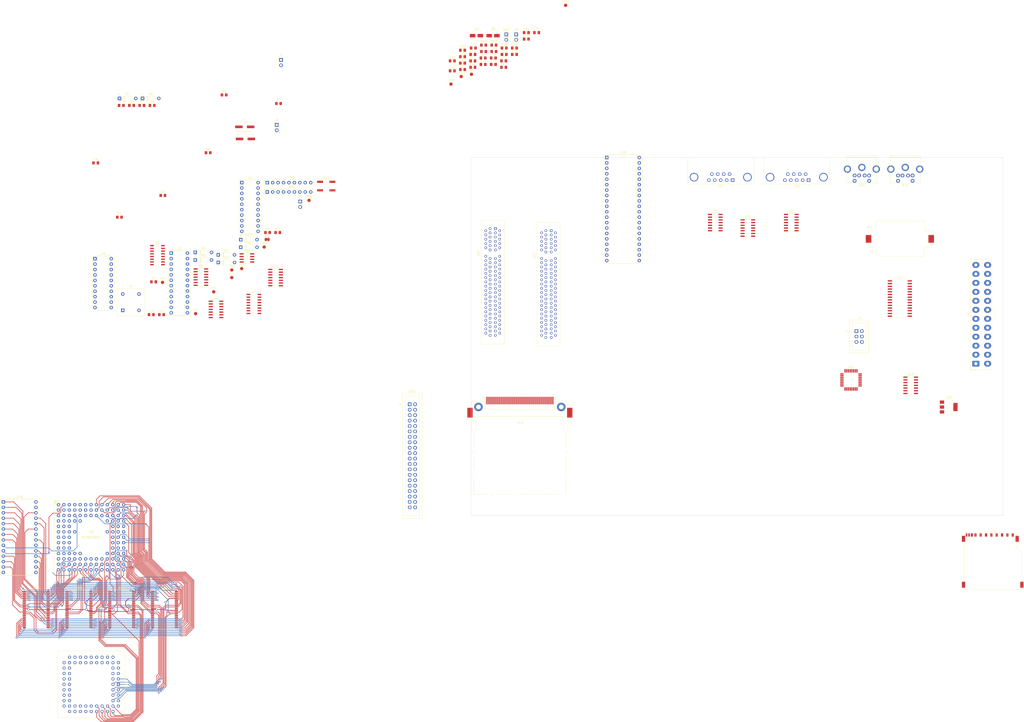
<source format=kicad_pcb>
(kicad_pcb (version 20211014) (generator pcbnew)
  (layers (0 "F.Cu" signal) (1 "In1.Cu" power) (2 "In2.Cu" power) (31 "B.Cu" signal) (34 "B.Paste" user) (35 "F.Paste" user) (36 "B.SilkS" user "B.Silkscreen") (37 "F.SilkS" user "F.Silkscreen") (38 "B.Mask" user) (39 "F.Mask" user) (44 "Edge.Cuts" user))
  (net 0 "")
  (net 1 "Net-(C2-Pad1)")
  (net 2 "Net-(BT1-Pad1)")
  (net 3 "Net-(C1-Pad1)")
  (net 4 "/~{FPU}")
  (net 5 "Net-(C4-Pad1)")
  (net 6 "Net-(C5-Pad1)")
  (net 7 "Net-(C6-Pad1)")
  (net 8 "Net-(C7-Pad1)")
  (net 9 "Net-(C9-Pad1)")
  (net 10 "Net-(D1-Pad1)")
  (net 11 "/~{NMI}")
  (net 13 "~{RESET}")
  (net 14 "~{DSACK0}")
  (net 15 "~{DSACK1}")
  (net 16 "~{AUXEN}")
  (net 17 "~{IOWAIT}")
  (net 18 "Net-(D6-Pad1)")
  (net 19 "/io/~{HDLED}")
  (net 20 "Net-(D7-Pad2)")
  (net 21 "/io/~{CFLED}")
  (net 22 "Net-(D9-Pad1)")
  (net 23 "Net-(J2-Pad1)")
  (net 24 "/io/MISO")
  (net 25 "/WDOG_RST")
  (net 26 "/~{WDOG_CNT}")
  (net 28 "/io/SCK")
  (net 29 "/io/MOSI")
  (net 30 "Net-(J4-Pad2)")
  (net 31 "GND")
  (net 32 "VCC")
  (net 33 "+3V3")
  (net 36 "Net-(J5-Pad16)")
  (net 38 "/BERR")
  (net 39 "~{IOEN}")
  (net 40 "Net-(JP1-Pad2)")
  (net 41 "/FC2")
  (net 42 "/FC1")
  (net 43 "~{IRQ0}")
  (net 44 "/~{FCPU}")
  (net 45 "/FC0")
  (net 46 "~{IRQ1}")
  (net 47 "~{IRQ2}")
  (net 48 "~{IRQ3}")
  (net 49 "~{IRQ4}")
  (net 50 "~{IRQ5}")
  (net 51 "~{BR}")
  (net 52 "~{BGACK}")
  (net 53 "~{HALT}")
  (net 54 "~{BERR}")
  (net 55 "CLK")
  (net 56 "R{slash}~{W}")
  (net 57 "~{AS}")
  (net 58 "Net-(TP5-Pad1)")
  (net 59 "Net-(TP6-Pad1)")
  (net 60 "A13")
  (net 61 "A14")
  (net 62 "A15")
  (net 63 "A16")
  (net 64 "A17")
  (net 65 "A18")
  (net 66 "A19")
  (net 67 "A20")
  (net 68 "A21")
  (net 69 "A22")
  (net 70 "A23")
  (net 71 "A24")
  (net 72 "A25")
  (net 74 "~{DUARTEN}")
  (net 75 "~{RTCEN}")
  (net 76 "~{ATA1EN}")
  (net 77 "~{ATA0EN}")
  (net 78 "A12")
  (net 79 "A26")
  (net 80 "A27")
  (net 81 "A28")
  (net 82 "A29")
  (net 83 "A30")
  (net 84 "A31")
  (net 85 "Net-(U3-Pad3)")
  (net 87 "Net-(U11-Pad8)")
  (net 88 "~{RD}")
  (net 89 "/~{IPL2}")
  (net 90 "/~{IPL1}")
  (net 91 "/~{IPL0}")
  (net 94 "A1")
  (net 95 "A2")
  (net 96 "A3")
  (net 98 "~{IACK5}")
  (net 99 "~{IACK4}")
  (net 100 "~{IACK3}")
  (net 101 "~{IACK2}")
  (net 102 "~{IACK1}")
  (net 103 "~{IACK0}")
  (net 104 "A0")
  (net 105 "A10")
  (net 107 "~{BG}")
  (net 108 "A8")
  (net 109 "A7")
  (net 110 "A11")
  (net 111 "A9")
  (net 112 "A5")
  (net 113 "A4")
  (net 116 "A6")
  (net 117 "~{AVEC}")
  (net 130 "D5")
  (net 131 "D1")
  (net 132 "D0")
  (net 133 "D30")
  (net 134 "D10")
  (net 135 "D7")
  (net 136 "D4")
  (net 137 "D2")
  (net 140 "D29")
  (net 141 "D27")
  (net 142 "D24")
  (net 143 "D22")
  (net 144 "D20")
  (net 145 "D17")
  (net 146 "D14")
  (net 147 "D12")
  (net 148 "D9")
  (net 149 "/FPUCLK")
  (net 150 "D6")
  (net 152 "/~{DS}")
  (net 153 "D3")
  (net 154 "/~{FPUEN}")
  (net 155 "D31")
  (net 156 "D28")
  (net 157 "D26")
  (net 158 "D25")
  (net 159 "D23")
  (net 160 "D21")
  (net 161 "D19")
  (net 162 "D18")
  (net 163 "D16")
  (net 164 "D15")
  (net 165 "D13")
  (net 166 "D11")
  (net 167 "D8")
  (net 168 "/~{RAMEN}")
  (net 169 "/~{ROMEN}")
  (net 170 "/~{IACK}")
  (net 183 "Net-(U11-Pad13)")
  (net 187 "/io/MCLK")
  (net 188 "/io/~{SDBUFEN}")
  (net 189 "/io/~{SD_CS}")
  (net 191 "/io/KBDATA")
  (net 192 "/io/MDATA")
  (net 193 "/io/KBCLK")
  (net 218 "/io/CTSB")
  (net 219 "/io/CTSA")
  (net 220 "/io/RXDB")
  (net 221 "/io/TXDB")
  (net 222 "/io/RTRB")
  (net 223 "-12V")
  (net 225 "/io/DTRB")
  (net 228 "/io/DTRA")
  (net 230 "+12V")
  (net 231 "/io/RTRA")
  (net 232 "/io/TXDA")
  (net 233 "/io/RXDA")
  (net 234 "/io/~{SD_CS_3V3}")
  (net 236 "/io/SD_DI")
  (net 237 "/io/SD_SCK")
  (net 238 "/io/SD_DO")
  (net 239 "/io/RXDA_232")
  (net 241 "/io/CTSA_232")
  (net 244 "/io/RXDB_232")
  (net 246 "/io/CTSB_232")
  (net 248 "/io/TXDA_232")
  (net 249 "/io/RTRA_232")
  (net 250 "/io/TXDB_232")
  (net 251 "/io/RTRB_232")
  (net 252 "/io/DTRA_232")
  (net 253 "/io/DTRB_232")
  (net 264 "~{ROMEN}")
  (net 265 "~{RAMEN}")
  (net 298 "~{WR}")
  (footprint "Diode_THT:D_DO-35_SOD27_P7.62mm_Horizontal" (layer "F.Cu") (at -78.25 69.829533)
    (fp_text reference "D5")
    (fp_text value "1N4148")
  )
  (footprint "Capacitor_SMD:C_0805_2012Metric_Pad1.18x1.45mm_HandSolder" (layer "F.Cu") (at 66.08 -16.84)
    (fp_text reference "C17")
    (fp_text value "0.1u")
  )
  (footprint "Connector_PinHeader_2.54mm:PinHeader_1x02_P2.54mm_Vertical" (layer "F.Cu") (at 67.3 -32.25)
    (fp_text reference "SW2")
    (fp_text value "SWPWR")
  )
  (footprint "m68kcomp2:minidin6" (layer "F.Cu") (at 254 25.338 180)
    (fp_text reference "U16")
    (fp_text value "kbd")
    (fp_line (start -7 0) (end 7 0) (layer "Edge.Cuts") (width 0.12))
  )
  (footprint "TestPoint:TestPoint_Pad_D1.5mm" (layer "F.Cu") (at -69.6 88.289533)
    (fp_text reference "TP1")
    (fp_text value "TPCLK")
  )
  (footprint "Package_DIP:DIP-24_W7.62mm_Socket" (layer "F.Cu") (at -89.5 70.179533)
    (fp_text reference "U1")
    (fp_text value "GAL20V8")
  )
  (footprint "Battery:BatteryHolder_Keystone_1060_1x2032" (layer "F.Cu") (at 251.46 63.5)
    (fp_text reference "BT1")
    (fp_text value "3V")
  )
  (footprint "Connector_PinHeader_2.54mm:PinHeader_1x02_P2.54mm_Vertical" (layer "F.Cu") (at 71.95 -32.25)
    (fp_text reference "J6")
    (fp_text value "VREG_3V3")
  )
  (footprint "Resistor_THT:R_Array_SIP9" (layer "F.Cu") (at -44.55 37.179533)
    (fp_text reference "RN2")
    (fp_text value "4k7")
  )
  (footprint "Capacitor_SMD:C_0805_2012Metric_Pad1.18x1.45mm_HandSolder" (layer "F.Cu") (at 51.65 -16.84)
    (fp_text reference "C26")
    (fp_text value "0.1u")
  )
  (footprint "Resistor_SMD:R_0805_2012Metric_Pad1.20x1.40mm_HandSolder" (layer "F.Cu") (at -93.4 43.18)
    (fp_text reference "R3")
    (fp_text value "4k7")
  )
  (footprint "Package_SO:TSOP-II-44_10.16x18.41mm_P0.8mm" (layer "F.Cu") (at -112.651467 237.048533)
    (fp_text reference "U28")
    (fp_text value "as6c8008")
  )
  (footprint "Capacitor_SMD:C_0805_2012Metric_Pad1.18x1.45mm_HandSolder" (layer "F.Cu") (at 81.49 -33.07)
    (fp_text reference "C31")
    (fp_text value "0.1u")
  )
  (footprint "Capacitor_SMD:C_0805_2012Metric_Pad1.18x1.45mm_HandSolder" (layer "F.Cu") (at 61.27 -18.19)
    (fp_text reference "C25")
    (fp_text value "0.1u")
  )
  (footprint "Capacitor_SMD:C_0805_2012Metric_Pad1.18x1.45mm_HandSolder" (layer "F.Cu") (at 42.03 -19.85)
    (fp_text reference "C32")
    (fp_text value "0.1u")
  )
  (footprint "Connector_Dsub:DSUB-9_Male_Horizontal_P2.77x2.84mm_EdgePinOffset7.70mm_Housed_MountingHolesOffset9.12mm" (layer "F.Cu") (at 173.19 36.032331 180)
    (fp_text reference "U24")
    (fp_text value "sera")
  )
  (footprint "Capacitor_SMD:C_0805_2012Metric_Pad1.18x1.45mm_HandSolder" (layer "F.Cu") (at 76.68 -30.06)
    (fp_text reference "C36")
    (fp_text value "0.1u")
  )
  (footprint "Capacitor_SMD:C_0805_2012Metric_Pad1.18x1.45mm_HandSolder" (layer "F.Cu") (at -124.83 27.929533)
    (fp_text reference "C6")
    (fp_text value "12pF")
  )
  (footprint "Connector_PinHeader_2.54mm:PinHeader_1x02_P2.54mm_Vertical" (layer "F.Cu") (at -38.1 -20.32)
    (fp_text reference "J4")
    (fp_text value "ACTLED")
  )
  (footprint "Capacitor_SMD:C_0805_2012Metric_Pad1.18x1.45mm_HandSolder" (layer "F.Cu") (at 56.69 -27.22)
    (fp_text reference "C20")
    (fp_text value "0.1u")
  )
  (footprint "Capacitor_SMD:C_0805_2012Metric_Pad1.18x1.45mm_HandSolder" (layer "F.Cu") (at 76.68 -33.07)
    (fp_text reference "C21")
    (fp_text value "330pF")
  )
  (footprint "Oscillator:Oscillator_DIP-8" (layer "F.Cu") (at -112.17 96.949533)
    (fp_text reference "X1")
    (fp_text value "25.175MHz")
  )
  (footprint "TestPoint:TestPoint_Pad_D1.5mm" (layer "F.Cu") (at -25 45.479533)
    (fp_text reference "TP8")
    (fp_text value "TPDS1")
  )
  (footprint "Package_SO:SOIC-8_3.9x4.9mm_P1.27mm" (layer "F.Cu") (at -54.06 72.429533)
    (fp_text reference "U3")
    (fp_text value "NE555D")
  )
  (footprint "Resistor_SMD:R_0805_2012Metric_Pad1.20x1.40mm_HandSolder" (layer "F.Cu") (at -39.65 60.529533)
    (fp_text reference "R2")
    (fp_text value "10k")
  )
  (footprint "Connector_IDC:IDC-Header_2x20_P2.54mm_Vertical" (layer "F.Cu") (at 22.1075 140.97)
    (fp_text reference "U14")
    (fp_text value "ATA0")
  )
  (footprint "Package_SO:TSOP-II-44_10.16x18.41mm_P0.8mm" (layer "F.Cu") (at -132.651467 237.048533)
    (fp_text reference "U29")
    (fp_text value "as6c8008")
  )
  (footprint "Capacitor_SMD:C_0805_2012Metric_Pad1.18x1.45mm_HandSolder" (layer "F.Cu") (at 46.84 -18.8)
    (fp_text reference "C15")
    (fp_text value "0.1u")
  )
  (footprint "TestPoint:TestPoint_Pad_D1.5mm" (layer "F.Cu") (at -56.51 77.429533)
    (fp_text reference "TP3")
    (fp_text value "TPRW")
  )
  (footprint "TestPoint:TestPoint_Pad_D1.5mm" (layer "F.Cu") (at 41.4 -8.96)
    (fp_text reference "TP10")
    (fp_text value "TP3V3")
  )
  (footprint "Diode_THT:D_DO-35_SOD27_P7.62mm_Horizontal" (layer "F.Cu") (at -113.68 -2.260467)
    (fp_text reference "D7")
    (fp_text value "1N4148")
  )
  (footprint "Capacitor_SMD:C_0805_2012Metric_Pad1.18x1.45mm_HandSolder" (layer "F.Cu") (at 61.27 -21.2)
    (fp_text reference "C29")
    (fp_text value "0.1u")
  )
  (footprint "Resistor_SMD:R_0805_2012Metric_Pad1.20x1.40mm_HandSolder" (layer "F.Cu") (at -44.4 60.529533)
    (fp_text reference "R1")
    (fp_text value "10k")
  )
  (footprint "Diode_THT:D_DO-35_SOD27_P7.62mm_Horizontal" (layer "F.Cu") (at -67.48 74.529533)
    (fp_text reference "D3")
    (fp_text value "1N4148")
  )
  (footprint "m68kcomp2:mc68030rc" (layer "F.Cu") (at -127 203.2)
    (fp_text reference "U8")
    (fp_text value "mc68030rc")
  )
  (footprint "Capacitor_SMD:C_0805_2012Metric_Pad1.18x1.45mm_HandSolder" (layer "F.Cu") (at -108.04 1.019533)
    (fp_text reference "C5")
    (fp_text value "12pF")
  )
  (footprint "Package_SO:TSOP-II-44_10.16x18.41mm_P0.8mm" (layer "F.Cu") (at -152.651467 237.048533)
    (fp_text reference "U30")
    (fp_text value "as6c8008")
  )
  (footprint "Package_SO:SO-14_3.9x8.65mm_P1.27mm" (layer "F.Cu") (at -40.64 81.629533)
    (fp_text reference "U11")
    (fp_text value "74HC393")
  )
  (footprint "Connector_IDC:IDC-Header_2x03_P2.54mm_Vertical" (layer "F.Cu") (at 231.14 106.68)
    (fp_text reference "J3")
    (fp_text value "AVR-ISP")
  )
  (footprint "Package_QFP:TQFP-32_7x7mm_P0.8mm" (layer "F.Cu") (at 228.6 129.54)
    (fp_text reference "U12")
    (fp_text value "ATmega328PB-A")
  )
  (footprint "Package_DIP:DIP-20_W7.62mm_Socket" (layer "F.Cu") (at -56.45 37.129533)
    (fp_text reference "U2")
    (fp_text value "GAL16V8")
  )
  (footprint "m68kcomp2:minidin6" (layer "F.Cu") (at 233.68 25.338 180)
    (fp_text reference "U15")
    (fp_text value "mouse")
    (fp_line (start -7 0) (end 7 0) (layer "Edge.Cuts") (width 0.12))
  )
  (footprint "LED_SMD:LED_0805_2012Metric_Pad1.15x1.40mm_HandSolder" (layer "F.Cu") (at -98.405 1.034533)
    (fp_text reference "D9")
    (fp_text value "ACTLED")
  )
  (footprint "Capacitor_SMD:C_0805_2012Metric_Pad1.18x1.45mm_HandSolder" (layer "F.Cu") (at 56.69 -24.21)
    (fp_text reference "C19")
    (fp_text value "0.1u")
  )
  (footprint "TestPoint:TestPoint_Pad_D1.5mm" (layer "F.Cu") (at 95.05 -45.85)
    (fp_text reference "TP11")
    (fp_text value "TPN12V")
  )
  (footprint "Package_SO:SO-14_3.9x8.65mm_P1.27mm" (layer "F.Cu") (at -75.6 81.409533)
    (fp_text reference "U5")
    (fp_text value "74LS14")
  )
  (footprint "Resistor_SMD:R_0805_2012Metric_Pad1.20x1.40mm_HandSolder" (layer "F.Cu") (at -72.21 23.159533)
    (fp_text reference "R6")
    (fp_text value "1k")
  )
  (footprint "Package_TO_SOT_SMD:SOT-223-3_TabPin2" (layer "F.Cu") (at 274.32 142.24)
    (fp_text reference "U33")
    (fp_text value "LM1117-3.3")
  )
  (footprint "Capacitor_SMD:C_0805_2012Metric_Pad1.18x1.45mm_HandSolder" (layer "F.Cu") (at -112.85 1.019533)
    (fp_text reference "C7")
    (fp_text value "12pF")
  )
  (footprint "Capacitor_SMD:C_0805_2012Metric_Pad1.18x1.45mm_HandSolder" (layer "F.Cu") (at -103.23 1.019533)
    (fp_text reference "C4")
    (fp_text value "12pF")
  )
  (footprint "Capacitor_SMD:CP_Elec_4x4.5" (layer "F.Cu") (at 61.1 -31.65)
    (fp_text reference "C8")
    (fp_text value "10uF")
  )
  (footprint "Package_DIP:DIP-20_W7.62mm_Socket" (layer "F.Cu") (at -125.16 72.789533)
    (fp_text reference "U9")
    (fp_text value "GAL16V8")
  )
  (footprint "Button_Switch_SMD:SW_SPST_EVPBF" (layer "F.Cu") (at -16.95 38.779533)
    (fp_text reference "SW1")
    (fp_text value "SWRST")
  )
  (footprint "Capacitor_SMD:C_0805_2012Metric_Pad1.18x1.45mm_HandSolder" (layer "F.Cu") (at 51.88 -25.87)
    (fp_text reference "C35")
    (fp_text value "0.1u")
  )
  (footprint "TestPoint:TestPoint_Pad_D1.5mm" (layer "F.Cu") (at -61.15 78.079533)
    (fp_text reference "TP6")
    (fp_text value "TPSZ1")
  )
  (footprint "Capacitor_SMD:C_0805_2012Metric_Pad1.18x1.45mm_HandSolder" (layer "F.Cu") (at 61.5 -27.22)
    (fp_text reference "C13")
    (fp_text value "0.1u")
  )
  (footprint "Package_SO:SO-14_3.9x8.65mm_P1.27mm" (layer "F.Cu") (at 165.1 55.88)
    (fp_text reference "U22")
    (fp_text value "mc1488")
  )
  (footprint "Resistor_SMD:R_0805_2012Metric_Pad1.20x1.40mm_HandSolder" (layer "F.Cu") (at -113.72 53.34)
    (fp_text reference "R4")
    (fp_text value "4k7")
  )
  (footprint "TestPoint:TestPoint_Pad_D1.5mm" (layer "F.Cu") (at 46.21 -12.51)
    (fp_text reference "TP12")
    (fp_text value "TP5V")
  )
  (footprint "Capacitor_SMD:C_0805_2012Metric_Pad1.18x1.45mm_HandSolder" (layer "F.Cu") (at 61.5 -24.21)
    (fp_text reference "C33")
    (fp_text value "0.1u")
  )
  (footprint "Package_DIP:DIP-28_W15.24mm_Socket" (layer "F.Cu") (at -168.025 186.675)
    (fp_text reference "U26")
    (fp_text value "28C256")
  )
  (footprint "Connector_Dsub:DSUB-9_Male_Horizontal_P2.77x2.84mm_EdgePinOffset7.70mm_Housed_MountingHolesOffset9.12mm" (layer "F.Cu") (at 208.75 36.032331 180)
    (fp_text reference "U25")
    (fp_text value "serb")
  )
  (footprint "Package_SO:SO-14_3.9x8.65mm_P1.27mm" (layer "F.Cu") (at 256.54 132.08)
    (fp_text reference "U19")
    (fp_text value "74LVC125")
  )
  (footprint "Capacitor_SMD:C_0805_2012Metric_Pad1.18x1.45mm_HandSolder" (layer "F.Cu") (at 51.65 -19.85)
    (fp_text reference "C27")
    (fp_text value "0.1u")
  )
  (footprint "Capacitor_SMD:C_0805_2012Metric_Pad1.18x1.45mm_HandSolder" (layer "F.Cu") (at -97.73 83.619533)
    (fp_text reference "C1")
    (fp_text value "10uF")
  )
  (footprint "Connector_Card:CF-Card_3M_N7E50-7516PK-20-WF" (layer "F.Cu") (at 73.655 142.3125 -90)
    (fp_text reference "U13")
    (fp_text value "cfconn")
  )
  (footprint "TestPoint:TestPoint_Pad_D1.5mm" (layer "F.Cu") (at -45.98 67.329533)
    (fp_text reference "TP5")
    (fp_text value "TPSZ0")
  )
  (footprint "Crystal:Crystal_SMD_ECS_CSM3X-2Pin_7.6x4.1mm" (layer "F.Cu") (at -54.76 16.699533)
    (fp_text reference "Y2")
    (fp_text value "32.768kHz")
  )
  (footprint "Package_SO:SO-14_3.9x8.65mm_P1.27mm" (layer "F.Cu") (at 180.34 58.42)
    (fp_text reference "U21")
    (fp_text value "mc1488")
  )
  (footprint "m68kcomp2:pcix8slot" (layer "F.Cu") (at 60.96 70.32 -90)
    (fp_text reference "U31")
    (fp_text value "exp_conn")
  )
  (footprint "Connector_Molex:Molex_Mini-Fit_Jr_5566-24A_2x12_P4.20mm_Vertical" (layer "F.Cu") (at 287.02 121.92 90)
    (fp_text reference "J5")
    (fp_text value "ATX-24")
  )
  (footprint "Resistor_SMD:R_0805_2012Metric_Pad1.20x1.40mm_HandSolder" (layer "F.Cu") (at -64.74 -3.9)
    (fp_text reference "R5")
    (fp_text value "4k7")
  )
  (footprint "TestPoint:TestPoint_Pad_D1.5mm" (layer "F.Cu") (at 51.02 -13.56)
    (fp_text reference "TP9")
    (fp_text value "TP12V")
  )
  (footprint "Capacitor_SMD:C_0805_2012Metric_Pad1.18x1.45mm_HandSolder" (layer "F.Cu") (at 66.31 -25.87)
    (fp_text reference "C18")
    (fp_text value "0.1uF")
  )
  (footprint "Diode_THT:D_DO-35_SOD27_P7.62mm_Horizontal" (layer "F.Cu") (at -56.95 63.879533)
    (fp_text reference "D2")
    (fp_text value "1N4148")
  )
  (footprint "Package_SO:SOIC-28W_7.5x17.9mm_P1.27mm" (layer "F.Cu") (at 251.46 91.44)
    (fp_text reference "U17")
    (fp_text value "ds1501")
  )
  (footprint "Package_SO:SO-16_3.9x9.9mm_P1.27mm" (layer "F.Cu") (at -95.91 71.12)
    (fp_text reference "U6")
    (fp_text value "74HC148")
  )
  (footprint "Capacitor_SMD:C_0805_2012Metric_Pad1.18x1.45mm_HandSolder" (layer "F.Cu") (at 46.84 -24.82)
    (fp_text reference "C22")
    (fp_text value "0.1u")
  )
  (footprint "Package_SO:SO-14_3.9x8.65mm_P1.27mm" (layer "F.Cu") (at 200.66 55.88)
    (fp_text reference "U20")
    (fp_text value "mc1489")
  )
  (footprint "Capacitor_SMD:C_0805_2012Metric_Pad1.18x1.45mm_HandSolder" (layer "F.Cu") (at 51.65 -22.86)
    (fp_text reference "C10")
    (fp_text value "10uF")
  )
  (footprint "Capacitor_SMD:C_0805_2012Metric_Pad1.18x1.45mm_HandSolder" (layer "F.Cu") (at 46.84 -21.81)
    (fp_text reference "C30")
    (fp_text value "0.1u")
  )
  (footprint "Diode_THT:D_DO-35_SOD27_P7.62mm_Horizontal" (layer "F.Cu") (at -67.48 70.979533)
    (fp_text reference "D4")
    (fp_text value "1N4148")
  )
  (footprint "Package_SO:TSOP-II-44_10.16x18.41mm_P0.8mm" (layer "F.Cu") (at -92.651467 237.048533)
    (fp_text reference "U27")
    (fp_text value "as6c8008")
  )
  (footprint "Capacitor_SMD:C_0805_2012Metric_Pad1.18x1.45mm_HandSolder" (layer "F.Cu") (at 56.46 -18.19)
    (fp_text reference "C11")
    (fp_text value "0.1u")
  )
  (footprint "Connector_PinHeader_2.54mm:PinHeader_1x02_P2.54mm_Vertical" (layer "F.Cu") (at -40.11 10.129533)
    (fp_text reference "J2")
    (fp_text value "CFMASTER")
  )
  (footprint "Diode_THT:D_DO-35_SOD27_P7.62mm_Horizontal" (layer "F.Cu") (at -102.91 -2.260467)
    (fp_text reference "D8")
    (fp_text value "1N4148")
  )
  (footprint "Capacitor_SMD:C_0805_2012Metric_Pad1.18x1.45mm_HandSolder" (layer "F.Cu") (at -94.02 98.969533)
    (fp_text reference "C2")
    (fp_text value "10uF")
  )
  (footprint "Package_SO:SO-14_3.9x8.65mm_P1.27mm" (layer "F.Cu") (at -68.515 96.52)
    (fp_text reference "U4")
    (fp_text value "74HC10")
  )
  (footprint "Capacitor_SMD:C_0805_2012Metric_Pad1.18x1.45mm_HandSolder" (layer "F.Cu") (at 71.12 -25.87)
    (fp_text reference "C12")
    (fp_text value "0.1uF")
  )
  (footprint "Resistor_SMD:R_0805_2012Metric_Pad1.20x1.40mm_HandSolder" (layer "F.Cu") (at -39.26 0.129533)
    (fp_text reference "R7")
    (fp_text value "1k")
  )
  (footprint "Crystal:Crystal_SMD_ECS_CSM3X-2Pin_7.6x4.1mm" (layer "F.Cu") (at -55.06 11.049533)
    (fp_text reference "Y1")
    (fp_text value "3.6864MHz")
  )
  (footprint "Capacitor_SMD:C_0805_2012Metric_Pad1.18x1.45mm_HandSolder" (layer "F.Cu") (at 71.12 -22.86)
    (fp_text reference "C28")
    (fp_text value "0.1u")
  )
  (footprint "Diode_THT:D_DO-35_SOD27_P7.62mm_Horizontal" (layer "F.Cu") (at -78.25 73.379533)
    (fp_text reference "D1")
    (fp_text value "1N4148")
  )
  (footprint "TestPoint:TestPoint_Pad_D1.5mm" (layer "F.Cu") (at -78.05 98.499533)
    (fp_text reference "TP7")
    (fp_text value "TPDS0")
  )
  (footprint "TestPoint:TestPoint_Pad_D1.5mm" (layer "F.Cu") (at -61.15 81.629533)
    (fp_text reference "TP4")
    (fp_text value "TPAS")
  )
  (footprint "Capacitor_SMD:C_0805_2012Metric_Pad1.18x1.45mm_HandSolder" (layer "F.Cu") (at 46.84 -15.79)
    (fp_text reference "C34")
    (fp_text value "0.1u")
  )
  (footprint "Capacitor_SMD:C_0805_2012Metric_Pad1.18x1.45mm_HandSolder" (layer "F.Cu") (at -98.83 98.969533)
    (fp_text reference "C3")
    (fp_text value "0.1uF")
  )
  (footprint "Capacitor_SMD:CP_Elec_4x4.5" (layer "F.Cu") (at 53.35 -31.65)
    (fp_text reference "C9")
    (fp_text value "22uF")
  )
  (footprint "Connector_Card:SD_TE_2041021" (layer "F.Cu") (at 294.894 214.122)
    (fp_text reference "U23")
    (fp_text value "sdcard")
  )
  (footprint "Package_LCC:PLCC-68_THT-Socket" (layer "F.Cu") (at -114.2 272.1 -90)
    (fp_text reference "U10")
    (fp_text value "mc68881")
  )
  (footprint "Jumper:SolderJumper-2_P1.3mm_Bridged_RoundedPad1.0x1.5mm" (layer "F.Cu") (at -44.6 63.779533)
    (fp_text reference "JP1")
    (fp_text value "I/O nocache")
  )
  (footprint "Capacitor_SMD:C_0805_2012Metric_Pad1.18x1.45mm_HandSolder" (layer "F.Cu") (at 66.31 -22.86)
    (fp_text reference "C14")
    (fp_text value "330pF")
  )
  (footprint "Capacitor_SMD:C_0805_2012Metric_Pad1.18x1.45mm_HandSolder" (layer "F.Cu") (at 56.46 -21.2)
    (fp_text reference "C24")
    (fp_text value "0.1u")
  )
  (footprint "Package_DIP:DIP-40_W15.24mm_Socket" (layer "F.Cu") (at 114.3 25.4)
    (fp_text reference "U18")
    (fp_text value "mc68681")
  )
  (footprint "TestPoint:TestPoint_Pad_D1.5mm" (layer "F.Cu") (at -93.55 83.889533)
    (fp_text reference "TP2")
    (fp_text value "TPRST")
  )
  (footprint "Capacitor_SMD:C_0805_2012Metric_Pad1.18x1.45mm_HandSolder" (layer "F.Cu") (at 66.08 -19.85)
    (fp_text reference "C23")
    (fp_text value "0.1u")
  )
  (footprint "Package_SO:SO-16_3.9x9.9mm_P1.27mm" (layer "F.Cu") (at -50.8 93.98)
    (fp_text reference "U7")
    (fp_text value "74HC138")
  )
  (footprint "Capacitor_SMD:C_0805_2012Metric_Pad1.18x1.45mm_HandSolder" (layer "F.Cu") (at 42.03 -15.18)
    (fp_text reference "C16")
    (fp_text value "10uF")
  )
  (footprint "Connector_PinHeader_2.54mm:PinHeader_1x02_P2.54mm_Vertical" (layer "F.Cu") (at -29.1 46.029533)
    (fp_text reference "J1")
    (fp_text value "SWRST")
  )
  (footprint "Diode_THT:D_DO-35_SOD27_P7.62mm_Horizontal" (layer "F.Cu") (at -56.95 67.429533)
    (fp_text reference "D6")
    (fp_text value "1N4148")
  )
  (footprint "Resistor_THT:R_Array_SIP9" (layer "F.Cu") (at -44.55 41.529533)
    (fp_text reference "RN1")
    (fp_text value "4k7")
  )
  (footprint "m68kcomp2:pcix8slot" (layer "F.Cu") (at 87.07 71.31 -90)
    (fp_text reference "U32")
    (fp_text value "exp_conn")
  )
  (gr_rect (start 50.8 25.4) (end 299.72 193.04) (layer "Edge.Cuts") (width 0.1) (fill none))
  (segment (start -91.751467 237.448533) (end -91.9 237.3) (width 0.32) (layer "F.Cu") (net 32))
  (segment (start -87.063967 237.448533) (end -91.751467 237.448533) (width 0.32) (layer "F.Cu") (net 32))
  (segment (start -88.351467 231.848533) (end -87.063967 231.848533) (width 0.32) (layer "F.Cu") (net 32))
  (segment (start -127.729359 231.848533) (end -129.151467 233.270641) (width 0.32) (layer "F.Cu") (net 32))
  (segment (start -158.238967 236.648533) (end -156.7 236.648533) (width 0.32) (layer "F.Cu") (net 32))
  (segment (start -156.7 236.648533) (end -156.3 237.048533) (width 0.32) (layer "F.Cu") (net 32))
  (segment (start -110.851467 233.348533) (end -109.351467 231.848533) (width 0.32) (layer "F.Cu") (net 32))
  (segment (start -98.238967 236.648533) (end -96.851467 236.648533) (width 0.32) (layer "F.Cu") (net 32))
  (segment (start -96.851467 236.648533) (end -96.451467 237.048533) (width 0.32) (layer "F.Cu") (net 32))
  (segment (start -127.063967 231.848533) (end -127.729359 231.848533) (width 0.32) (layer "F.Cu") (net 32))
  (segment (start -118.238967 236.648533) (end -116.851467 236.648533) (width 0.32) (layer "F.Cu") (net 32))
  (segment (start -88.351467 231.848533) (end -90.348533 231.848533) (width 0.32) (layer "F.Cu") (net 32))
  (segment (start -116.851467 236.648533) (end -116.451467 237.048533) (width 0.32) (layer "F.Cu") (net 32))
  (segment (start -128.751467 237.448533) (end -129.151467 237.048533) (width 0.32) (layer "F.Cu") (net 32))
  (segment (start -108.551467 237.448533) (end -108.951467 237.048533) (width 0.32) (layer "F.Cu") (net 32))
  (segment (start -110.851467 235.148533) (end -110.851467 233.348533) (width 0.32) (layer "F.Cu") (net 32))
  (segment (start -109.351467 231.848533) (end -107.063967 231.848533) (width 0.32) (layer "F.Cu") (net 32))
  (segment (start -127.063967 237.448533) (end -128.751467 237.448533) (width 0.32) (layer "F.Cu") (net 32))
  (segment (start -107.063967 237.448533) (end -108.551467 237.448533) (width 0.32) (layer "F.Cu") (net 32))
  (segment (start -108.951467 237.048533) (end -110.851467 235.148533) (width 0.32) (layer "F.Cu") (net 32))
  (segment (start -129.151467 233.270641) (end -129.151467 233.648533) (width 0.32) (layer "F.Cu") (net 32))
  (segment (start -136.551467 236.648533) (end -136.151467 237.048533) (width 0.32) (layer "F.Cu") (net 32))
  (segment (start -90.348533 231.848533) (end -92.1 233.6) (width 0.32) (layer "F.Cu") (net 32))
  (segment (start -138.238967 236.648533) (end -136.551467 236.648533) (width 0.32) (layer "F.Cu") (net 32))
  (via (at -156.3 237.048533) (size 1) (drill 0.6) (layers "F.Cu" "B.Cu") (net 32))
  (via (at -96.451467 237.048533) (size 1) (drill 0.6) (layers "F.Cu" "B.Cu") (net 32))
  (via (at -136.151467 237.048533) (size 1) (drill 0.6) (layers "F.Cu" "B.Cu") (net 32))
  (via (at -92.1 233.6) (size 1) (drill 0.6) (layers "F.Cu" "B.Cu") (net 32))
  (via (at -91.9 237.3) (size 1) (drill 0.6) (layers "F.Cu" "B.Cu") (net 32))
  (via (at -129.151467 237.048533) (size 1) (drill 0.6) (layers "F.Cu" "B.Cu") (net 32))
  (via (at -129.151467 233.648533) (size 1) (drill 0.6) (layers "F.Cu" "B.Cu") (net 32))
  (via (at -108.951467 237.048533) (size 1) (drill 0.6) (layers "F.Cu" "B.Cu") (net 32))
  (via (at -116.451467 237.048533) (size 1) (drill 0.6) (layers "F.Cu" "B.Cu") (net 32))
  (segment (start -128.240499 237.959501) (end -129.151467 237.048533) (width 0.32) (layer "B.Cu") (net 32))
  (segment (start -92.1 237.1) (end -91.9 237.3) (width 0.32) (layer "B.Cu") (net 32))
  (segment (start -96.451467 237.048533) (end -92.151467 237.048533) (width 0.32) (layer "B.Cu") (net 32))
  (segment (start -108.951467 237.048533) (end -109.862435 237.959501) (width 0.32) (layer "B.Cu") (net 32))
  (segment (start -92.151467 237.048533) (end -91.9 237.3) (width 0.32) (layer "B.Cu") (net 32))
  (segment (start -92.1 233.6) (end -92.1 237.1) (width 0.32) (layer "B.Cu") (net 32))
  (segment (start -136.151467 237.048533) (end -156.3 237.048533) (width 0.32) (layer "B.Cu") (net 32))
  (segment (start -136.151467 237.048533) (end -129.151467 237.048533) (width 0.32) (layer "B.Cu") (net 32))
  (segment (start -109.862435 237.959501) (end -128.240499 237.959501) (width 0.32) (layer "B.Cu") (net 32))
  (segment (start -129.151467 233.648533) (end -129.151467 237.048533) (width 0.32) (layer "B.Cu") (net 32))
  (segment (start -108.951467 237.048533) (end -96.451467 237.048533) (width 0.32) (layer "B.Cu") (net 32))
  (segment (start -141.151467 242.848533) (end -141.851467 243.548533) (width 0.25) (layer "F.Cu") (net 56))
  (segment (start -159.751467 241.448533) (end -161.851467 243.548533) (width 0.25) (layer "F.Cu") (net 56))
  (segment (start -119.763967 241.448533) (end -121.795917 243.480483) (width 0.25) (layer "F.Cu") (net 56))
  (segment (start -138.238967 241.448533) (end -139.751467 241.448533) (width 0.25) (layer "F.Cu") (net 56))
  (segment (start -99.763967 241.448533) (end -101.863967 243.548533) (width 0.25) (layer "F.Cu") (net 56))
  (segment (start -139.751467 241.448533) (end -141.151467 242.848533) (width 0.25) (layer "F.Cu") (net 56))
  (segment (start -161.851467 243.548533) (end -161.851467 250.148533) (width 0.25) (layer "F.Cu") (net 56))
  (segment (start -98.251467 241.448533) (end -99.763967 241.448533) (width 0.25) (layer "F.Cu") (net 56))
  (segment (start -101.863967 243.548533) (end -101.863967 250.148533) (width 0.25) (layer "F.Cu") (net 56))
  (segment (start -121.795917 243.480483) (end -121.795917 249.887384) (width 0.25) (layer "F.Cu") (net 56))
  (segment (start -158.238967 241.448533) (end -159.751467 241.448533) (width 0.25) (layer "F.Cu") (net 56))
  (segment (start -118.251467 241.448533) (end -119.763967 241.448533) (width 0.25) (layer "F.Cu") (net 56))
  (segment (start -141.851467 243.548533) (end -141.851467 250.148533) (width 0.25) (layer "F.Cu") (net 56))
  (segment (start -121.795917 249.887384) (end -121.476479 250.206822) (width 0.25) (layer "F.Cu") (net 56))
  (via (at -141.851467 250.148533) (size 0.8) (drill 0.4) (layers "F.Cu" "B.Cu") (net 56))
  (via (at -121.476479 250.206822) (size 0.8) (drill 0.4) (layers "F.Cu" "B.Cu") (net 56))
  (via (at -161.851467 250.148533) (size 0.8) (drill 0.4) (layers "F.Cu" "B.Cu") (net 56))
  (via (at -101.863967 250.148533) (size 0.8) (drill 0.4) (layers "F.Cu" "B.Cu") (net 56))
  (segment (start -141.851467 250.148533) (end -121.534768 250.148533) (width 0.25) (layer "B.Cu") (net 56))
  (segment (start -161.851467 250.148533) (end -141.851467 250.148533) (width 0.25) (layer "B.Cu") (net 56))
  (segment (start -121.41819 250.148533) (end -121.476479 250.206822) (width 0.25) (layer "B.Cu") (net 56))
  (segment (start -121.534768 250.148533) (end -121.476479 250.206822) (width 0.25) (layer "B.Cu") (net 56))
  (segment (start -101.863967 250.148533) (end -121.41819 250.148533) (width 0.25) (layer "B.Cu") (net 56))
  (segment (start -87.038967 243.048533) (end -84.651467 243.048533) (width 0.25) (layer "F.Cu") (net 60))
  (segment (start -158.4 193.77) (end -158.4 222.9) (width 0.25) (layer "F.Cu") (net 60))
  (segment (start -82.9 242.1) (end -83.848533 243.048533) (width 0.25) (layer "F.Cu") (net 60))
  (segment (start -147.038967 243.048533) (end -144.651467 243.048533) (width 0.25) (layer "F.Cu") (net 60))
  (segment (start -152.4 228.9) (end -152.4 238.1) (width 0.25) (layer "F.Cu") (net 60))
  (segment (start -152.4 238.1) (end -149.1 241.4) (width 0.25) (layer "F.Cu") (net 60))
  (segment (start -84.721897 223.113807) (end -82.9 224.935704) (width 0.25) (layer "F.Cu") (net 60))
  (segment (start -94.486195 223.113805) (end -84.721897 223.113807) (width 0.25) (layer "F.Cu") (net 60))
  (segment (start -158.4 222.9) (end -152.4 228.9) (width 0.25) (layer "F.Cu") (net 60))
  (segment (start -127.038967 243.048533) (end -124.651467 243.048533) (width 0.25) (layer "F.Cu") (net 60))
  (segment (start -113.213489 186.873489) (end -105.762215 186.873489) (width 0.25) (layer "F.Cu") (net 60))
  (segment (start -102.4 215.2) (end -94.486195 223.113805) (width 0.25) (layer "F.Cu") (net 60))
  (segment (start -103.9 209.9) (end -102.4 211.4) (width 0.25) (layer "F.Cu") (net 60))
  (segment (start -82.9 224.935704) (end -82.9 242.1) (width 0.25) (layer "F.Cu") (net 60))
  (segment (start -114.3 187.96) (end -113.213489 186.873489) (width 0.25) (layer "F.Cu") (net 60))
  (segment (start -83.848533 243.048533) (end -84.651467 243.048533) (width 0.25) (layer "F.Cu") (net 60))
  (segment (start -102.4 211.4) (end -102.4 215.2) (width 0.25) (layer "F.Cu") (net 60))
  (segment (start -107.038967 243.048533) (end -104.7245 243.048533) (width 0.25) (layer "F.Cu") (net 60))
  (segment (start -156.385 191.755) (end -152.785 191.755) (width 0.25) (layer "F.Cu") (net 60))
  (segment (start -156.385 191.755) (end -158.4 193.77) (width 0.25) (layer "F.Cu") (net 60))
  (segment (start -103.9 188.735704) (end -103.9 209.9) (width 0.25) (layer "F.Cu") (net 60))
  (segment (start -105.762215 186.873489) (end -103.9 188.735704) (width 0.25) (layer "F.Cu") (net 60))
  (via (at -144.651467 243.048533) (size 0.8) (drill 0.4) (layers "F.Cu" "B.Cu") (net 60))
  (via (at -149.1 241.4) (size 0.8) (drill 0.4) (layers "F.Cu" "B.Cu") (net 60))
  (via (at -124.651467 243.048533) (size 0.8) (drill 0.4) (layers "F.Cu" "B.Cu") (net 60))
  (via (at -84.651467 243.048533) (size 0.8) (drill 0.4) (layers "F.Cu" "B.Cu") (net 60))
  (via (at -104.7245 243.048533) (size 0.8) (drill 0.4) (layers "F.Cu" "B.Cu") (net 60))
  (segment (start -149.1 241.4) (end -149.1 242.1) (width 0.25) (layer "B.Cu") (net 60))
  (segment (start -84.651467 243.048533) (end -104.7245 243.048533) (width 0.25) (layer "B.Cu") (net 60))
  (segment (start -124.651467 243.048533) (end -144.651467 243.048533) (width 0.25) (layer "B.Cu") (net 60))
  (segment (start -124.651467 243.048533) (end -104.7245 243.048533) (width 0.25) (layer "B.Cu") (net 60))
  (segment (start -148.151467 243.048533) (end -144.651467 243.048533) (width 0.25) (layer "B.Cu") (net 60))
  (segment (start -149.1 242.1) (end -148.151467 243.048533) (width 0.25) (layer "B.Cu") (net 60))
  (segment (start -127.038967 243.848533) (end -125.451467 243.848533) (width 0.25) (layer "F.Cu") (net 61))
  (segment (start -115.6 188.6) (end -115.6 187) (width 0.25) (layer "F.Cu") (net 61))
  (segment (start -163.225 186.675) (end -168.025 186.675) (width 0.25) (layer "F.Cu") (net 61))
  (segment (start -107.038967 243.848533) (end -105.451467 243.848533) (width 0.25) (layer "F.Cu") (net 61))
  (segment (start -147.038967 243.848533) (end -145.451467 243.848533) (width 0.25) (layer "F.Cu") (net 61))
  (segment (start -115.6 187) (end -114.999021 186.399021) (width 0.25) (layer "F.Cu") (net 61))
  (segment (start -119.38 190.5) (end -118.18 189.3) (width 0.25) (layer "F.Cu") (net 61))
  (segment (start -82.349511 224.850489) (end -82.349511 242.549511) (width 0.25) (layer "F.Cu") (net 61))
  (segment (start -152.849511 239.150489) (end -150.731957 241.268043) (width 0.25) (layer "F.Cu") (net 61))
  (segment (start -114.999021 186.399021) (end -105.600979 186.399021) (width 0.25) (layer "F.Cu") (net 61))
  (segment (start -150.731957 241.268043) (end -150.256555 241.268043) (width 0.25) (layer "F.Cu") (net 61))
  (segment (start -163.225 186.675) (end -158.850489 191.049511) (width 0.25) (layer "F.Cu") (net 61))
  (segment (start -103.4 188.6) (end -103.4 209.707112) (width 0.25) (layer "F.Cu") (net 61))
  (segment (start -101.9 211.207112) (end -101.9 214.9) (width 0.25) (layer "F.Cu") (net 61))
  (segment (start -158.850489 224.785215) (end -152.849511 230.786193) (width 0.25) (layer "F.Cu") (net 61))
  (segment (start -116.3 189.3) (end -115.6 188.6) (width 0.25) (layer "F.Cu") (net 61))
  (segment (start -82.349511 242.549511) (end -83.648533 243.848533) (width 0.25) (layer "F.Cu") (net 61))
  (segment (start -105.600979 186.399021) (end -103.4 188.6) (width 0.25) (layer "F.Cu") (net 61))
  (segment (start -103.4 209.707112) (end -101.9 211.207112) (width 0.25) (layer "F.Cu") (net 61))
  (segment (start -118.18 189.3) (end -116.3 189.3) (width 0.25) (layer "F.Cu") (net 61))
  (segment (start -94.153418 222.646582) (end -84.553418 222.646582) (width 0.25) (layer "F.Cu") (net 61))
  (segment (start -83.648533 243.848533) (end -85.451467 243.848533) (width 0.25) (layer "F.Cu") (net 61))
  (segment (start -101.9 214.9) (end -94.153418 222.646582) (width 0.25) (layer "F.Cu") (net 61))
  (segment (start -158.850489 191.049511) (end -158.850489 224.785215) (width 0.25) (layer "F.Cu") (net 61))
  (segment (start -152.849511 230.786193) (end -152.849511 239.150489) (width 0.25) (layer "F.Cu") (net 61))
  (segment (start -87.038967 243.848533) (end -85.451467 243.848533) (width 0.25) (layer "F.Cu") (net 61))
  (segment (start -84.553418 222.646582) (end -82.349511 224.850489) (width 0.25) (layer "F.Cu") (net 61))
  (via (at -150.256555 241.268043) (size 0.8) (drill 0.4) (layers "F.Cu" "B.Cu") (net 61))
  (via (at -105.451467 243.848533) (size 0.8) (drill 0.4) (layers "F.Cu" "B.Cu") (net 61))
  (via (at -125.451467 243.848533) (size 0.8) (drill 0.4) (layers "F.Cu" "B.Cu") (net 61))
  (via (at -85.451467 243.848533) (size 0.8) (drill 0.4) (layers "F.Cu" "B.Cu") (net 61))
  (via (at -145.451467 243.848533) (size 0.8) (drill 0.4) (layers "F.Cu" "B.Cu") (net 61))
  (segment (start -145.451467 243.848533) (end -125.451467 243.848533) (width 0.25) (layer "B.Cu") (net 61))
  (segment (start -150.256555 242.243445) (end -150.256555 241.268043) (width 0.25) (layer "B.Cu") (net 61))
  (segment (start -105.451467 243.848533) (end -125.451467 243.848533) (width 0.25) (layer "B.Cu") (net 61))
  (segment (start -105.451467 243.848533) (end -85.451467 243.848533) (width 0.25) (layer "B.Cu") (net 61))
  (segment (start -145.451467 243.848533) (end -148.651467 243.848533) (width 0.25) (layer "B.Cu") (net 61))
  (segment (start -148.651467 243.848533) (end -150.256555 242.243445) (width 0.25) (layer "B.Cu") (net 61))
  (segment (start -84.338641 222.197063) (end -93.802937 222.197063) (width 0.25) (layer "F.Cu") (net 62))
  (segment (start -127.038967 244.648533) (end -124.651467 244.648533) (width 0.25) (layer "F.Cu") (net 62))
  (segment (start -101.4 210.671408) (end -102.899021 209.172387) (width 0.25) (layer "F.Cu") (net 62))
  (segment (start -87.038967 244.648533) (end -84.746 244.648533) (width 0.25) (layer "F.Cu") (net 62))
  (segment (start -81.9 243) (end -81.9 224.635704) (width 0.25) (layer "F.Cu") (net 62))
  (segment (start -116.84 186.84) (end -116.84 187.96) (width 0.25) (layer "F.Cu") (net 62))
  (segment (start -93.802937 222.197063) (end -101.4 214.6) (width 0.25) (layer "F.Cu") (net 62))
  (segment (start -84.6705 244.724033) (end -83.624033 244.724033) (width 0.25) (layer "F.Cu") (net 62))
  (segment (start -83.624033 244.724033) (end -81.9 243) (width 0.25) (layer "F.Cu") (net 62))
  (segment (start -102.899021 188.436683) (end -105.386193 185.949511) (width 0.25) (layer "F.Cu") (net 62))
  (segment (start -102.899021 209.172387) (end -102.899021 188.436683) (width 0.25) (layer "F.Cu") (net 62))
  (segment (start -81.9 224.635704) (end -84.338641 222.197063) (width 0.25) (layer "F.Cu") (net 62))
  (segment (start -105.386193 185.949511) (end -115.949511 185.949511) (width 0.25) (layer "F.Cu") (net 62))
  (segment (start -147.038967 244.648533) (end -144.651467 244.648533) (width 0.25) (layer "F.Cu") (net 62))
  (segment (start -84.746 244.648533) (end -84.6705 244.724033) (width 0.25) (layer "F.Cu") (net 62))
  (segment (start -115.949511 185.949511) (end -116.84 186.84) (width 0.25) (layer "F.Cu") (net 62))
  (segment (start -101.4 214.6) (end -101.4 210.671408) (width 0.25) (layer "F.Cu") (net 62))
  (segment (start -107.038967 244.648533) (end -104.7245 244.648533) (width 0.25) (layer "F.Cu") (net 62))
  (via (at -144.651467 244.648533) (size 0.8) (drill 0.4) (layers "F.Cu" "B.Cu") (net 62))
  (via (at -124.651467 244.648533) (size 0.8) (drill 0.4) (layers "F.Cu" "B.Cu") (net 62))
  (via (at -104.7245 244.648533) (size 0.8) (drill 0.4) (layers "F.Cu" "B.Cu") (net 62))
  (via (at -84.6705 244.724033) (size 0.8) (drill 0.4) (layers "F.Cu" "B.Cu") (net 62))
  (segment (start -84.6705 244.724033) (end -84.746 244.648533) (width 0.25) (layer "B.Cu") (net 62))
  (segment (start -124.651467 244.648533) (end -144.651467 244.648533) (width 0.25) (layer "B.Cu") (net 62))
  (segment (start -84.746 244.648533) (end -104.7245 244.648533) (width 0.25) (layer "B.Cu") (net 62))
  (segment (start -124.651467 244.648533) (end -104.7245 244.648533) (width 0.25) (layer "B.Cu") (net 62))
  (segment (start -100.949511 214.250489) (end -93.452444 221.747556) (width 0.25) (layer "F.Cu") (net 63))
  (segment (start -101.9 191) (end -102.44951 191.54951) (width 0.25) (layer "F.Cu") (net 63))
  (segment (start -87.038967 245.448533) (end -85.451467 245.448533) (width 0.25) (layer "F.Cu") (net 63))
  (segment (start -115.6 190.9) (end -115.6 190.1) (width 0.25) (layer "F.Cu") (net 63))
  (segment (start -121.92 190.5) (end -120.62 191.8) (width 0.25) (layer "F.Cu") (net 63))
  (segment (start -81.4 243.8) (end -83.048533 245.448533) (width 0.25) (layer "F.Cu") (net 63))
  (segment (start -81.4 224.4) (end -81.4 243.8) (width 0.25) (layer "F.Cu") (net 63))
  (segment (start -114.7 189.2) (end -110.2 189.2) (width 0.25) (layer "F.Cu") (net 63))
  (segment (start -102.44951 191.54951) (end -102.44951 208.986194) (width 0.25) (layer "F.Cu") (net 63))
  (segment (start -120.62 191.8) (end -116.5 191.8) (width 0.25) (layer "F.Cu") (net 63))
  (segment (start -147.038967 245.448533) (end -145.451467 245.448533) (width 0.25) (layer "F.Cu") (net 63))
  (segment (start -100.949511 210.486193) (end -100.949511 214.250489) (width 0.25) (layer "F.Cu") (net 63))
  (segment (start -84.052444 221.747556) (end -81.4 224.4) (width 0.25) (layer "F.Cu") (net 63))
  (segment (start -127.038967 245.448533) (end -125.451467 245.448533) (width 0.25) (layer "F.Cu") (net 63))
  (segment (start -102.44951 208.986194) (end -100.949511 210.486193) (width 0.25) (layer "F.Cu") (net 63))
  (segment (start -110.2 189.2) (end -109.8 189.6) (width 0.25) (layer "F.Cu") (net 63))
  (segment (start -115.6 190.1) (end -114.7 189.2) (width 0.25) (layer "F.Cu") (net 63))
  (segment (start -93.452444 221.747556) (end -84.052444 221.747556) (width 0.25) (layer "F.Cu") (net 63))
  (segment (start -116.5 191.8) (end -115.6 190.9) (width 0.25) (layer "F.Cu") (net 63))
  (segment (start -83.048533 245.448533) (end -85.451467 245.448533) (width 0.25) (layer "F.Cu") (net 63))
  (segment (start -107.038967 245.448533) (end -105.451467 245.448533) (width 0.25) (layer "F.Cu") (net 63))
  (via (at -85.451467 245.448533) (size 0.8) (drill 0.4) (layers "F.Cu" "B.Cu") (net 63))
  (via (at -125.451467 245.448533) (size 0.8) (drill 0.4) (layers "F.Cu" "B.Cu") (net 63))
  (via (at -145.451467 245.448533) (size 0.8) (drill 0.4) (layers "F.Cu" "B.Cu") (net 63))
  (via (at -101.9 191) (size 0.8) (drill 0.4) (layers "F.Cu" "B.Cu") (net 63))
  (via (at -105.451467 245.448533) (size 0.8) (drill 0.4) (layers "F.Cu" "B.Cu") (net 63))
  (via (at -109.8 189.6) (size 0.8) (drill 0.4) (layers "F.Cu" "B.Cu") (net 63))
  (segment (start -108.4 191) (end -101.9 191) (width 0.25) (layer "B.Cu") (net 63))
  (segment (start -105.451467 245.448533) (end -85.451467 245.448533) (width 0.25) (layer "B.Cu") (net 63))
  (segment (start -109.8 189.6) (end -108.4 191) (width 0.25) (layer "B.Cu") (net 63))
  (segment (start -105.451467 245.448533) (end -125.451467 245.448533) (width 0.25) (layer "B.Cu") (net 63))
  (segment (start -145.451467 245.448533) (end -125.451467 245.448533) (width 0.25) (layer "B.Cu") (net 63))
  (segment (start -100.5 210.2) (end -100.5 214) (width 0.25) (layer "F.Cu") (net 64))
  (segment (start -158.238967 246.211533) (end -158.251467 246.224033) (width 0.25) (layer "F.Cu") (net 64))
  (segment (start -104.9 185.5) (end -101 189.4) (width 0.25) (layer "F.Cu") (net 64))
  (segment (start -118.251467 246.211533) (end -118.263967 246.224033) (width 0.25) (layer "F.Cu") (net 64))
  (segment (start -118.251467 245.448533) (end -118.251467 246.211533) (width 0.25) (layer "F.Cu") (net 64))
  (segment (start -101 191.4) (end -102 192.4) (width 0.25) (layer "F.Cu") (net 64))
  (segment (start -80.8 224.2) (end -80.8 244.3) (width 0.25) (layer "F.Cu") (net 64))
  (segment (start -158.238967 245.448533) (end -158.238967 246.211533) (width 0.25) (layer "F.Cu") (net 64))
  (segment (start -100.5 214) (end -93.20196 221.29804) (width 0.25) (layer "F.Cu") (net 64))
  (segment (start -83.70196 221.29804) (end -80.8 224.2) (width 0.25) (layer "F.Cu") (net 64))
  (segment (start -116.92 185.5) (end -104.9 185.5) (width 0.25) (layer "F.Cu") (net 64))
  (segment (start -82.7 246.2) (end -84.7 246.2) (width 0.25) (layer "F.Cu") (net 64))
  (segment (start -93.20196 221.29804) (end -83.70196 221.29804) (width 0.25) (layer "F.Cu") (net 64))
  (segment (start -98.251467 245.448533) (end -98.251467 246.211533) (width 0.25) (layer "F.Cu") (net 64))
  (segment (start -102 208.7) (end -100.5 210.2) (width 0.25) (layer "F.Cu") (net 64))
  (segment (start -98.251467 246.211533) (end -98.263967 246.224033) (width 0.25) (layer "F.Cu") (net 64))
  (segment (start -80.8 244.3) (end -82.7 246.2) (width 0.25) (layer "F.Cu") (net 64))
  (segment (start -138.251467 245.448533) (end -138.251467 246.211533) (width 0.25) (layer "F.Cu") (net 64))
  (segment (start -119.38 187.96) (end -116.92 185.5) (width 0.25) (layer "F.Cu") (net 64))
  (segment (start -138.251467 246.211533) (end -138.263967 246.224033) (width 0.25) (layer "F.Cu") (net 64))
  (segment (start -102 192.4) (end -102 208.7) (width 0.25) (layer "F.Cu") (net 64))
  (segment (start -101 189.4) (end -101 191.4) (width 0.25) (layer "F.Cu") (net 64))
  (via (at -98.263967 246.224033) (size 0.8) (drill 0.4) (layers "F.Cu" "B.Cu") (net 64))
  (via (at -158.251467 246.224033) (size 0.8) (drill 0.4) (layers "F.Cu" "B.Cu") (net 64))
  (via (at -84.7 246.2) (size 0.8) (drill 0.4) (layers "F.Cu" "B.Cu") (net 64))
  (via (at -118.263967 246.224033) (size 0.8) (drill 0.4) (layers "F.Cu" "B.Cu") (net 64))
  (via (at -138.263967 246.224033) (size 0.8) (drill 0.4) (layers "F.Cu" "B.Cu") (net 64))
  (segment (start -118.263967 246.224033) (end -98.263967 246.224033) (width 0.25) (layer "B.Cu") (net 64))
  (segment (start -84.7 246.2) (end -98.239934 246.2) (width 0.25) (layer "B.Cu") (net 64))
  (segment (start -138.263967 246.224033) (end -118.263967 246.224033) (width 0.25) (layer "B.Cu") (net 64))
  (segment (start -158.226967 246.248533) (end -138.288467 246.248533) (width 0.25) (layer "B.Cu") (net 64))
  (segment (start -138.288467 246.248533) (end -138.263967 246.224033) (width 0.25) (layer "B.Cu") (net 64))
  (segment (start -98.239934 246.2) (end -98.263967 246.224033) (width 0.25) (layer "B.Cu") (net 64))
  (segment (start -158.251467 246.224033) (end -158.226967 246.248533) (width 0.25) (layer "B.Cu") (net 64))
  (segment (start -85.475499 246.975499) (end -82.675499 246.975499) (width 0.25) (layer "F.Cu") (net 65))
  (segment (start -139.263967 244.648533) (end -139.763967 245.148533) (width 0.25) (layer "F.Cu") (net 65))
  (segment (start -99.163967 246.948533) (end -98.963967 246.948533) (width 0.25) (layer "F.Cu") (net 65))
  (segment (start -99.263967 244.648533) (end -99.763967 245.148533) (width 0.25) (layer "F.Cu") (net 65))
  (segment (start -99.949511 198.350489) (end -101.2 197.1) (width 0.25) (layer "F.Cu") (net 65))
  (segment (start -159.751467 246.348533) (end -159.151467 246.948533) (width 0.25) (layer "F.Cu") (net 65))
  (segment (start -159.251467 244.648533) (end -159.751467 245.148533) (width 0.25) (layer "F.Cu") (net 65))
  (segment (start -138.251467 244.648533) (end -139.263967 244.648533) (width 0.25) (layer "F.Cu") (net 65))
  (segment (start -139.763967 245.148533) (end -139.763967 246.348533) (width 0.25) (layer "F.Cu") (net 65))
  (segment (start -119.763967 246.348533) (end -119.163967 246.948533) (width 0.25) (layer "F.Cu") (net 65))
  (segment (start -92.987174 220.84853) (end -99.949511 213.886193) (width 0.25) (layer "F.Cu") (net 65))
  (segment (start -118.251467 244.648533) (end -119.263967 244.648533) (width 0.25) (layer "F.Cu") (net 65))
  (segment (start -99.763967 246.348533) (end -99.163967 246.948533) (width 0.25) (layer "F.Cu") (net 65))
  (segment (start -82.675499 246.975499) (end -80.249511 244.549511) (width 0.25) (layer "F.Cu") (net 65))
  (segment (start -139.139467 246.973033) (end -138.961604 246.973033) (width 0.25) (layer "F.Cu") (net 65))
  (segment (start -99.763967 245.148533) (end -99.763967 246.348533) (width 0.25) (layer "F.Cu") (net 65))
  (segment (start -159.151467 246.948533) (end -158.951467 246.948533) (width 0.25) (layer "F.Cu") (net 65))
  (segment (start -80.249511 223.986193) (end -83.387174 220.84853) (width 0.25) (layer "F.Cu") (net 65))
  (segment (start -98.251467 244.648533) (end -99.263967 244.648533) (width 0.25) (layer "F.Cu") (net 65))
  (segment (start -98.963967 246.948533) (end -98.862989 247.049511) (width 0.25) (layer "F.Cu") (net 65))
  (segment (start -119.163967 246.948533) (end -118.963967 246.948533) (width 0.25) (layer "F.Cu") (net 65))
  (segment (start -139.763967 246.348533) (end -139.139467 246.973033) (width 0.25) (layer "F.Cu") (net 65))
  (segment (start -80.249511 244.549511) (end -80.249511 223.986193) (width 0.25) (layer "F.Cu") (net 65))
  (segment (start -119.763967 245.148533) (end -119.763967 246.348533) (width 0.25) (layer "F.Cu") (net 65))
  (segment (start -85.5 247) (end -85.475499 246.975499) (width 0.25) (layer "F.Cu") (net 65))
  (segment (start -99.949511 213.886193) (end -99.949511 198.350489) (width 0.25) (layer "F.Cu") (net 65))
  (segment (start -159.751467 245.148533) (end -159.751467 246.348533) (width 0.25) (layer "F.Cu") (net 65))
  (segment (start -119.263967 244.648533) (end -119.763967 245.148533) (width 0.25) (layer "F.Cu") (net 65))
  (segment (start -158.238967 244.648533) (end -159.251467 244.648533) (width 0.25) (layer "F.Cu") (net 65))
  (segment (start -83.387174 220.84853) (end -92.987174 220.84853) (width 0.25) (layer "F.Cu") (net 65))
  (via (at -138.961604 246.973033) (size 0.8) (drill 0.4) (layers "F.Cu" "B.Cu") (net 65))
  (via (at -85.5 247) (size 0.8) (drill 0.4) (layers "F.Cu" "B.Cu") (net 65))
  (via (at -101.2 197.1) (size 0.8) (drill 0.4) (layers "F.Cu" "B.Cu") (net 65))
  (via (at -158.951467 246.948533) (size 0.8) (drill 0.4) (layers "F.Cu" "B.Cu") (net 65))
  (via (at -98.963967 246.948533) (size 0.8) (drill 0.4) (layers "F.Cu" "B.Cu") (net 65))
  (via (at -118.963967 246.948533) (size 0.8) (drill 0.4) (layers "F.Cu" "B.Cu") (net 65))
  (segment (start -124.46 193.04) (end -120.6 196.9) (width 0.25) (layer "B.Cu") (net 65))
  (segment (start -118.963967 246.948533) (end -98.963967 246.948533) (width 0.25) (layer "B.Cu") (net 65))
  (segment (start -101.4 196.9) (end -101.2 197.1) (width 0.25) (layer "B.Cu") (net 65))
  (segment (start -120.6 196.9) (end -101.4 196.9) (width 0.25) (layer "B.Cu") (net 65))
  (segment (start -138.986104 246.948533) (end -158.951467 246.948533) (width 0.25) (layer "B.Cu") (net 65))
  (segment (start -85.551467 246.948533) (end -85.5 247) (width 0.25) (layer "B.Cu") (net 65))
  (segment (start -138.961604 246.973033) (end -138.986104 246.948533) (width 0.25) (layer "B.Cu") (net 65))
  (segment (start -98.963967 246.948533) (end -85.551467 246.948533) (width 0.25) (layer "B.Cu") (net 65))
  (segment (start -138.961604 246.973033) (end -118.988467 246.973033) (width 0.25) (layer "B.Cu") (net 65))
  (segment (start -118.988467 246.973033) (end -118.963967 246.948533) (width 0.25) (layer "B.Cu") (net 65))
  (segment (start -99.5 213.7) (end -92.800978 220.399022) (width 0.25) (layer "F.Cu") (net 66))
  (segment (start -118.86 184.9) (end -104.735704 184.9) (width 0.25) (layer "F.Cu") (net 66))
  (segment (start -140.214456 247.122655) (end -139.574694 247.762417) (width 0.25) (layer "F.Cu") (net 66))
  (segment (start -83.200978 220.399022) (end -79.8 223.8) (width 0.25) (layer "F.Cu") (net 66))
  (segment (start -99.5 190.135704) (end -99.5 213.7) (width 0.25) (layer "F.Cu") (net 66))
  (segment (start -140.214456 244.599022) (end -140.214456 247.122655) (width 0.25) (layer "F.Cu") (net 66))
  (segment (start -120.214456 244.599022) (end -120.214456 247.098044) (width 0.25) (layer "F.Cu") (net 66))
  (segment (start -119.463967 243.848533) (end -120.214456 244.599022) (width 0.25) (layer "F.Cu") (net 66))
  (segment (start -79.8 244.9) (end -82.6 247.7) (width 0.25) (layer "F.Cu") (net 66))
  (segment (start -139.463967 243.848533) (end -140.214456 244.599022) (width 0.25) (layer "F.Cu") (net 66))
  (segment (start -79.8 223.8) (end -79.8 244.9) (width 0.25) (layer "F.Cu") (net 66))
  (segment (start -118.251467 243.848533) (end -119.463967 243.848533) (width 0.25) (layer "F.Cu") (net 66))
  (segment (start -120.214456 247.098044) (end -119.563967 247.748533) (width 0.25) (layer "F.Cu") (net 66))
  (segment (start -159.451467 243.848533) (end -160.201956 244.599022) (width 0.25) (layer "F.Cu") (net 66))
  (segment (start -100.214456 244.599022) (end -100.214456 247.098044) (width 0.25) (layer "F.Cu") (net 66))
  (segment (start -100.214456 247.098044) (end -99.563967 247.748533) (width 0.25) (layer "F.Cu") (net 66))
  (segment (start -121.92 187.96) (end -118.86 184.9) (width 0.25) (layer "F.Cu") (net 66))
  (segment (start -160.201956 247.098044) (end -159.551467 247.748533) (width 0.25) (layer "F.Cu") (net 66))
  (segment (start -98.251467 243.848533) (end -99.463967 243.848533) (width 0.25) (layer "F.Cu") (net 66))
  (segment (start -99.463967 243.848533) (end -100.214456 244.599022) (width 0.25) (layer "F.Cu") (net 66))
  (segment (start -82.6 247.7) (end -84.7 247.7) (width 0.25) (layer "F.Cu") (net 66))
  (segment (start -138.251467 243.848533) (end -139.463967 243.848533) (width 0.25) (layer "F.Cu") (net 66))
  (segment (start -104.735704 184.9) (end -99.5 190.135704) (width 0.25) (layer "F.Cu") (net 66))
  (segment (start -160.201956 244.599022) (end -160.201956 247.098044) (width 0.25) (layer "F.Cu") (net 66))
  (segment (start -158.238967 243.848533) (end -159.451467 243.848533) (width 0.25) (layer "F.Cu") (net 66))
  (segment (start -92.800978 220.399022) (end -83.200978 220.399022) (width 0.25) (layer "F.Cu") (net 66))
  (via (at -99.563967 247.748533) (size 0.8) (drill 0.4) (layers "F.Cu" "B.Cu") (net 66))
  (via (at -159.551467 247.748533) (size 0.8) (drill 0.4) (layers "F.Cu" "B.Cu") (net 66))
  (via (at -119.563967 247.748533) (size 0.8) (drill 0.4) (layers "F.Cu" "B.Cu") (net 66))
  (via (at -139.574694 247.762417) (size 0.8) (drill 0.4) (layers "F.Cu" "B.Cu") (net 66))
  (via (at -84.7 247.7) (size 0.8) (drill 0.4) (layers "F.Cu" "B.Cu") (net 66))
  (segment (start -119.577851 247.762417) (end -119.563967 247.748533) (width 0.25) (layer "B.Cu") (net 66))
  (segment (start -99.563967 247.748533) (end -84.748533 247.748533) (width 0.25) (layer "B.Cu") (net 66))
  (segment (start -84.748533 247.748533) (end -84.7 247.7) (width 0.25) (layer "B.Cu") (net 66))
  (segment (start -119.563967 247.748533) (end -99.563967 247.748533) (width 0.25) (layer "B.Cu") (net 66))
  (segment (start -139.588578 247.748533) (end -159.551467 247.748533) (width 0.25) (layer "B.Cu") (net 66))
  (segment (start -139.574694 247.762417) (end -139.588578 247.748533) (width 0.25) (layer "B.Cu") (net 66))
  (segment (start -139.574694 247.762417) (end -119.577851 247.762417) (width 0.25) (layer "B.Cu") (net 66))
  (segment (start -160.651467 248.148533) (end -160.251467 248.548533) (width 0.25) (layer "F.Cu") (net 67))
  (segment (start -100.663967 248.148533) (end -100.263967 248.548533) (width 0.25) (layer "F.Cu") (net 67))
  (segment (start -121.2 184.3) (end -104.7 184.3) (width 0.25) (layer "F.Cu") (net 67))
  (segment (start -158.238967 243.048533) (end -159.551467 243.048533) (width 0.25) (layer "F.Cu") (net 67))
  (segment (start -100.663967 244.148533) (end -100.663967 248.148533) (width 0.25) (layer "F.Cu") (net 67))
  (segment (start -92.586193 219.949511) (end -82.986193 219.949511) (width 0.25) (layer "F.Cu") (net 67))
  (segment (start -159.551467 243.048533) (end -160.651467 244.148533) (width 0.25) (layer "F.Cu") (net 67))
  (segment (start -99.04951 213.486194) (end -92.586193 219.949511) (width 0.25) (layer "F.Cu") (net 67))
  (segment (start -120.663967 248.148533) (end -120.263967 248.548533) (width 0.25) (layer "F.Cu") (net 67))
  (segment (start -119.563967 243.048533) (end -120.663967 244.148533) (width 0.25) (layer "F.Cu") (net 67))
  (segment (start -140.663967 244.148533) (end -140.663967 248.148533) (width 0.25) (layer "F.Cu") (net 67))
  (segment (start -82.648533 248.548533) (end -85.497961 248.548533) (width 0.25) (layer "F.Cu") (net 67))
  (segment (start -79.349511 223.586193) (end -79.349511 245.249511) (width 0.25) (layer "F.Cu") (net 67))
  (segment (start -139.563967 243.048533) (end -140.663967 244.148533) (width 0.25) (layer "F.Cu") (net 67))
  (segment (start -79.349511 245.249511) (end -82.648533 248.548533) (width 0.25) (layer "F.Cu") (net 67))
  (segment (start -123.2 186.3) (end -121.2 184.3) (width 0.25) (layer "F.Cu") (net 67))
  (segment (start -104.7 184.3) (end -99.049511 189.950489) (width 0.25) (layer "F.Cu") (net 67))
  (segment (start -140.663967 248.148533) (end -140.263967 248.548533) (width 0.25) (layer "F.Cu") (net 67))
  (segment (start -98.251467 243.048533) (end -99.563967 243.048533) (width 0.25) (layer "F.Cu") (net 67))
  (segment (start -138.251467 243.048533) (end -139.563967 243.048533) (width 0.25) (layer "F.Cu") (net 67))
  (segment (start -120.663967 244.148533) (end -120.663967 248.148533) (width 0.25) (layer "F.Cu") (net 67))
  (segment (start -123.2 189.24) (end -123.2 186.3) (width 0.25) (layer "F.Cu") (net 67))
  (segment (start -99.049511 189.950489) (end -99.04951 213.486194) (width 0.25) (layer "F.Cu") (net 67))
  (segment (start -124.46 190.5) (end -123.2 189.24) (width 0.25) (layer "F.Cu") (net 67))
  (segment (start -118.251467 243.048533) (end -119.563967 243.048533) (width 0.25) (layer "F.Cu") (net 67))
  (segment (start -99.563967 243.048533) (end -100.663967 244.148533) (width 0.25) (layer "F.Cu") (net 67))
  (segment (start -82.986193 219.949511) (end -79.349511 223.586193) (width 0.25) (layer "F.Cu") (net 67))
  (segment (start -160.651467 244.148533) (end -160.651467 248.148533) (width 0.25) (layer "F.Cu") (net 67))
  (via (at -100.263967 248.548533) (size 0.8) (drill 0.4) (layers "F.Cu" "B.Cu") (net 67))
  (via (at -120.263967 248.548533) (size 0.8) (drill 0.4) (layers "F.Cu" "B.Cu") (net 67))
  (via (at -140.263967 248.548533) (size 0.8) (drill 0.4) (layers "F.Cu" "B.Cu") (net 67))
  (via (at -160.251467 248.548533) (size 0.8) (drill 0.4) (layers "F.Cu" "B.Cu") (net 67))
  (via (at -85.497961 248.548533) (size 0.8) (drill 0.4) (layers "F.Cu" "B.Cu") (net 67))
  (segment (start -120.263967 248.548533) (end -100.263967 248.548533) (width 0.25) (layer "B.Cu") (net 67))
  (segment (start -140.263967 248.548533) (end -120.263967 248.548533) (width 0.25) (layer "B.Cu") (net 67))
  (segment (start -140.263967 248.548533) (end -160.251467 248.548533) (width 0.25) (layer "B.Cu") (net 67))
  (segment (start -100.263967 248.548533) (end -85.497961 248.548533) (width 0.25) (layer "B.Cu") (net 67))
  (segment (start -138.251467 242.248533) (end -139.763967 242.248533) (width 0.25) (layer "F.Cu") (net 68))
  (segment (start -141.163967 249.170576) (end -141.06151 249.273033) (width 0.25) (layer "F.Cu") (net 68))
  (segment (start -101.163967 243.648533) (end -101.163967 249.173033) (width 0.25) (layer "F.Cu") (net 68))
  (segment (start -82.6 249.3) (end -78.9 245.6) (width 0.25) (layer "F.Cu") (net 68))
  (segment (start -78.9 223.4) (end -82.8 219.5) (width 0.25) (layer "F.Cu") (net 68))
  (segment (start -161.151467 243.648533) (end -161.151467 249.155288) (width 0.25) (layer "F.Cu") (net 68))
  (segment (start -82.8 219.5) (end -92.4 219.5) (width 0.25) (layer "F.Cu") (net 68))
  (segment (start -161.151467 249.155288) (end -161.051467 249.255288) (width 0.25) (layer "F.Cu") (net 68))
  (segment (start -98.251467 242.248533) (end -99.763967 242.248533) (width 0.25) (layer "F.Cu") (net 68))
  (segment (start -121.163967 249.173033) (end -121.063967 249.273033) (width 0.25) (layer "F.Cu") (net 68))
  (segment (start -124.46 185.46) (end -124.46 187.96) (width 0.25) (layer "F.Cu") (net 68))
  (segment (start -158.238967 242.248533) (end -159.751467 242.248533) (width 0.25) (layer "F.Cu") (net 68))
  (segment (start -92.4 219.5) (end -98.6 213.3) (width 0.25) (layer "F.Cu") (net 68))
  (segment (start -104.4 183.8) (end -122.8 183.8) (width 0.25) (layer "F.Cu") (net 68))
  (segment (start -98.6 213.3) (end -98.6 189.6) (width 0.25) (layer "F.Cu") (net 68))
  (segment (start -141.163967 243.648533) (end -141.163967 249.170576) (width 0.25) (layer "F.Cu") (net 68))
  (segment (start -118.251467 242.248533) (end -119.763967 242.248533) (width 0.25) (layer "F.Cu") (net 68))
  (segment (start -99.763967 242.248533) (end -101.163967 243.648533) (width 0.25) (layer "F.Cu") (net 68))
  (segment (start -98.6 189.6) (end -104.4 183.8) (width 0.25) (layer "F.Cu") (net 68))
  (segment (start -84.7 249.3) (end -82.6 249.3) (width 0.25) (layer "F.Cu") (net 68))
  (segment (start -159.751467 242.248533) (end -161.151467 243.648533) (width 0.25) (layer "F.Cu") (net 68))
  (segment (start -122.8 183.8) (end -124.46 185.46) (width 0.25) (layer "F.Cu") (net 68))
  (segment (start -139.763967 242.248533) (end -141.163967 243.648533) (width 0.25) (layer "F.Cu") (net 68))
  (segment (start -121.163967 243.648533) (end -121.163967 249.173033) (width 0.25) (layer "F.Cu") (net 68))
  (segment (start -101.163967 249.173033) (end -101.063967 249.273033) (width 0.25) (layer "F.Cu") (net 68))
  (segment (start -78.9 245.6) (end -78.9 223.4) (width 0.25) (layer "F.Cu") (net 68))
  (segment (start -119.763967 242.248533) (end -121.163967 243.648533) (width 0.25) (layer "F.Cu") (net 68))
  (via (at -141.06151 249.273033) (size 0.8) (drill 0.4) (layers "F.Cu" "B.Cu") (net 68))
  (via (at -101.063967 249.273033) (size 0.8) (drill 0.4) (layers "F.Cu" "B.Cu") (net 68))
  (via (at -161.051467 249.255288) (size 0.8) (drill 0.4) (layers "F.Cu" "B.Cu") (net 68))
  (via (at -84.7 249.3) (size 0.8) (drill 0.4) (layers "F.Cu" "B.Cu") (net 68))
  (via (at -121.063967 249.273033) (size 0.8) (drill 0.4) (layers "F.Cu" "B.Cu") (net 68))
  (segment (start -121.063967 249.273033) (end -101.063967 249.273033) (width 0.25) (layer "B.Cu") (net 68))
  (segment (start -141.06151 249.273033) (end -121.063967 249.273033) (width 0.25) (layer "B.Cu") (net 68))
  (segment (start -141.13701 249.348533) (end -160.958222 249.348533) (width 0.25) (layer "B.Cu") (net 68))
  (segment (start -160.958222 249.348533) (end -161.051467 249.255288) (width 0.25) (layer "B.Cu") (net 68))
  (segment (start -101.063967 249.273033) (end -84.726967 249.273033) (width 0.25) (layer "B.Cu") (net 68))
  (segment (start -84.726967 249.273033) (end -84.7 249.3) (width 0.25) (layer "B.Cu") (net 68))
  (segment (start -141.06151 249.273033) (end -141.13701 249.348533) (width 0.25) (layer "B.Cu") (net 68))
  (segment (start -94.672389 223.563315) (end -102.9 215.335704) (width 0.25) (layer "F.Cu") (net 78))
  (segment (start -127.038967 242.248533) (end -125.451467 242.248533) (width 0.25) (layer "F.Cu") (net 78))
  (segment (start -150.851467 242.248533) (end -147.063967 242.248533) (width 0.25) (layer "F.Cu") (net 78))
  (segment (start -102.9 215.335704) (end -102.9 211.735704) (width 0.25) (layer "F.Cu") (net 78))
  (segment (start -107.038967 242.248533) (end -105.451467 242.248533) (width 0.25) (layer "F.Cu") (net 78))
  (segment (start -102.9 211.735704) (end -104.4 210.235704) (width 0.25) (layer "F.Cu") (net 78))
  (segment (start -153.49902 230.772388) (end -153.49902 239.60098) (width 0.25) (layer "F.Cu") (net 78))
  (segment (start -83.4 225.071408) (end -84.908091 223.563317) (width 0.25) (layer "F.Cu") (net 78))
  (segment (start -87.038967 242.248533) (end -85.451467 242.248533) (width 0.25) (layer "F.Cu") (net 78))
  (segment (start -83.948533 242.248533) (end -83.4 241.7) (width 0.25) (layer "F.Cu") (net 78))
  (segment (start -105.5 191.7) (end -105.5 189.2) (width 0.25) (layer "F.Cu") (net 78))
  (segment (start -104.4 210.235704) (end -104.4 192.8) (width 0.25) (layer "F.Cu") (net 78))
  (segment (start -83.4 241.7) (end -83.4 225.071408) (width 0.25) (layer "F.Cu") (net 78))
  (segment (start -159.3 192) (end -159.3 224.971408) (width 0.25) (layer "F.Cu") (net 78))
  (segment (start -147.038967 242.248533) (end -145.451467 242.248533) (width 0.25) (layer "F.Cu") (net 78))
  (segment (start -162.085 189.215) (end -168.025 189.215) (width 0.25) (layer "F.Cu") (net 78))
  (segment (start -104.4 192.8) (end -105.5 191.7) (width 0.25) (layer "F.Cu") (net 78))
  (segment (start -159.3 224.971408) (end -153.49902 230.772388) (width 0.25) (layer "F.Cu") (net 78))
  (segment (start -153.49902 239.60098) (end -150.851467 242.248533) (width 0.25) (layer "F.Cu") (net 78))
  (segment (start -162.085 189.215) (end -159.3 192) (width 0.25) (layer "F.Cu") (net 78))
  (segment (start -84.908091 223.563317) (end -94.672389 223.563315) (width 0.25) (layer "F.Cu") (net 78))
  (segment (start -85.451467 242.248533) (end -83.948533 242.248533) (width 0.25) (layer "F.Cu") (net 78))
  (via (at -145.451467 242.248533) (size 0.8) (drill 0.4) (layers "F.Cu" "B.Cu") (net 78))
  (via (at -105.451467 242.248533) (size 0.8) (drill 0.4) (layers "F.Cu" "B.Cu") (net 78))
  (via (at -125.451467 242.248533) (size 0.8) (drill 0.4) (layers "F.Cu" "B.Cu") (net 78))
  (via (at -105.5 189.2) (size 0.8) (drill 0.4) (layers "F.Cu" "B.Cu") (net 78))
  (via (at -85.451467 242.248533) (size 0.8) (drill 0.4) (layers "F.Cu" "B.Cu") (net 78))
  (segment (start -125.451467 242.248533) (end -105.451467 242.248533) (width 0.25) (layer "B.Cu") (net 78))
  (segment (start -105.451467 242.248533) (end -85.451467 242.248533) (width 0.25) (layer "B.Cu") (net 78))
  (segment (start -105.924501 188.775499) (end -105.5 189.2) (width 0.25) (layer "B.Cu") (net 78))
  (segment (start -115.415499 189.075499) (end -110.300099 189.075499) (width 0.25) (layer "B.Cu") (net 78))
  (segment (start -110.300099 189.075499) (end -110.000099 188.775499) (width 0.25) (layer "B.Cu") (net 78))
  (segment (start -110.000099 188.775499) (end -105.924501 188.775499) (width 0.25) (layer "B.Cu") (net 78))
  (segment (start -145.451467 242.248533) (end -125.451467 242.248533) (width 0.25) (layer "B.Cu") (net 78))
  (segment (start -116.84 190.5) (end -115.415499 189.075499) (width 0.25) (layer "B.Cu") (net 78))
  (segment (start -104.646067 228.723448) (end -104.646064 227.01736) (width 0.25) (layer "F.Cu") (net 88))
  (segment (start -144.018215 225.541701) (end -144.117395 225.442521) (width 0.25) (layer "F.Cu") (net 88))
  (segment (start -90.542221 231.048533) (end -95.839195 225.751559) (width 0.25) (layer "F.Cu") (net 88))
  (segment (start -144.018215 229.279577) (end -144.018215 225.541701) (width 0.25) (layer "F.Cu") (net 88))
  (segment (start -147.063967 231.048533) (end -145.787171 231.048533) (width 0.25) (layer "F.Cu") (net 88))
  (segment (start -127.063967 231.048533) (end -125.787171 231.048533) (width 0.25) (layer "F.Cu") (net 88))
  (segment (start -104.572053 229.205073) (end -104.646073 229.131049) (width 0.25) (layer "F.Cu") (net 88))
  (segment (start -104.646073 229.131049) (end -104.646067 228.723448) (width 0.25) (layer "F.Cu") (net 88))
  (segment (start -87.063967 231.048533) (end -90.542221 231.048533) (width 0.25) (layer "F.Cu") (net 88))
  (segment (start -145.787171 231.048533) (end -144.018215 229.279577) (width 0.25) (layer "F.Cu") (net 88))
  (segment (start -95.839195 225.751559) (end -96.051559 225.751559) (width 0.25) (layer "F.Cu") (net 88))
  (segment (start -123.975967 225.676853) (end -124.197532 225.455288) (width 0.25) (layer "F.Cu") (net 88))
  (segment (start -105.787171 231.048533) (end -104.572053 229.833415) (width 0.25) (layer "F.Cu") (net 88))
  (segment (start -104.646064 227.01736) (end -105.691371 225.972053) (width 0.25) (layer "F.Cu") (net 88))
  (segment (start -104.572053 229.833415) (end -104.572053 229.205073) (width 0.25) (layer "F.Cu") (net 88))
  (segment (start -125.787171 231.048533) (end -123.975967 229.237329) (width 0.25) (layer "F.Cu") (net 88))
  (segment (start -107.063967 231.048533) (end -105.787171 231.048533) (width 0.25) (layer "F.Cu") (net 88))
  (segment (start -123.975967 229.237329) (end -123.975967 225.676853) (width 0.25) (layer "F.Cu") (net 88))
  (via (at -96.051559 225.751559) (size 0.8) (drill 0.4) (layers "F.Cu" "B.Cu") (net 88))
  (via (at -144.117395 225.442521) (size 0.8) (drill 0.4) (layers "F.Cu" "B.Cu") (net 88))
  (via (at -124.197532 225.455288) (size 0.8) (drill 0.4) (layers "F.Cu" "B.Cu") (net 88))
  (via (at -105.691371 225.972053) (size 0.8) (drill 0.4) (layers "F.Cu" "B.Cu") (net 88))
  (segment (start -104.928089 226.735335) (end -104.313665 226.735335) (width 0.25) (layer "B.Cu") (net 88))
  (segment (start -96.201559 225.601559) (end -96.051559 225.751559) (width 0.25) (layer "B.Cu") (net 88))
  (segment (start -103.179889 225.601559) (end -96.201559 225.601559) (width 0.25) (layer "B.Cu") (net 88))
  (segment (start -104.313665 226.735335) (end -103.179889 225.601559) (width 0.25) (layer "B.Cu") (net 88))
  (segment (start -106.208136 225.455288) (end -105.691371 225.972053) (width 0.25) (layer "B.Cu") (net 88))
  (segment (start -124.197532 225.455288) (end -106.208136 225.455288) (width 0.25) (layer "B.Cu") (net 88))
  (segment (start -105.691371 225.972053) (end -104.928089 226.735335) (width 0.25) (layer "B.Cu") (net 88))
  (segment (start -144.104628 225.455288) (end -144.117395 225.442521) (width 0.25) (layer "B.Cu") (net 88))
  (segment (start -124.197532 225.455288) (end -144.104628 225.455288) (width 0.25) (layer "B.Cu") (net 88))
  (segment (start -108.9 203.8) (end -108.7 204) (width 0.25) (layer "B.Cu") (net 89))
  (segment (start -108.7 204) (end -99.6 204) (width 0.25) (layer "B.Cu") (net 89))
  (segment (start -114.3 203.2) (end -113 201.9) (width 0.25) (layer "B.Cu") (net 89))
  (segment (start -111.3 201.9) (end -110.8 201.9) (width 0.25) (layer "B.Cu") (net 89))
  (segment (start -110.8 201.9) (end -108.9 203.8) (width 0.25) (layer "B.Cu") (net 89))
  (segment (start -113 201.9) (end -111.3 201.9) (width 0.25) (layer "B.Cu") (net 89))
  (segment (start -111.76 203.2) (end -110.16 204.8) (width 0.25) (layer "B.Cu") (net 90))
  (segment (start -109.5 204.8) (end -99.6 204.8) (width 0.25) (layer "B.Cu") (net 90))
  (segment (start -110.16 204.8) (end -109.5 204.8) (width 0.25) (layer "B.Cu") (net 90))
  (segment (start -111.76 205.74) (end -99.54 205.74) (width 0.25) (layer "B.Cu") (net 91))
  (segment (start -168.025 206.995) (end -166.82 208.2) (width 0.25) (layer "B.Cu") (net 94))
  (segment (start -135.3 209.6) (end -133.533489 207.833489) (width 0.25) (layer "B.Cu") (net 94))
  (segment (start -145.4754 209.6) (end -135.3 209.6) (width 0.25) (layer "B.Cu") (net 94))
  (segment (start -133.533489 207.833489) (end -133.533489 194.126511) (width 0.25) (layer "B.Cu") (net 94))
  (segment (start -133.533489 194.126511) (end -134.62 193.04) (width 0.25) (layer "B.Cu") (net 94))
  (segment (start -146.8754 208.2) (end -145.4754 209.6) (width 0.25) (layer "B.Cu") (net 94))
  (segment (start -166.82 208.2) (end -146.8754 208.2) (width 0.25) (layer "B.Cu") (net 94))
  (segment (start -138.238967 231.848533) (end -136.651467 231.848533) (width 0.25) (layer "F.Cu") (net 95))
  (segment (start -100.849511 222.471825) (end -100.849511 230.750489) (width 0.25) (layer "F.Cu") (net 95))
  (segment (start -98.251467 231.848533) (end -96.663967 231.848533) (width 0.25) (layer "F.Cu") (net 95))
  (segment (start -100.849511 230.750489) (end -99.751467 231.848533) (width 0.25) (layer "F.Cu") (net 95))
  (segment (start -163.645 204.455) (end -168.025 204.455) (width 0.25) (layer "F.Cu") (net 95))
  (segment (start -162.3 229.1) (end -159.551467 231.848533) (width 0.25) (layer "F.Cu") (net 95))
  (segment (start -162.3 205.8) (end -162.3 229.1) (width 0.25) (layer "F.Cu") (net 95))
  (segment (start -118.251467 231.848533) (end -116.663967 231.848533) (width 0.25) (layer "F.Cu") (net 95))
  (segment (start -106.496083 216.825253) (end -100.849511 222.471825) (width 0.25) (layer "F.Cu") (net 95))
  (segment (start -159.551467 231.848533) (end -158.238967 231.848533) (width 0.25) (layer "F.Cu") (net 95))
  (segment (start -109.34951 197.99049) (end -109.34951 210.371827) (width 0.25) (layer "F.Cu") (net 95))
  (segment (start -158.238967 231.848533) (end -156.728778 231.848533) (width 0.25) (layer "F.Cu") (net 95))
  (segment (start -106.496088 213.225249) (end -106.496083 216.825253) (width 0.25) (layer "F.Cu") (net 95))
  (segment (start -156.728778 231.848533) (end -156.681202 231.800957) (width 0.25) (layer "F.Cu") (net 95))
  (segment (start -109.34951 210.371827) (end -106.496088 213.225249) (width 0.25) (layer "F.Cu") (net 95))
  (segment (start -163.645 204.455) (end -162.3 205.8) (width 0.25) (layer "F.Cu") (net 95))
  (segment (start -111.76 195.58) (end -109.34951 197.99049) (width 0.25) (layer "F.Cu") (net 95))
  (segment (start -99.751467 231.848533) (end -98.238967 231.848533) (width 0.25) (layer "F.Cu") (net 95))
  (via (at -96.663967 231.848533) (size 0.8) (drill 0.4) (layers "F.Cu" "B.Cu") (net 95))
  (via (at -156.681202 231.800957) (size 0.8) (drill 0.4) (layers "F.Cu" "B.Cu") (net 95))
  (via (at -136.651467 231.848533) (size 0.8) (drill 0.4) (layers "F.Cu" "B.Cu") (net 95))
  (via (at -116.663967 231.848533) (size 0.8) (drill 0.4) (layers "F.Cu" "B.Cu") (net 95))
  (segment (start -136.651467 231.848533) (end -136.699043 231.800957) (width 0.25) (layer "B.Cu") (net 95))
  (segment (start -116.663967 231.848533) (end -96.663967 231.848533) (width 0.25) (layer "B.Cu") (net 95))
  (segment (start -136.699043 231.800957) (end -156.681202 231.800957) (width 0.25) (layer "B.Cu") (net 95))
  (segment (start -136.651467 231.848533) (end -116.663967 231.848533) (width 0.25) (layer "B.Cu") (net 95))
  (segment (start -158.238967 231.048533) (end -159.551467 231.048533) (width 0.25) (layer "F.Cu") (net 96))
  (segment (start -163.585 201.915) (end -168.025 201.915) (width 0.25) (layer "F.Cu") (net 96))
  (segment (start -99.451467 231.048533) (end -98.238967 231.048533) (width 0.25) (layer "F.Cu") (net 96))
  (segment (start -118.251467 231.048533) (end -115.863967 231.048533) (width 0.25) (layer "F.Cu") (net 96))
  (segment (start -113.02 194.3) (end -111 194.3) (width 0.25) (layer "F.Cu") (net 96))
  (segment (start -100.45049 222.24951) (end -100.4 222.3) (width 0.25) (layer "F.Cu") (net 96))
  (segment (start -108.1 197.2) (end -108.1 210.985632) (width 0.25) (layer "F.Cu") (net 96))
  (segment (start -161.8 203.7) (end -163.585 201.915) (width 0.25) (layer "F.Cu") (net 96))
  (segment (start -100.4 222.3) (end -100.4 230.1) (width 0.25) (layer "F.Cu") (net 96))
  (segment (start -114.3 195.58) (end -113.02 194.3) (width 0.25) (layer "F.Cu") (net 96))
  (segment (start -159.551467 231.048533) (end -161.8 228.8) (width 0.25) (layer "F.Cu") (net 96))
  (segment (start -138.238967 231.048533) (end -135.851467 231.048533) (width 0.25) (layer "F.Cu") (net 96))
  (segment (start -108.1 210.985632) (end -106.046577 213.039056) (width 0.25) (layer "F.Cu") (net 96))
  (segment (start -106.046577 213.039056) (end -106.046573 216.639059) (width 0.25) (layer "F.Cu") (net 96))
  (segment (start -111 194.3) (end -108.1 197.2) (width 0.25) (layer "F.Cu") (net 96))
  (segment (start -106.046573 216.639059) (end -100.45049 222.235142) (width 0.25) (layer "F.Cu") (net 96))
  (segment (start -158.238967 231.048533) (end -155.851467 231.048533) (width 0.25) (layer "F.Cu") (net 96))
  (segment (start -161.8 228.8) (end -161.8 203.7) (width 0.25) (layer "F.Cu") (net 96))
  (segment (start -100.4 230.1) (end -99.451467 231.048533) (width 0.25) (layer "F.Cu") (net 96))
  (segment (start -98.251467 231.048533) (end -95.863967 231.048533) (width 0.25) (layer "F.Cu") (net 96))
  (segment (start -100.45049 222.235142) (end -100.45049 222.24951) (width 0.25) (layer "F.Cu") (net 96))
  (via (at -135.851467 231.048533) (size 0.8) (drill 0.4) (layers "F.Cu" "B.Cu") (net 96))
  (via (at -95.863967 231.048533) (size 0.8) (drill 0.4) (layers "F.Cu" "B.Cu") (net 96))
  (via (at -155.851467 231.048533) (size 0.8) (drill 0.4) (layers "F.Cu" "B.Cu") (net 96))
  (via (at -115.863967 231.048533) (size 0.8) (drill 0.4) (layers "F.Cu" "B.Cu") (net 96))
  (segment (start -115.863967 231.048533) (end -135.851467 231.048533) (width 0.25) (layer "B.Cu") (net 96))
  (segment (start -155.851467 231.048533) (end -135.851467 231.048533) (width 0.25) (layer "B.Cu") (net 96))
  (segment (start -115.863967 231.048533) (end -95.863967 231.048533) (width 0.25) (layer "B.Cu") (net 96))
  (segment (start -144.853489 191.953489) (end -146.7 193.8) (width 0.25) (layer "F.Cu") (net 104))
  (segment (start -139.7 187.96) (end -141.1 189.36) (width 0.25) (layer "F.Cu") (net 104))
  (segment (start -146.7 193.8) (end -146.7 210.5) (width 0.25) (layer "F.Cu") (net 104))
  (segment (start -141.1 191.3) (end -141.753489 191.953489) (width 0.25) (layer "F.Cu") (net 104))
  (segment (start -141.1 189.36) (end -141.1 191.3) (width 0.25) (layer "F.Cu") (net 104))
  (segment (start -141.753489 191.953489) (end -144.853489 191.953489) (width 0.25) (layer "F.Cu") (net 104))
  (via (at -146.7 210.5) (size 0.8) (drill 0.4) (layers "F.Cu" "B.Cu") (net 104))
  (segment (start -168.025 209.535) (end -166.66 210.9) (width 0.25) (layer "B.Cu") (net 104))
  (segment (start -166.66 210.9) (end -147.1 210.9) (width 0.25) (layer "B.Cu") (net 104))
  (segment (start -147.1 210.9) (end -146.7 210.5) (width 0.25) (layer "B.Cu") (net 104))
  (segment (start -149.4 232.2) (end -148.951467 232.648533) (width 0.25) (layer "F.Cu") (net 105))
  (segment (start -95.044775 224.462337) (end -91.637663 224.462337) (width 0.25) (layer "F.Cu") (net 105))
  (segment (start -104.196556 228.740456) (end -104.196552 226.855125) (width 0.25) (layer "F.Cu") (net 105))
  (segment (start -103.79902 215.708092) (end -95.044775 224.462337) (width 0.25) (layer "F.Cu") (net 105))
  (segment (start -104.196552 226.855125) (end -104.122544 226.781117) (width 0.25) (layer "F.Cu") (net 105))
  (segment (start -147.063967 232.648533) (end -145.951467 232.648533) (width 0.25) (layer "F.Cu") (net 105))
  (segment (start -127.063967 232.648533) (end -125.951467 232.648533) (width 0.25) (layer "F.Cu") (net 105))
  (segment (start -85.948533 232.297066) (end -85.948533 227.947475) (width 0.25) (layer "F.Cu") (net 105))
  (segment (start -149.4 206) (end -149.4 232.2) (width 0.25) (layer "F.Cu") (net 105))
  (segment (start -104.122542 229.018882) (end -104.196559 228.944863) (width 0.25) (layer "F.Cu") (net 105))
  (segment (start -105.299021 210.608091) (end -103.799022 212.10809) (width 0.25) (layer "F.Cu") (net 105))
  (segment (start -87.063967 232.648533) (end -86.3 232.648533) (width 0.25) (layer "F.Cu") (net 105))
  (segment (start -104.122544 226.442852) (end -104.584163 225.981233) (width 0.25) (layer "F.Cu") (net 105))
  (segment (start -105.299022 194.225578) (end -105.299021 210.608091) (width 0.25) (layer "F.Cu") (net 105))
  (segment (start -104.196559 228.944863) (end -104.196556 228.740456) (width 0.25) (layer "F.Cu") (net 105))
  (segment (start -107.063967 232.648533) (end -105.951467 232.648533) (width 0.25) (layer "F.Cu") (net 105))
  (segment (start -105.951467 232.648533) (end -104.122542 230.819608) (width 0.25) (layer "F.Cu") (net 105))
  (segment (start -111.76 187.96) (end -108.54 187.96) (width 0.25) (layer "F.Cu") (net 105))
  (segment (start -104.122542 230.819608) (end -104.122542 229.018882) (width 0.25) (layer "F.Cu") (net 105))
  (segment (start -123.473032 224.823522) (end -123.748021 224.548533) (width 0.25) (layer "F.Cu") (net 105))
  (segment (start -143.151469 225.265832) (end -143.151469 224.548533) (width 0.25) (layer "F.Cu") (net 105))
  (segment (start -145.951467 232.648533) (end -143.396081 230.093147) (width 0.25) (layer "F.Cu") (net 105))
  (segment (start -103.799022 212.10809) (end -103.79902 215.708092) (width 0.25) (layer "F.Cu") (net 105))
  (segment (start -143.396081 230.093147) (end -143.396081 225.510444) (width 0.25) (layer "F.Cu") (net 105))
  (segment (start -150.945 204.455) (end -152.785 204.455) (width 0.25) (layer "F.Cu") (net 105))
  (segment (start -143.396081 225.510444) (end -143.151469 225.265832) (width 0.25) (layer "F.Cu") (net 105))
  (segment (start -86.3 232.648533) (end -85.948533 232.297066) (width 0.25) (layer "F.Cu") (net 105))
  (segment (start -86.796008 227.1) (end -89 227.1) (width 0.25) (layer "F.Cu") (net 105))
  (segment (start -150.945 204.455) (end -149.4 206) (width 0.25) (layer "F.Cu") (net 105))
  (segment (start -85.948533 227.947475) (end -86.796008 227.1) (width 0.25) (layer "F.Cu") (net 105))
  (segment (start -108.54 190.9846) (end -105.299022 194.225578) (width 0.25) (layer "F.Cu") (net 105))
  (segment (start -123.473031 230.170097) (end -123.473032 224.823522) (width 0.25) (layer "F.Cu") (net 105))
  (segment (start -104.122544 226.781117) (end -104.122544 226.442852) (width 0.25) (layer "F.Cu") (net 105))
  (segment (start -108.54 187.96) (end -108.54 190.9846) (width 0.25) (layer "F.Cu") (net 105))
  (segment (start -125.951467 232.648533) (end -123.473031 230.170097) (width 0.25) (layer "F.Cu") (net 105))
  (segment (start -91.637663 224.462337) (end -89 227.1) (width 0.25) (layer "F.Cu") (net 105))
  (segment (start -148.951467 232.648533) (end -147.063967 232.648533) (width 0.25) (layer "F.Cu") (net 105))
  (via (at -123.748021 224.548533) (size 0.8) (drill 0.4) (layers "F.Cu" "B.Cu") (net 105))
  (via (at -104.584163 225.981233) (size 0.8) (drill 0.4) (layers "F.Cu" "B.Cu") (net 105))
  (via (at -143.151469 224.548533) (size 0.8) (drill 0.4) (layers "F.Cu" "B.Cu") (net 105))
  (via (at -89 227.1) (size 0.8) (drill 0.4) (layers "F.Cu" "B.Cu") (net 105))
  (segment (start -123.748021 224.548533) (end -106.016863 224.548533) (width 0.25) (layer "B.Cu") (net 105))
  (segment (start -96.300099 224.975499) (end -96.200099 224.875499) (width 0.25) (layer "B.Cu") (net 105))
  (segment (start -91.224501 224.875499) (end -89 227.1) (width 0.25) (layer "B.Cu") (net 105))
  (segment (start -130.97791 224.548533) (end -131.283247 224.85387) (width 0.25) (layer "B.Cu") (net 105))
  (segment (start -103.578429 224.975499) (end -96.300099 224.975499) (width 0.25) (layer "B.Cu") (net 105))
  (segment (start -106.016863 224.548533) (end -104.584163 225.981233) (width 0.25) (layer "B.Cu") (net 105))
  (segment (start -123.748021 224.548533) (end -130.97791 224.548533) (width 0.25) (layer "B.Cu") (net 105))
  (segment (start -142.846132 224.85387) (end -143.151469 224.548533) (width 0.25) (layer "B.Cu") (net 105))
  (segment (start -104.584163 225.981233) (end -103.578429 224.975499) (width 0.25) (layer "B.Cu") (net 105))
  (segment (start -131.283247 224.85387) (end -142.846132 224.85387) (width 0.25) (layer "B.Cu") (net 105))
  (segment (start -96.200099 224.875499) (end -91.224501 224.875499) (width 0.25) (layer "B.Cu") (net 105))
  (segment (start -145.951467 229.448533) (end -145.551467 229.048533) (width 0.25) (layer "F.Cu") (net 108))
  (segment (start -106.5 210.67852) (end -104.698044 212.480477) (width 0.25) (layer "F.Cu") (net 108))
  (segment (start -148.2 196.8) (end -148.2 228.928394) (width 0.25) (layer "F.Cu") (net 108))
  (segment (start -97.714075 223.064445) (end -95.41716 225.36136) (width 0.25) (layer "F.Cu") (net 108))
  (segment (start -105.976947 228.977407) (end -105.976947 227.823053) (width 0.25) (layer "F.Cu") (net 108))
  (segment (start -97.969501 222.809019) (end -97.949853 222.90726) (width 0.25) (layer "F.Cu") (net 108))
  (segment (start -99.050489 221.728031) (end -99.050489 221.728034) (width 0.25) (layer "F.Cu") (net 108))
  (segment (start -87.063967 229.448533) (end -89.051467 229.448533) (width 0.25) (layer "F.Cu") (net 108))
  (segment (start -125.551467 229.048533) (end -125.551467 227.048533) (width 0.25) (layer "F.Cu") (net 108))
  (segment (start -93.138641 225.361359) (end -92.6 225.9) (width 0.25) (layer "F.Cu") (net 108))
  (segment (start -106.5 194.7) (end -106.5 210.67852) (width 0.25) (layer "F.Cu") (net 108))
  (segment (start -106.448073 229.448533) (end -105.976947 228.977407) (width 0.25) (layer "F.Cu") (net 108))
  (segment (start -109.4 191.8) (end -106.5 194.7) (width 0.25) (layer "F.Cu") (net 108))
  (segment (start -104.698041 216.080479) (end -99.050489 221.728031) (width 0.25) (layer "F.Cu") (net 108))
  (segment (start -98.040341 222.738179) (end -97.969501 222.809019) (width 0.25) (layer "F.Cu") (net 108))
  (segment (start -145.551467 229.048533) (end -145.551467 227.048533) (width 0.25) (layer "F.Cu") (net 108))
  (segment (start -99.050489 221.728034) (end -98.040344 222.738179) (width 0.25) (layer "F.Cu") (net 108))
  (segment (start -97.949853 222.90726) (end -97.714075 223.064445) (width 0.25) (layer "F.Cu") (net 108))
  (segment (start -147.063967 229.448533) (end -145.951467 229.448533) (width 0.25) (layer "F.Cu") (net 108))
  (segment (start -150.705 194.295) (end -148.2 196.8) (width 0.25) (layer "F.Cu") (net 108))
  (segment (start -98.040344 222.738179) (end -98.040341 222.738179) (width 0.25) (layer "F.Cu") (net 108))
  (segment (start -107.063967 229.448533) (end -106.448073 229.448533) (width 0.25) (layer "F.Cu") (net 108))
  (segment (start -105.976947 227.823053) (end -106.7 227.1) (width 0.25) (layer "F.Cu") (net 108))
  (segment (start -125.951467 229.448533) (end -125.551467 229.048533) (width 0.25) (layer "F.Cu") (net 108))
  (segment (start -148.2 228.928394) (end -147.679861 229.448533) (width 0.25) (layer "F.Cu") (net 108))
  (segment (start -127.063967 229.448533) (end -125.951467 229.448533) (width 0.25) (layer "F.Cu") (net 108))
  (segment (start -109.9 191.8) (end -109.4 191.8) (width 0.25) (layer "F.Cu") (net 108))
  (segment (start -147.679861 229.448533) (end -147.063967 229.448533) (width 0.25) (layer "F.Cu") (net 108))
  (segment (start -150.705 194.295) (end -152.785 194.295) (width 0.25) (layer "F.Cu") (net 108))
  (segment (start -95.41716 225.36136) (end -93.138641 225.361359) (width 0.25) (layer "F.Cu") (net 108))
  (segment (start -104.698044 212.480477) (end -104.698041 216.080479) (width 0.25) (layer "F.Cu") (net 108))
  (segment (start -89.051467 229.448533) (end -92.6 225.9) (width 0.25) (layer "F.Cu") (net 108))
  (via (at -92.6 225.9) (size 0.8) (drill 0.4) (layers "F.Cu" "B.Cu") (net 108))
  (via (at -125.551467 227.048533) (size 0.8) (drill 0.4) (layers "F.Cu" "B.Cu") (net 108))
  (via (at -109.9 191.8) (size 0.8) (drill 0.4) (layers "F.Cu" "B.Cu") (net 108))
  (via (at -145.551467 227.048533) (size 0.8) (drill 0.4) (layers "F.Cu" "B.Cu") (net 108))
  (via (at -106.7 227.1) (size 0.8) (drill 0.4) (layers "F.Cu" "B.Cu") (net 108))
  (segment (start -114.3 190.5) (end -113 191.8) (width 0.25) (layer "B.Cu") (net 108))
  (segment (start -96.186292 226.974012) (end -93.674012 226.974012) (width 0.25) (layer "B.Cu") (net 108))
  (segment (start -104.09254 227.785618) (end -103.03291 226.725988) (width 0.25) (layer "B.Cu") (net 108))
  (segment (start -106.61262 227.1) (end -105.927002 227.785618) (width 0.25) (layer "B.Cu") (net 108))
  (segment (start -105.927002 227.785618) (end -104.09254 227.785618) (width 0.25) (layer "B.Cu") (net 108))
  (segment (start -145.551467 227.048533) (end -125.551467 227.048533) (width 0.25) (layer "B.Cu") (net 108))
  (segment (start -96.234734 226.92557) (end -96.186292 226.974012) (width 0.25) (layer "B.Cu") (net 108))
  (segment (start -113 191.8) (end -109.9 191.8) (width 0.25) (layer "B.Cu") (net 108))
  (segment (start -96.737434 226.725988) (end -96.537851 226.925571) (width 0.25) (layer "B.Cu") (net 108))
  (segment (start -96.537851 226.925571) (end -96.234734 226.92557) (width 0.25) (layer "B.Cu") (net 108))
  (segment (start -103.03291 226.725988) (end -96.737434 226.725988) (width 0.25) (layer "B.Cu") (net 108))
  (segment (start -125.551467 227.048533) (end -106.751467 227.048533) (width 0.25) (layer "B.Cu") (net 108))
  (segment (start -93.674012 226.974012) (end -92.6 225.9) (width 0.25) (layer "B.Cu") (net 108))
  (segment (start -106.7 227.1) (end -106.61262 227.1) (width 0.25) (layer "B.Cu") (net 108))
  (segment (start -106.751467 227.048533) (end -106.7 227.1) (width 0.25) (layer "B.Cu") (net 108))
  (segment (start -162.745 191.755) (end -159.8 194.7) (width 0.25) (layer "F.Cu") (net 109))
  (segment (start -162.745 191.755) (end -168.025 191.755) (width 0.25) (layer "F.Cu") (net 109))
  (segment (start -127.051467 228.636033) (end -127.051467 227.848533) (width 0.25) (layer "F.Cu") (net 109))
  (segment (start -104.248531 215.894285) (end -104.248533 212.294284) (width 0.25) (layer "F.Cu") (net 109))
  (segment (start -104.248533 212.294284) (end -105.9 210.642816) (width 0.25) (layer "F.Cu") (net 109))
  (segment (start -87.051467 228.180243) (end -87.291232 227.940478) (width 0.25) (layer "F.Cu") (net 109))
  (segment (start -147.051467 228.636033) (end -147.051467 227.848533) (width 0.25) (layer "F.Cu") (net 109))
  (segment (start -105.9 194.5) (end -109.9 190.5) (width 0.25) (layer "F.Cu") (net 109))
  (segment (start -159.8 226.3) (end -158.9 227.2) (width 0.25) (layer "F.Cu") (net 109))
  (segment (start -89.402338 227.940478) (end -92.430967 224.911849) (width 0.25) (layer "F.Cu") (net 109))
  (segment (start -147.063967 228.648533) (end -147.051467 228.636033) (width 0.25) (layer "F.Cu") (net 109))
  (segment (start -95.230967 224.911849) (end -97.427699 222.715117) (width 0.25) (layer "F.Cu") (net 109))
  (segment (start -87.051467 228.636033) (end -87.051467 228.180243) (width 0.25) (layer "F.Cu") (net 109))
  (segment (start -107.051467 228.636033) (end -107.763467 227.924033) (width 0.25) (layer "F.Cu") (net 109))
  (segment (start -92.430967 224.911849) (end -95.230967 224.911849) (width 0.25) (layer "F.Cu") (net 109))
  (segment (start -105.9 210.642816) (end -105.9 194.5) (width 0.25) (layer "F.Cu") (net 109))
  (segment (start -87.291232 227.940478) (end -89.402338 227.940478) (width 0.25) (layer "F.Cu") (net 109))
  (segment (start -97.555411 222.587405) (end -104.248531 215.894285) (width 0.25) (layer "F.Cu") (net 109))
  (segment (start -107.763467 227.924033) (end -108.5 227.924033) (width 0.25) (layer "F.Cu") (net 109))
  (segment (start -97.545587 222.636525) (end -97.555411 222.587405) (width 0.25) (layer "F.Cu") (net 109))
  (segment (start -97.427699 222.715117) (end -97.545587 222.636525) (width 0.25) (layer "F.Cu") (net 109))
  (segment (start -159.8 194.7) (end -159.8 226.3) (width 0.25) (layer "F.Cu") (net 109))
  (segment (start -109.9 190.5) (end -111.76 190.5) (width 0.25) (layer "F.Cu") (net 109))
  (via (at -127.051467 227.848533) (size 0.8) (drill 0.4) (layers "F.Cu" "B.Cu") (net 109))
  (via (at -87.291232 227.940478) (size 0.8) (drill 0.4) (layers "F.Cu" "B.Cu") (net 109))
  (via (at -147.051467 227.848533) (size 0.8) (drill 0.4) (layers "F.Cu" "B.Cu") (net 109))
  (via (at -108.5 227.924033) (size 0.8) (drill 0.4) (layers "F.Cu" "B.Cu") (net 109))
  (via (at -158.9 227.2) (size 0.8) (drill 0.4) (layers "F.Cu" "B.Cu") (net 109))
  (segment (start -147.051467 227.848533) (end -127.051467 227.848533) (width 0.25) (layer "B.Cu") (net 109))
  (segment (start -93.757129 228.038879) (end -87.389633 228.038879) (width 0.25) (layer "B.Cu") (net 109))
  (segment (start -96.372485 227.423523) (end -94.372484 227.423524) (width 0.25) (layer "B.Cu") (net 109))
  (segment (start -103.033739 228.235128) (end -101.97411 227.175499) (width 0.25) (layer "B.Cu") (net 109))
  (segment (start -108.5755 227.848533) (end -108.5 227.924033) (width 0.25) (layer "B.Cu") (net 109))
  (segment (start -96.923627 227.175499) (end -96.724043 227.375082) (width 0.25) (layer "B.Cu") (net 109))
  (segment (start -96.724043 227.375082) (end -96.420927 227.375081) (width 0.25) (layer "B.Cu") (net 109))
  (segment (start -106.424291 227.924033) (end -106.113195 228.235129) (width 0.25) (layer "B.Cu") (net 109))
  (segment (start -96.420927 227.375081) (end -96.372485 227.423523) (width 0.25) (layer "B.Cu") (net 109))
  (segment (start -147.051467 227.848533) (end -158.251467 227.848533) (width 0.25) (layer "B.Cu") (net 109))
  (segment (start -94.372484 227.423524) (end -93.757129 228.038879) (width 0.25) (layer "B.Cu") (net 109))
  (segment (start -106.113195 228.235129) (end -103.033739 228.235128) (width 0.25) (layer "B.Cu") (net 109))
  (segment (start -87.389633 228.038879) (end -87.291232 227.940478) (width 0.25) (layer "B.Cu") (net 109))
  (segment (start -108.5 227.924033) (end -106.424291 227.924033) (width 0.25) (layer "B.Cu") (net 109))
  (segment (start -127.051467 227.848533) (end -108.5755 227.848533) (width 0.25) (layer "B.Cu") (net 109))
  (segment (start -158.251467 227.848533) (end -158.9 227.2) (width 0.25) (layer "B.Cu") (net 109))
  (segment (start -101.97411 227.175499) (end -96.923627 227.175499) (width 0.25) (layer "B.Cu") (net 109))
  (segment (start -104.849511 210.421897) (end -103.349511 211.921897) (width 0.25) (layer "F.Cu") (net 110))
  (segment (start -156.385 199.375) (end -152.785 199.375) (width 0.25) (layer "F.Cu") (net 110))
  (segment (start -94.858582 224.012826) (end -91.387173 224.012827) (width 0.25) (layer "F.Cu") (net 110))
  (segment (start -151.950489 228.649511) (end -151.950489 236.724911) (width 0.25) (layer "F.Cu") (net 110))
  (segment (start -147.726867 241.448533) (end -147.063967 241.448533) (width 0.25) (layer "F.Cu") (net 110))
  (segment (start -84 240.797066) (end -84.651467 241.448533) (width 0.25) (layer "F.Cu") (net 110))
  (segment (start -157.9 200.89) (end -157.9 222.7) (width 0.25) (layer "F.Cu") (net 110))
  (segment (start -103.34951 215.521898) (end -94.858582 224.012826) (width 0.25) (layer "F.Cu") (net 110))
  (segment (start -105.7 192.8) (end -104.849511 193.650489) (width 0.25) (layer "F.Cu") (net 110))
  (segment (start -107.063967 241.448533) (end -104.7245 241.448533) (width 0.25) (layer "F.Cu") (net 110))
  (segment (start -84 226.2) (end -84 240.797066) (width 0.25) (layer "F.Cu") (net 110))
  (segment (start -104.849511 193.650489) (end -104.849511 210.421897) (width 0.25) (layer "F.Cu") (net 110))
  (segment (start -157.9 222.7) (end -151.950489 228.649511) (width 0.25) (layer "F.Cu") (net 110))
  (segment (start -87.063967 241.448533) (end -84.651467 241.448533) (width 0.25) (layer "F.Cu") (net 110))
  (segment (start -151.950489 236.724911) (end -148.575499 240.099901) (width 0.25) (layer "F.Cu") (net 110))
  (segment (start -91.387173 224.012827) (end -91.2 224.2) (width 0.25) (layer "F.Cu") (net 110))
  (segment (start -147.063967 241.448533) (end -144.651467 241.448533) (width 0.25) (layer "F.Cu") (net 110))
  (segment (start -91.2 224.2) (end -86 224.2) (width 0.25) (layer "F.Cu") (net 110))
  (segment (start -148.575499 240.099901) (end -148.575499 240.599901) (width 0.25) (layer "F.Cu") (net 110))
  (segment (start -148.575499 240.599901) (end -147.726867 241.448533) (width 0.25) (layer "F.Cu") (net 110))
  (segment (start -86 224.2) (end -84 226.2) (width 0.25) (layer "F.Cu") (net 110))
  (segment (start -103.349511 211.921897) (end -103.34951 215.521898) (width 0.25) (layer "F.Cu") (net 110))
  (segment (start -156.385 199.375) (end -157.9 200.89) (width 0.25) (layer "F.Cu") (net 110))
  (segment (start -127.063967 241.448533) (end -124.651467 241.448533) (width 0.25) (layer "F.Cu") (net 110))
  (via (at -84.651467 241.448533) (size 0.8) (drill 0.4) (layers "F.Cu" "B.Cu") (net 110))
  (via (at -104.7245 241.448533) (size 0.8) (drill 0.4) (layers "F.Cu" "B.Cu") (net 110))
  (via (at -124.651467 241.448533) (size 0.8) (drill 0.4) (layers "F.Cu" "B.Cu") (net 110))
  (via (at -144.651467 241.448533) (size 0.8) (drill 0.4) (layers "F.Cu" "B.Cu") (net 110))
  (via (at -105.7 192.8) (size 0.8) (drill 0.4) (layers "F.Cu" "B.Cu") (net 110))
  (segment (start -107.362299 194.462299) (end -105.7 192.8) (width 0.25) (layer "B.Cu") (net 110))
  (segment (start -84.651467 241.448533) (end -104.7245 241.448533) (width 0.25) (layer "B.Cu") (net 110))
  (segment (start -117.957701 194.462299) (end -107.362299 194.462299) (width 0.25) (layer "B.Cu") (net 110))
  (segment (start -119.38 193.04) (end -117.957701 194.462299) (width 0.25) (layer "B.Cu") (net 110))
  (segment (start -124.651467 241.448533) (end -104.7245 241.448533) (width 0.25) (layer "B.Cu") (net 110))
  (segment (start -124.651467 241.448533) (end -144.651467 241.448533) (width 0.25) (layer "B.Cu") (net 110))
  (segment (start -125.651467 230.248533) (end -124.751467 229.348533) (width 0.25) (layer "F.Cu") (net 111))
  (segment (start -113 221) (end -107.9 226.1) (width 0.25) (layer "F.Cu") (net 111))
  (segment (start -89.651467 230.248533) (end -93.81414 226.08586) (width 0.25) (layer "F.Cu") (net 111))
  (segment (start -87.063967 230.248533) (end -89.651467 230.248533) (width 0.25) (layer "F.Cu") (net 111))
  (segment (start -113 215.2) (end -113 221) (width 0.25) (layer "F.Cu") (net 111))
  (segment (start -115.6 214.1) (end -115.1 214.6) (width 0.25) (layer "F.Cu") (net 111))
  (segment (start -145.651467 230.248533) (end -144.751467 229.348533) (width 0.25) (layer "F.Cu") (net 111))
  (segment (start -116.84 193.04) (end -115.6 194.28) (width 0.25) (layer "F.Cu") (net 111))
  (segment (start -127.063967 230.248533) (end -125.651467 230.248533) (width 0.25) (layer "F.Cu") (net 111))
  (segment (start -148.051467 230.248533) (end -148.95049 229.34951) (width 0.25) (layer "F.Cu") (net 111))
  (segment (start -106.588022 226.1) (end -105.626905 227.061117) (width 0.25) (layer "F.Cu") (net 111))
  (segment (start -105.021565 229.391259) (end -105.095589 229.317231) (width 0.25) (layer "F.Cu") (net 111))
  (segment (start -105.852848 230.248533) (end -105.021565 229.41725) (width 0.25) (layer "F.Cu") (net 111))
  (segment (start -115.1 214.6) (end -113.6 214.6) (width 0.25) (layer "F.Cu") (net 111))
  (segment (start -148.95049 198.84951) (end -150.965 196.835) (width 0.25) (layer "F.Cu") (net 111))
  (segment (start -105.095576 227.592446) (end -105.626905 227.061117) (width 0.25) (layer "F.Cu") (net 111))
  (segment (start -147.063967 230.248533) (end -145.651467 230.248533) (width 0.25) (layer "F.Cu") (net 111))
  (segment (start -105.095578 228.720769) (end -105.095576 227.592446) (width 0.25) (layer "F.Cu") (net 111))
  (segment (start -115.6 194.28) (end -115.6 214.1) (width 0.25) (layer "F.Cu") (net 111))
  (segment (start -93.81414 226.08586) (end -94.480295 226.08586) (width 0.25) (layer "F.Cu") (net 111))
  (segment (start -107.063967 230.248533) (end -105.852848 230.248533) (width 0.25) (layer "F.Cu") (net 111))
  (segment (start -105.095589 229.317231) (end -105.095584 229.14284) (width 0.25) (layer "F.Cu") (net 111))
  (segment (start -150.965 196.835) (end -152.785 196.835) (width 0.25) (layer "F.Cu") (net 111))
  (segment (start -113.6 214.6) (end -113 215.2) (width 0.25) (layer "F.Cu") (net 111))
  (segment (start -147.063967 230.248533) (end -148.051467 230.248533) (width 0.25) (layer "F.Cu") (net 111))
  (segment (start -105.021565 229.41725) (end -105.021565 229.391259) (width 0.25) (layer "F.Cu") (net 111))
  (segment (start -124.751467 226.293075) (end -124.769782 226.27476) (width 0.25) (layer "F.Cu") (net 111))
  (segment (start -107.9 226.1) (end -106.588022 226.1) (width 0.25) (layer "F.Cu") (net 111))
  (segment (start -144.751467 229.348533) (end -144.751467 226.248533) (width 0.25) (layer "F.Cu") (net 111))
  (segment (start -148.95049 229.34951) (end -148.95049 198.84951) (width 0.25) (layer "F.Cu") (net 111))
  (segment (start -105.095584 229.14284) (end -105.095578 228.720769) (width 0.25) (layer "F.Cu") (net 111))
  (segment (start -124.751467 229.348533) (end -124.751467 226.293075) (width 0.25) (layer "F.Cu") (net 111))
  (via (at -105.626905 227.061117) (size 0.8) (drill 0.4) (layers "F.Cu" "B.Cu") (net 111))
  (via (at -144.751467 226.248533) (size 0.8) (drill 0.4) (layers "F.Cu" "B.Cu") (net 111))
  (via (at -94.480295 226.08586) (size 0.8) (drill 0.4) (layers "F.Cu" "B.Cu") (net 111))
  (via (at -124.769782 226.27476) (size 0.8) (drill 0.4) (layers "F.Cu" "B.Cu") (net 111))
  (segment (start -105.503176 227.184846) (end -104.127472 227.184846) (width 0.25) (layer "B.Cu") (net 111))
  (segment (start -96.55124 226.276478) (end -96.351658 226.47606) (width 0.25) (layer "B.Cu") (net 111))
  (segment (start -96.351658 226.47606) (end -96.04854 226.47606) (width 0.25) (layer "B.Cu") (net 111))
  (segment (start -104.127472 227.184846) (end -103.219104 226.276478) (width 0.25) (layer "B.Cu") (net 111))
  (segment (start -106.439489 226.248533) (end -105.626905 227.061117) (width 0.25) (layer "B.Cu") (net 111))
  (segment (start -124.743555 226.248533) (end -106.439489 226.248533) (width 0.25) (layer "B.Cu") (net 111))
  (segment (start -124.796009 226.248533) (end -124.769782 226.27476) (width 0.25) (layer "B.Cu") (net 111))
  (segment (start -94.918936 226.524501) (end -94.480295 226.08586) (width 0.25) (layer "B.Cu") (net 111))
  (segment (start -103.219104 226.276478) (end -96.55124 226.276478) (width 0.25) (layer "B.Cu") (net 111))
  (segment (start -105.626905 227.061117) (end -105.503176 227.184846) (width 0.25) (layer "B.Cu") (net 111))
  (segment (start -144.751467 226.248533) (end -124.796009 226.248533) (width 0.25) (layer "B.Cu") (net 111))
  (segment (start -124.769782 226.27476) (end -124.743555 226.248533) (width 0.25) (layer "B.Cu") (net 111))
  (segment (start -96.000099 226.524501) (end -94.918936 226.524501) (width 0.25) (layer "B.Cu") (net 111))
  (segment (start -96.04854 226.47606) (end -96.000099 226.524501) (width 0.25) (layer "B.Cu") (net 111))
  (segment (start -105.147552 216.266672) (end -105.147555 212.66667) (width 0.25) (layer "F.Cu") (net 112))
  (segment (start -159.451467 229.448533) (end -158.238967 229.448533) (width 0.25) (layer "F.Cu") (net 112))
  (segment (start -163.265 196.835) (end -168.025 196.835) (width 0.25) (layer "F.Cu") (net 112))
  (segment (start -113.06 191.8) (end -114.3 193.04) (width 0.25) (layer "F.Cu") (net 112))
  (segment (start -163.265 196.835) (end -160.8 199.3) (width 0.25) (layer "F.Cu") (net 112))
  (segment (start -106.949511 195.986193) (end -111.135704 191.8) (width 0.25) (layer "F.Cu") (net 112))
  (segment (start -138.238967 229.448533) (end -135.851467 229.448533) (width 0.25) (layer "F.Cu") (net 112))
  (segment (start -105.147555 212.66667) (end -106.949511 210.864713) (width 0.25) (layer "F.Cu") (net 112))
  (segment (start -98.854861 229.448533) (end -99.5 228.803394) (width 0.25) (layer "F.Cu") (net 112))
  (segment (start -106.949511 210.864713) (end -106.949511 195.986193) (width 0.25) (layer "F.Cu") (net 112))
  (segment (start -158.238967 229.448533) (end -155.851467 229.448533) (width 0.25) (layer "F.Cu") (net 112))
  (segment (start -111.135704 191.8) (end -113.06 191.8) (width 0.25) (layer "F.Cu") (net 112))
  (segment (start -118.251467 229.448533) (end -115.863967 229.448533) (width 0.25) (layer "F.Cu") (net 112))
  (segment (start -98.251467 229.448533) (end -95.863967 229.448533) (width 0.25) (layer "F.Cu") (net 112))
  (segment (start -99.5 228.803394) (end -99.5 221.914224) (width 0.25) (layer "F.Cu") (net 112))
  (segment (start -160.8 228.1) (end -159.451467 229.448533) (width 0.25) (layer "F.Cu") (net 112))
  (segment (start -99.5 221.914224) (end -105.147552 216.266672) (width 0.25) (layer "F.Cu") (net 112))
  (segment (start -160.8 199.3) (end -160.8 228.1) (width 0.25) (layer "F.Cu") (net 112))
  (segment (start -98.238967 229.448533) (end -98.854861 229.448533) (width 0.25) (layer "F.Cu") (net 112))
  (via (at -115.863967 229.448533) (size 0.8) (drill 0.4) (layers "F.Cu" "B.Cu") (net 112))
  (via (at -135.851467 229.448533) (size 0.8) (drill 0.4) (layers "F.Cu" "B.Cu") (net 112))
  (via (at -155.851467 229.448533) (size 0.8) (drill 0.4) (layers "F.Cu" "B.Cu") (net 112))
  (via (at -95.863967 229.448533) (size 0.8) (drill 0.4) (layers "F.Cu" "B.Cu") (net 112))
  (segment (start -115.863967 229.448533) (end -95.863967 229.448533) (width 0.25) (layer "B.Cu") (net 112))
  (segment (start -115.863967 229.448533) (end -135.851467 229.448533) (width 0.25) (layer "B.Cu") (net 112))
  (segment (start -155.851467 229.448533) (end -135.851467 229.448533) (width 0.25) (layer "B.Cu") (net 112))
  (segment (start -110.68237 193.04) (end -111.76 193.04) (width 0.25) (layer "F.Cu") (net 113))
  (segment (start -105.597062 216.080478) (end -105.597066 212.852863) (width 0.25) (layer "F.Cu") (net 113))
  (segment (start -98.238967 230.248533) (end -99.351467 230.248533) (width 0.25) (layer "F.Cu") (net 113))
  (segment (start -158.238967 230.248533) (end -156.651467 230.248533) (width 0.25) (layer "F.Cu") (net 113))
  (segment (start -107.399022 196.323348) (end -110.68237 193.04) (width 0.25) (layer "F.Cu") (net 113))
  (segment (start -163.725 199.375) (end -161.3 201.8) (width 0.25) (layer "F.Cu") (net 113))
  (segment (start -99.351467 230.248533) (end -99.950489 229.649511) (width 0.25) (layer "F.Cu") (net 113))
  (segment (start -118.251467 230.248533) (end -116.663967 230.248533) (width 0.25) (layer "F.Cu") (net 113))
  (segment (start -159.651467 230.248533) (end -158.238967 230.248533) (width 0.25) (layer "F.Cu") (net 113))
  (segment (start -161.3 228.6) (end -159.651467 230.248533) (width 0.25) (layer "F.Cu") (net 113))
  (segment (start -99.950489 229.649511) (end -99.950489 222.099439) (width 0.25) (layer "F.Cu") (net 113))
  (segment (start -105.597066 212.852863) (end -107.399022 211.050906) (width 0.25) (layer "F.Cu") (net 113))
  (segment (start -99.950489 222.099439) (end -105.597063 216.452865) (width 0.25) (layer "F.Cu") (net 113))
  (segment (start -161.3 201.8) (end -161.3 228.6) (width 0.25) (layer "F.Cu") (net 113))
  (segment (start -105.597063 216.452865) (end -105.597062 216.080478) (width 0.25) (layer "F.Cu") (net 113))
  (segment (start -163.725 199.375) (end -168.025 199.375) (width 0.25) (layer "F.Cu") (net 113))
  (segment (start -107.399022 211.050906) (end -107.399022 196.323348) (width 0.25) (layer "F.Cu") (net 113))
  (segment (start -138.238967 230.248533) (end -136.651467 230.248533) (width 0.25) (layer "F.Cu") (net 113))
  (segment (start -98.251467 230.248533) (end -96.663967 230.248533) (width 0.25) (layer "F.Cu") (net 113))
  (via (at -116.663967 230.248533) (size 0.8) (drill 0.4) (layers "F.Cu" "B.Cu") (net 113))
  (via (at -156.651467 230.248533) (size 0.8) (drill 0.4) (layers "F.Cu" "B.Cu") (net 113))
  (via (at -136.651467 230.248533) (size 0.8) (drill 0.4) (layers "F.Cu" "B.Cu") (net 113))
  (via (at -96.663967 230.248533) (size 0.8) (drill 0.4) (layers "F.Cu" "B.Cu") (net 113))
  (segment (start -156.651467 230.248533) (end -136.651467 230.248533) (width 0.25) (layer "B.Cu") (net 113))
  (segment (start -136.651467 230.248533) (end -116.663967 230.248533) (width 0.25) (layer "B.Cu") (net 113))
  (segment (start -116.663967 230.248533) (end -96.663967 230.248533) (width 0.25) (layer "B.Cu") (net 113))
  (segment (start -163.305 194.295) (end -168.025 194.295) (width 0.25) (layer "F.Cu") (net 116))
  (segment (start -116.663967 226.436033) (end -116.663967 228.648533) (width 0.25) (layer "F.Cu") (net 116))
  (segment (start -138.238967 228.648533) (end -136.651467 228.648533) (width 0.25) (layer "F.Cu") (net 116))
  (segment (start -158.238967 228.648533) (end -156.651467 228.648533) (width 0.25) (layer "F.Cu") (net 116))
  (segment (start -163.305 194.295) (end -160.3 197.3) (width 0.25) (layer "F.Cu") (net 116))
  (segment (start -98.251467 228.648533) (end -96.663967 228.648533) (width 0.25) (layer "F.Cu") (net 116))
  (segment (start -118.1 225) (end -116.663967 226.436033) (width 0.25) (layer "F.Cu") (net 116))
  (segment (start -118.251467 228.648533) (end -116.663967 228.648533) (width 0.25) (layer "F.Cu") (net 116))
  (segment (start -118.1 196.84) (end -118.1 225) (width 0.25) (layer "F.Cu") (net 116))
  (segment (start -116.84 195.58) (end -118.1 196.84) (width 0.25) (layer "F.Cu") (net 116))
  (segment (start -159.151467 228.648533) (end -158.238967 228.648533) (width 0.25) (layer "F.Cu") (net 116))
  (segment (start -160.3 197.3) (end -160.3 227.5) (width 0.25) (layer "F.Cu") (net 116))
  (segment (start -160.3 227.5) (end -159.151467 228.648533) (width 0.25) (layer "F.Cu") (net 116))
  (via (at -136.651467 228.648533) (size 0.8) (drill 0.4) (layers "F.Cu" "B.Cu") (net 116))
  (via (at -96.663967 228.648533) (size 0.8) (drill 0.4) (layers "F.Cu" "B.Cu") (net 116))
  (via (at -116.663967 228.648533) (size 0.8) (drill 0.4) (layers "F.Cu" "B.Cu") (net 116))
  (via (at -156.651467 228.648533) (size 0.8) (drill 0.4) (layers "F.Cu" "B.Cu") (net 116))
  (segment (start -96.839935 228.824501) (end -96.663967 228.648533) (width 0.25) (layer "B.Cu") (net 116))
  (segment (start -136.651467 228.648533) (end -116.663967 228.648533) (width 0.25) (layer "B.Cu") (net 116))
  (segment (start -106.335495 228.648533) (end -106.159527 228.824501) (width 0.25) (layer "B.Cu") (net 116))
  (segment (start -106.159527 228.824501) (end -96.839935 228.824501) (width 0.25) (layer "B.Cu") (net 116))
  (segment (start -156.651467 228.648533) (end -136.651467 228.648533) (width 0.25) (layer "B.Cu") (net 116))
  (segment (start -116.663967 228.648533) (end -106.335495 228.648533) (width 0.25) (layer "B.Cu") (net 116))
  (segment (start -92.34951 240.986194) (end -92.349511 272.324911) (width 0.25) (layer "F.Cu") (net 130))
  (segment (start -107.911106 213.6) (end -107.449511 214.061595) (width 0.25) (layer "F.Cu") (net 130))
  (segment (start -92.349511 240.613807) (end -92.34951 240.986194) (width 0.25) (layer "F.Cu") (net 130))
  (segment (start -107.449511 214.061595) (end -107.449511 215.049511) (width 0.25) (layer "F.Cu") (net 130))
  (segment (start -87.063967 238.248533) (end -91.548533 238.248533) (width 0.25) (layer "F.Cu") (net 130))
  (segment (start -84.449511 236.949511) (end -84.449511 226.950489) (width 0.25) (layer "F.Cu") (net 130))
  (segment (start -108.115763 216.917892) (end -108.115763 217.890478) (width 0.25) (layer "F.Cu") (net 130))
  (segment (start -93.5 273.4754) (end -93.5 274.5) (width 0.25) (layer "F.Cu") (net 130))
  (segment (start -87.063967 238.248533) (end -85.748533 238.248533) (width 0.25) (layer "F.Cu") (net 130))
  (segment (start -85.748533 238.248533) (end -84.449511 236.949511) (width 0.25) (layer "F.Cu") (net 130))
  (segment (start -91.548533 238.248533) (end -91.548533 239.812829) (width 0.25) (layer "F.Cu") (net 130))
  (segment (start -84.449511 226.950489) (end -85.1 226.3) (width 0.25) (layer "F.Cu") (net 130))
  (segment (start -108.3 213.6) (end -107.911106 213.6) (width 0.25) (layer "F.Cu") (net 130))
  (segment (start -102.047205 224.177395) (end -101.774011 224.177395) (width 0.25) (layer "F.Cu") (net 130))
  (segment (start -108.115763 217.890478) (end -108.005259 218.000982) (width 0.25) (layer "F.Cu") (net 130))
  (segment (start -110.3 209.5) (end -110.3 211.6) (width 0.25) (layer "F.Cu") (net 130))
  (segment (start -92.349511 272.324911) (end -93.5 273.4754) (width 0.25) (layer "F.Cu") (net 130))
  (segment (start -103.2246 223) (end -102.047205 224.177395) (width 0.25) (layer "F.Cu") (net 130))
  (segment (start -108.005259 216.807388) (end -108.115763 216.917892) (width 0.25) (layer "F.Cu") (net 130))
  (segment (start -105.5 223) (end -103.2246 223) (width 0.25) (layer "F.Cu") (net 130))
  (segment (start -110.3 211.6) (end -108.3 213.6) (width 0.25) (layer "F.Cu") (net 130))
  (segment (start -108.005259 220.494741) (end -105.5 223) (width 0.25) (layer "F.Cu") (net 130))
  (segment (start -108.005259 218.000982) (end -108.005259 220.494741) (width 0.25) (layer "F.Cu") (net 130))
  (segment (start -108.005259 215.605259) (end -108.005259 216.807388) (width 0.25) (layer "F.Cu") (net 130))
  (segment (start -91.548533 239.812829) (end -92.349511 240.613807) (width 0.25) (layer "F.Cu") (net 130))
  (segment (start -107.449511 215.049511) (end -108.005259 215.605259) (width 0.25) (layer "F.Cu") (net 130))
  (via (at -110.3 209.5) (size 0.8) (drill 0.4) (layers "F.Cu" "B.Cu") (net 130))
  (via (at -93.5 274.5) (size 0.8) (drill 0.4) (layers "F.Cu" "B.Cu") (net 130))
  (via (at -85.1 226.3) (size 0.8) (drill 0.4) (layers "F.Cu" "B.Cu") (net 130))
  (via (at -101.774011 224.177395) (size 0.8) (drill 0.4) (layers "F.Cu" "B.Cu") (net 130))
  (segment (start -113.5 275.9) (end -112.00098 274.40098) (width 0.25) (layer "B.Cu") (net 130))
  (segment (start -115.46 275.9) (end -113.5 275.9) (width 0.25) (layer "B.Cu") (net 130))
  (segment (start -89.0246 226.3) (end -85.1 226.3) (width 0.25) (layer "B.Cu") (net 130))
  (segment (start -116.74 277.18) (end -115.46 275.9) (width 0.25) (layer "B.Cu") (net 130))
  (segment (start -91.147205 224.177395) (end -89.0246 226.3) (width 0.25) (layer "B.Cu") (net 130))
  (segment (start -116.84 210.82) (end -115.52 209.5) (width 0.25) (layer "B.Cu") (net 130))
  (segment (start -112.00098 274.40098) (end -93.59902 274.40098) (width 0.25) (layer "B.Cu") (net 130))
  (segment (start -101.774011 224.177395) (end -91.147205 224.177395) (width 0.25) (layer "B.Cu") (net 130))
  (segment (start -93.59902 274.40098) (end -93.5 274.5) (width 0.25) (layer "B.Cu") (net 130))
  (segment (start -115.52 209.5) (end -110.3 209.5) (width 0.25) (layer "B.Cu") (net 130))
  (segment (start -102.774011 225.473403) (end -103.898881 224.348533) (width 0.25) (layer "F.Cu") (net 131))
  (segment (start -102.774012 227.339697) (end -102.774011 225.473403) (width 0.25) (layer "F.Cu") (net 131))
  (segment (start -94.4 268.3) (end -94.8 268.7) (width 0.25) (layer "F.Cu") (net 131))
  (segment (start -102.848023 228.386292) (end -102.848022 227.413707) (width 0.25) (layer "F.Cu") (net 131))
  (segment (start -95.151467 235.848533) (end -94.4 236.6) (width 0.25) (layer "F.Cu") (net 131))
  (segment (start -94.4 236.6) (end -94.4 268.3) (width 0.25) (layer "F.Cu") (net 131))
  (segment (start -106.722876 224.348532) (end -109.464296 221.607112) (width 0.25) (layer "F.Cu") (net 131))
  (segment (start -109.464296 221.607112) (end -109.464296 214.119144) (width 0.25) (layer "F.Cu") (net 131))
  (segment (start -102.774011 233.325989) (end -102.774011 228.460304) (width 0.25) (layer "F.Cu") (net 131))
  (segment (start -111.48344 212.1) (end -113.02 212.1) (width 0.25) (layer "F.Cu") (net 131))
  (segment (start -94.8 268.7) (end -94.8 270.9245) (width 0.25) (layer "F.Cu") (net 131))
  (segment (start -109.464296 214.119144) (end -111.48344 212.1) (width 0.25) (layer "F.Cu") (net 131))
  (segment (start -100.251467 235.848533) (end -102.774011 233.325989) (width 0.25) (layer "F.Cu") (net 131))
  (segment (start -103.898881 224.348533) (end -106.722876 224.348532) (width 0.25) (layer "F.Cu") (net 131))
  (segment (start -102.774011 228.460304) (end -102.848023 228.386292) (width 0.25) (layer "F.Cu") (net 131))
  (segment (start -98.238967 235.848533) (end -100.251467 235.848533) (width 0.25) (layer "F.Cu") (net 131))
  (segment (start -102.848022 227.413707) (end -102.774012 227.339697) (width 0.25) (layer "F.Cu") (net 131))
  (segment (start -113.02 212.1) (end -114.3 210.82) (width 0.25) (layer "F.Cu") (net 131))
  (segment (start -98.238967 235.848533) (end -95.151467 235.848533) (width 0.25) (layer "F.Cu") (net 131))
  (via (at -94.8 270.9245) (size 0.8) (drill 0.4) (layers "F.Cu" "B.Cu") (net 131))
  (segment (start -116.74 272.1) (end -115.689511 271.049511) (width 0.25) (layer "B.Cu") (net 131))
  (segment (start -97.413806 272.54951) (end -95.788796 270.9245) (width 0.25) (layer "B.Cu") (net 131))
  (segment (start -107.886193 272.549511) (end -97.413806 272.54951) (width 0.25) (layer "B.Cu") (net 131))
  (segment (start -109.386193 271.049511) (end -107.886193 272.549511) (width 0.25) (layer "B.Cu") (net 131))
  (segment (start -95.788796 270.9245) (end -94.8 270.9245) (width 0.25) (layer "B.Cu") (net 131))
  (segment (start -115.689511 271.049511) (end -109.386193 271.049511) (width 0.25) (layer "B.Cu") (net 131))
  (segment (start -102.398512 228.200099) (end -102.398512 227.599901) (width 0.25) (layer "F.Cu") (net 132))
  (segment (start -109.014786 213.565214) (end -111.76 210.82) (width 0.25) (layer "F.Cu") (net 132))
  (segment (start -102.398512 227.599901) (end -102.324501 227.52589) (width 0.25) (layer "F.Cu") (net 132))
  (segment (start -102.324501 225.287209) (end -103.712688 223.899022) (width 0.25) (layer "F.Cu") (net 132))
  (segment (start -102.324501 232.875499) (end -102.324501 228.27411) (width 0.25) (layer "F.Cu") (net 132))
  (segment (start -109.014786 221.156622) (end -109.014786 213.565214) (width 0.25) (layer "F.Cu") (net 132))
  (segment (start -103.712688 223.899022) (end -106.272386 223.899022) (width 0.25) (layer "F.Cu") (net 132))
  (segment (start -102.324501 227.52589) (end -102.324501 225.287209) (width 0.25) (layer "F.Cu") (net 132))
  (segment (start -102.324501 228.27411) (end -102.398512 228.200099) (width 0.25) (layer "F.Cu") (net 132))
  (segment (start -95.151467 235.048533) (end -93.9 236.3) (width 0.25) (layer "F.Cu") (net 132))
  (segment (start -98.238967 235.048533) (end -95.151467 235.048533) (width 0.25) (layer "F.Cu") (net 132))
  (segment (start -100.151467 235.048533) (end -102.324501 232.875499) (width 0.25) (layer "F.Cu") (net 132))
  (segment (start -93.9 236.3) (end -93.9 269.223529) (width 0.25) (layer "F.Cu") (net 132))
  (segment (start -93.9 269.223529) (end -94.074011 269.39754) (width 0.25) (layer "F.Cu") (net 132))
  (segment (start -98.238967 235.048533) (end -100.151467 235.048533) (width 0.25) (layer "F.Cu") (net 132))
  (segment (start -106.272386 223.899022) (end -109.014786 221.156622) (width 0.25) (layer "F.Cu") (net 132))
  (via (at -94.074011 269.39754) (size 0.8) (drill 0.4) (layers "F.Cu" "B.Cu") (net 132))
  (segment (start -114.2 269.56) (end -110.24 269.56) (width 0.25) (layer "B.Cu") (net 132))
  (segment (start -94.89754 269.39754) (end -94.074011 269.39754) (width 0.25) (layer "B.Cu") (net 132))
  (segment (start -107.7 272.1) (end -97.6 272.1) (width 0.25) (layer "B.Cu") (net 132))
  (segment (start -110.24 269.56) (end -107.7 272.1) (width 0.25) (layer "B.Cu") (net 132))
  (segment (start -97.6 272.1) (end -94.89754 269.39754) (width 0.25) (layer "B.Cu") (net 132))
  (segment (start -141.977459 225.363236) (end -141.977459 220.122541) (width 0.25) (layer "F.Cu") (net 133))
  (segment (start -148.551467 235.848533) (end -147.063967 235.848533) (width 0.25) (layer "F.Cu") (net 133))
  (segment (start -146.351467 235.848533) (end -142.497061 231.994127) (width 0.25) (layer "F.Cu") (net 133))
  (segment (start -147.063967 235.848533) (end -146.351467 235.848533) (width 0.25) (layer "F.Cu") (net 133))
  (segment (start -151.425 212.075) (end -150.3 213.2) (width 0.25) (layer "F.Cu") (net 133))
  (segment (start -150.3 213.2) (end -150.3 234.1) (width 0.25) (layer "F.Cu") (net 133))
  (segment (start -142.497061 231.994127) (end -142.497061 225.882834) (width 0.25) (layer "F.Cu") (net 133))
  (segment (start -151.425 212.075) (end -152.785 212.075) (width 0.25) (layer "F.Cu") (net 133))
  (segment (start -142.497061 225.882834) (end -141.977459 225.363236) (width 0.25) (layer "F.Cu") (net 133))
  (segment (start -150.3 234.1) (end -148.551467 235.848533) (width 0.25) (layer "F.Cu") (net 133))
  (segment (start -141.977459 220.122541) (end -142 220.1) (width 0.25) (layer "F.Cu") (net 133))
  (via (at -142 220.1) (size 0.8) (drill 0.4) (layers "F.Cu" "B.Cu") (net 133))
  (segment (start -141 215.5) (end -141 219.1) (width 0.25) (layer "B.Cu") (net 133))
  (segment (start -141 219.1) (end -142 220.1) (width 0.25) (layer "B.Cu") (net 133))
  (segment (start -135.86 214.6) (end -140.1 214.6) (width 0.25) (layer "B.Cu") (net 133))
  (segment (start -140.1 214.6) (end -141 215.5) (width 0.25) (layer "B.Cu") (net 133))
  (segment (start -134.62 213.36) (end -135.86 214.6) (width 0.25) (layer "B.Cu") (net 133))
  (segment (start -120.900099 235.824501) (end -121.324501 235.400099) (width 0.25) (layer "F.Cu") (net 134))
  (segment (start -120.669783 238.248533) (end -120.669783 238.169783) (width 0.25) (layer "F.Cu") (net 134))
  (segment (start -109.072388 287.399021) (end -111.472387 287.399021) (width 0.25) (layer "F.Cu") (net 134))
  (segment (start -108.327615 287.399022) (end -109.072388 287.399021) (width 0.25) (layer "F.Cu") (net 134))
  (segment (start -120.800099 235.824501) (end -120.900099 235.824501) (width 0.25) (layer "F.Cu") (net 134))
  (segment (start -121.324501 234.799901) (end -121.225477 234.700877) (width 0.25) (layer "F.Cu") (net 134))
  (segment (start -120.702467 235.922133) (end -120.800099 235.824501) (width 0.25) (layer "F.Cu") (net 134))
  (segment (start -118.238967 238.248533) (end -120.669783 238.248533) (width 0.25) (layer "F.Cu") (net 134))
  (segment (start -121.225477 234.700877) (end -121.225477 233.225477) (width 0.25) (layer "F.Cu") (net 134))
  (segment (start -105.00098 284.072388) (end -108.327615 287.399022) (width 0.25) (layer "F.Cu") (net 134))
  (segment (start -120.7 214.68) (end -119.38 213.36) (width 0.25) (layer "F.Cu") (net 134))
  (segment (start -120.7 232.7) (end -120.7 214.68) (width 0.25) (layer "F.Cu") (net 134))
  (segment (start -121.324501 235.400099) (end -121.324501 234.799901) (width 0.25) (layer "F.Cu") (net 134))
  (segment (start -119.849511 253.450489) (end -110.913806 253.45049) (width 0.25) (layer "F.Cu") (net 134))
  (segment (start -118 286.6) (end -118 283.54) (width 0.25) (layer "F.Cu") (net 134))
  (segment (start -111.672386 287.199022) (end -117.400978 287.199022) (width 0.25) (layer "F.Cu") (net 134))
  (segment (start -122.400978 243.372386) (end -122.400979 250.899021) (width 0.25) (layer "F.Cu") (net 134))
  (segment (start -120.669783 241.641191) (end -122.400978 243.372386) (width 0.25) (layer "F.Cu") (net 134))
  (segment (start -111.472387 287.399021) (end -111.672386 287.199022) (width 0.25) (layer "F.Cu") (net 134))
  (segment (start -121.225477 233.225477) (end -120.7 232.7) (width 0.25) (layer "F.Cu") (net 134))
  (segment (start -120.669783 238.169783) (end -120.702467 238.137099) (width 0.25) (layer "F.Cu") (net 134))
  (segment (start -122.400979 250.899021) (end -119.849511 253.450489) (width 0.25) (layer "F.Cu") (net 134))
  (segment (start -117.400978 287.199022) (end -118 286.6) (width 0.25) (layer "F.Cu") (net 134))
  (segment (start -120.669783 238.169783) (end -120.669783 241.641191) (width 0.25) (layer "F.Cu") (net 134))
  (segment (start -118 283.54) (end -119.28 282.26) (width 0.25) (layer "F.Cu") (net 134))
  (segment (start -105.000979 259.363317) (end -105.00098 284.072388) (width 0.25) (layer "F.Cu") (net 134))
  (segment (start -110.913806 253.45049) (end -105.000979 259.363317) (width 0.25) (layer "F.Cu") (net 134))
  (segment (start -120.702467 238.137099) (end -120.702467 235.922133) (width 0.25) (layer "F.Cu") (net 134))
  (segment (start -102.949198 222.5) (end -102.349198 223.1) (width 0.25) (layer "F.Cu") (net 135))
  (segment (start -93.349511 236.249511) (end -93.349511 271.549511) (width 0.25) (layer "F.Cu") (net 135))
  (segment (start -85.348533 233.948993) (end -85.348533 227.911771) (width 0.25) (layer "F.Cu") (net 135))
  (segment (start -87.063967 235.048533) (end -86.448073 235.048533) (width 0.25) (layer "F.Cu") (net 135))
  (segment (start -85.348533 227.911771) (end -87.960304 225.3) (width 0.25) (layer "F.Cu") (net 135))
  (segment (start -107.555749 216.993582) (end -107.666253 217.104086) (width 0.25) (layer "F.Cu") (net 135))
  (segment (start -107 216.424411) (end -107.12956 216.553971) (width 0.25) (layer "F.Cu") (net 135))
  (segment (start -107.540316 217.830221) (end -107.540316 220.159684) (width 0.25) (layer "F.Cu") (net 135))
  (segment (start -95.3 273.5) (end -95.3 276) (width 0.25) (layer "F.Cu") (net 135))
  (segment (start -87.960304 225.3) (end -89 225.3) (width 0.25) (layer "F.Cu") (net 135))
  (segment (start -87.063967 235.048533) (end -92.148533 235.048533) (width 0.25) (layer "F.Cu") (net 135))
  (segment (start -108.587701 212.287701) (end -107 213.875402) (width 0.25) (layer "F.Cu") (net 135))
  (segment (start -107.555749 216.978884) (end -107.555749 216.993582) (width 0.25) (layer "F.Cu") (net 135))
  (segment (start -107 213.875402) (end -107 216.424411) (width 0.25) (layer "F.Cu") (net 135))
  (segment (start -107.540316 220.159684) (end -105.2 222.5) (width 0.25) (layer "F.Cu") (net 135))
  (segment (start -107.12956 216.553971) (end -107.130836 216.553971) (width 0.25) (layer "F.Cu") (net 135))
  (segment (start -86.448073 235.048533) (end -85.348533 233.948993) (width 0.25) (layer "F.Cu") (net 135))
  (segment (start -107.666253 217.104086) (end -107.666253 217.704284) (width 0.25) (layer "F.Cu") (net 135))
  (segment (start -93.349511 271.549511) (end -95.3 273.5) (width 0.25) (layer "F.Cu") (net 135))
  (segment (start -102.349198 223.1) (end -102 223.1) (width 0.25) (layer "F.Cu") (net 135))
  (segment (start -92.148533 235.048533) (end -93.349511 236.249511) (width 0.25) (layer "F.Cu") (net 135))
  (segment (start -105.2 222.5) (end -102.949198 222.5) (width 0.25) (layer "F.Cu") (net 135))
  (segment (start -107.130836 216.553971) (end -107.555749 216.978884) (width 0.25) (layer "F.Cu") (net 135))
  (segment (start -107.666253 217.704284) (end -107.540316 217.830221) (width 0.25) (layer "F.Cu") (net 135))
  (via (at -95.3 276) (size 0.8) (drill 0.4) (layers "F.Cu" "B.Cu") (net 135))
  (via (at -89 225.3) (size 0.8) (drill 0.4) (layers "F.Cu" "B.Cu") (net 135))
  (via (at -102 223.1) (size 0.8) (drill 0.4) (layers "F.Cu" "B.Cu") (net 135))
  (via (at -108.587701 212.287701) (size 0.8) (drill 0.4) (layers "F.Cu" "B.Cu") (net 135))
  (segment (start -115.58 212.1) (end -108.775402 212.1) (width 0.25) (layer "B.Cu") (net 135))
  (segment (start -113.5 278.5) (end -110.3 275.3) (width 0.25) (layer "B.Cu") (net 135))
  (segment (start -110.3 275.3) (end -96 275.3) (width 0.25) (layer "B.Cu") (net 135))
  (segment (start -89 225.2) (end -89 225.3) (width 0.25) (layer "B.Cu") (net 135))
  (segment (start -116.84 213.36) (end -115.58 212.1) (width 0.25) (layer "B.Cu") (net 135))
  (segment (start -116.74 279.72) (end -115.52 278.5) (width 0.25) (layer "B.Cu") (net 135))
  (segment (start -108.775402 212.1) (end -108.587701 212.287701) (width 0.25) (layer "B.Cu") (net 135))
  (segment (start -115.52 278.5) (end -113.5 278.5) (width 0.25) (layer "B.Cu") (net 135))
  (segment (start -96 275.3) (end -95.3 276) (width 0.25) (layer "B.Cu") (net 135))
  (segment (start -91.1 223.1) (end -89 225.2) (width 0.25) (layer "B.Cu") (net 135))
  (segment (start -102 223.1) (end -91.1 223.1) (width 0.25) (layer "B.Cu") (net 135))
  (segment (start -108.2 214.6) (end -108.49951 214.89951) (width 0.25) (layer "F.Cu") (net 136))
  (segment (start -90.148533 239.048533) (end -91.9 240.8) (width 0.25) (layer "F.Cu") (net 136))
  (segment (start -91.9 240.8) (end -91.9 273) (width 0.25) (layer "F.Cu") (net 136))
  (segment (start -108.565273 218.076672) (end -108.49951 218.142435) (width 0.25) (layer "F.Cu") (net 136))
  (segment (start -105.686193 223.449511) (end -103.410793 223.449511) (width 0.25) (layer "F.Cu") (net 136))
  (segment (start -108.49951 220.636194) (end -105.686193 223.449511) (width 0.25) (layer "F.Cu") (net 136))
  (segment (start -108.565275 216.731701) (end -108.565273 218.076672) (width 0.25) (layer "F.Cu") (net 136))
  (segment (start -91.9 273) (end -92.5 273.6) (width 0.25) (layer "F.Cu") (net 136))
  (segment (start -102.07411 224.901896) (end -101.958408 224.901896) (width 0.25) (layer "F.Cu") (net 136))
  (segment (start -92.5 273.6) (end -92.6 273.6) (width 0.25) (layer "F.Cu") (net 136))
  (segment (start -87.063967 239.048533) (end -90.148533 239.048533) (width 0.25) (layer "F.Cu") (net 136))
  (segment (start -101.958408 224.901896) (end -101.674011 225.186293) (width 0.25) (layer "F.Cu") (net 136))
  (segment (start -103.410793 223.449511) (end -102.498512 224.361792) (width 0.25) (layer "F.Cu") (net 136))
  (segment (start -108.49951 214.89951) (end -108.49951 216.665935) (width 0.25) (layer "F.Cu") (net 136))
  (segment (start -108.49951 218.142435) (end -108.49951 220.636194) (width 0.25) (layer "F.Cu") (net 136))
  (segment (start -101.674011 225.186293) (end -101.674011 227.9) (width 0.25) (layer "F.Cu") (net 136))
  (segment (start -102.498512 224.361792) (end -102.498512 224.477494) (width 0.25) (layer "F.Cu") (net 136))
  (segment (start -108.49951 216.665935) (end -108.565275 216.731701) (width 0.25) (layer "F.Cu") (net 136))
  (segment (start -102.498512 224.477494) (end -102.07411 224.901896) (width 0.25) (layer "F.Cu") (net 136))
  (via (at -90.148533 239.048533) (size 0.8) (drill 0.4) (layers "F.Cu" "B.Cu") (net 136))
  (via (at -92.6 273.6) (size 0.8) (drill 0.4) (layers "F.Cu" "B.Cu") (net 136))
  (via (at -101.674011 227.9) (size 0.8) (drill 0.4) (layers "F.Cu" "B.Cu") (net 136))
  (via (at -108.2 214.6) (size 0.8) (drill 0.4) (layers "F.Cu" "B.Cu") (net 136))
  (segment (start -93.9246 273.9) (end -93.6246 273.6) (width 0.25) (layer "B.Cu") (net 136))
  (segment (start -113.46 273.9) (end -93.9246 273.9) (width 0.25) (layer "B.Cu") (net 136))
  (segment (start -113.06 214.6) (end -108.2 214.6) (width 0.25) (layer "B.Cu") (net 136))
  (segment (start -101.674011 227.9) (end -95.631712 227.9) (width 0.25) (layer "B.Cu") (net 136))
  (segment (start -114.3 213.36) (end -113.06 214.6) (width 0.25) (layer "B.Cu") (net 136))
  (segment (start -90.9 238.297066) (end -90.148533 239.048533) (width 0.25) (layer "B.Cu") (net 136))
  (segment (start -95.631712 227.9) (end -90.9 232.631712) (width 0.25) (layer "B.Cu") (net 136))
  (segment (start -114.2 274.64) (end -113.46 273.9) (width 0.25) (layer "B.Cu") (net 136))
  (segment (start -90.9 232.631712) (end -90.9 238.297066) (width 0.25) (layer "B.Cu") (net 136))
  (segment (start -93.6246 273.6) (end -92.6 273.6) (width 0.25) (layer "B.Cu") (net 136))
  (segment (start -98.238967 238.248533) (end -95.451467 238.248533) (width 0.25) (layer "F.Cu") (net 137))
  (segment (start -103.223521 225.659597) (end -104.085074 224.798044) (width 0.25) (layer "F.Cu") (net 137))
  (segment (start -103.297532 227.227513) (end -103.223521 227.153502) (width 0.25) (layer "F.Cu") (net 137))
  (segment (start -98.238967 238.248533) (end -98.854861 238.248533) (width 0.25) (layer "F.Cu") (net 137))
  (segment (start -103.223521 227.153502) (end -103.223521 225.659597) (width 0.25) (layer "F.Cu") (net 137))
  (segment (start -109.913806 221.793306) (end -109.913806 215.206194) (width 0.25) (layer "F.Cu") (net 137))
  (segment (start -95.573489 268.473489) (end -95.573489 271.733792) (width 0.25) (layer "F.Cu") (net 137))
  (segment (start -103.223521 233.879873) (end -103.223521 228.646498) (width 0.25) (layer "F.Cu") (net 137))
  (segment (start -106.90907 224.798042) (end -109.913806 221.793306) (width 0.25) (layer "F.Cu") (net 137))
  (segment (start -98.854861 238.248533) (end -103.223521 233.879873) (width 0.25) (layer "F.Cu") (net 137))
  (segment (start -103.223521 228.646498) (end -103.297534 228.572483) (width 0.25) (layer "F.Cu") (net 137))
  (segment (start -103.297534 228.572483) (end -103.297532 227.227513) (width 0.25) (layer "F.Cu") (net 137))
  (segment (start -109.913806 215.206194) (end -111.76 213.36) (width 0.25) (layer "F.Cu") (net 137))
  (segment (start -95.451467 238.248533) (end -94.9 238.8) (width 0.25) (layer "F.Cu") (net 137))
  (segment (start -94.9 238.8) (end -94.9 267.8) (width 0.25) (layer "F.Cu") (net 137))
  (segment (start -104.085074 224.798044) (end -106.90907 224.798042) (width 0.25) (layer "F.Cu") (net 137))
  (segment (start -94.9 267.8) (end -95.573489 268.473489) (width 0.25) (layer "F.Cu") (net 137))
  (via (at -95.573489 271.733792) (size 0.8) (drill 0.4) (layers "F.Cu" "B.Cu") (net 137))
  (segment (start -108.60098 272.99902) (end -97.227612 272.99902) (width 0.25) (layer "B.Cu") (net 137))
  (segment (start -95.962384 271.733792) (end -95.573489 271.733792) (width 0.25) (layer "B.Cu") (net 137))
  (segment (start -109.5 272.1) (end -108.60098 272.99902) (width 0.25) (layer "B.Cu") (net 137))
  (segment (start -109.5 272.1) (end -114.2 272.1) (width 0.25) (layer "B.Cu") (net 137))
  (segment (start -97.227612 272.99902) (end -95.962384 271.733792) (width 0.25) (layer "B.Cu") (net 137))
  (segment (start -138.36 217.1) (end -137.16 215.9) (width 0.25) (layer "F.Cu") (net 140))
  (segment (start -141 218) (end -140.1 217.1) (width 0.25) (layer "F.Cu") (net 140))
  (segment (start -147.063967 238.248533) (end -145.151467 238.248533) (width 0.25) (layer "F.Cu") (net 140))
  (segment (start -144.4245 237.521566) (end -144.4245 234.710971) (width 0.25) (layer "F.Cu") (net 140))
  (segment (start -144.4245 234.710971) (end -142.047553 232.334024) (width 0.25) (layer "F.Cu") (net 140))
  (segment (start -141 225.02148) (end -141 218) (width 0.25) (layer "F.Cu") (net 140))
  (segment (start -140.1 217.1) (end -138.36 217.1) (width 0.25) (layer "F.Cu") (net 140))
  (segment (start -150.8 215.3) (end -150.8 236) (width 0.25) (layer "F.Cu") (net 140))
  (segment (start -151.485 214.615) (end -150.8 215.3) (width 0.25) (layer "F.Cu") (net 140))
  (segment (start -150.8 236) (end -148.551467 238.248533) (width 0.25) (layer "F.Cu") (net 140))
  (segment (start -145.151467 238.248533) (end -144.4245 237.521566) (width 0.25) (layer "F.Cu") (net 140))
  (segment (start -142.047553 226.069033) (end -141 225.02148) (width 0.25) (layer "F.Cu") (net 140))
  (segment (start -142.047553 232.334024) (end -142.047553 226.069033) (width 0.25) (layer "F.Cu") (net 140))
  (segment (start -151.485 214.615) (end -152.785 214.615) (width 0.25) (layer "F.Cu") (net 140))
  (segment (start -148.551467 238.248533) (end -147.063967 238.248533) (width 0.25) (layer "F.Cu") (net 140))
  (segment (start -153.651467 246.648533) (end -151.851467 248.448533) (width 0.25) (layer "F.Cu") (net 141))
  (segment (start -143.075968 246.673034) (end -143.075968 235.448434) (width 0.25) (layer "F.Cu") (net 141))
  (segment (start -155.751467 239.048533) (end -153.651467 241.148533) (width 0.25) (layer "F.Cu") (net 141))
  (segment (start -143.075968 235.448434) (end -140.699021 233.071487) (width 0.25) (layer "F.Cu") (net 141))
  (segment (start -140.699021 233.071487) (end -140.699021 226.627613) (width 0.25) (layer "F.Cu") (net 141))
  (segment (start -151.851467 248.448533) (end -144.851467 248.448533) (width 0.25) (layer "F.Cu") (net 141))
  (segment (start -144.851467 248.448533) (end -143.075968 246.673034) (width 0.25) (layer "F.Cu") (net 141))
  (segment (start -153.651467 241.148533) (end -153.651467 246.648533) (width 0.25) (layer "F.Cu") (net 141))
  (segment (start -135.9 217.18) (end -134.62 215.9) (width 0.25) (layer "F.Cu") (net 141))
  (segment (start -140.699021 226.627613) (end -135.9 221.828592) (width 0.25) (layer "F.Cu") (net 141))
  (segment (start -158.238967 239.048533) (end -155.751467 239.048533) (width 0.25) (layer "F.Cu") (net 141))
  (segment (start -135.9 221.828592) (end -135.9 217.18) (width 0.25) (layer "F.Cu") (net 141))
  (segment (start -135.9 220.1) (end -135.9 217.18) (width 0.25) (layer "B.Cu") (net 141))
  (segment (start -145.005 219.695) (end -143.6 221.1) (width 0.25) (layer "B.Cu") (net 141))
  (segment (start -136.9 221.1) (end -135.9 220.1) (width 0.25) (layer "B.Cu") (net 141))
  (segment (start -135.9 217.18) (end -134.62 215.9) (width 0.25) (layer "B.Cu") (net 141))
  (segment (start -143.6 221.1) (end -136.9 221.1) (width 0.25) (layer "B.Cu") (net 141))
  (segment (start -139.8 234.5) (end -140.6 235.3) (width 0.25) (layer "F.Cu") (net 142))
  (segment (start -156.7 235) (end -158.190434 235) (width 0.25) (layer "F.Cu") (net 142))
  (segment (start -162.750489 232.549511) (end -160.251467 235.048533) (width 0.25) (layer "F.Cu") (net 142))
  (segment (start -163.325 212.075) (end -168.025 212.075) (width 0.25) (layer "F.Cu") (net 142))
  (segment (start -133.4 220.7) (end -139.8 227.1) (width 0.25) (layer "F.Cu") (net 142))
  (segment (start -160.251467 235.048533) (end -158.238967 235.048533) (width 0.25) (layer "F.Cu") (net 142))
  (segment (start -133.4 217.22) (end -133.4 220.7) (width 0.25) (layer "F.Cu") (net 142))
  (segment (start -132.08 215.9) (end -133.4 217.22) (width 0.25) (layer "F.Cu") (net 142))
  (segment (start -163.325 212.075) (end -162.750489 212.649511) (width 0.25) (layer "F.Cu") (net 142))
  (segment (start -139.8 227.1) (end -139.8 234.5) (width 0.25) (layer "F.Cu") (net 142))
  (segment (start -158.190434 235) (end -158.238967 235.048533) (width 0.25) (layer "F.Cu") (net 142))
  (segment (start -162.750489 212.649511) (end -162.750489 232.549511) (width 0.25) (layer "F.Cu") (net 142))
  (via (at -156.7 235) (size 0.8) (drill 0.4) (layers "F.Cu" "B.Cu") (net 142))
  (via (at -140.6 235.3) (size 0.8) (drill 0.4) (layers "F.Cu" "B.Cu") (net 142))
  (segment (start -140.6 235.3) (end -141.6 234.3) (width 0.25) (layer "B.Cu") (net 142))
  (segment (start -153.1 234.3) (end -156 234.3) (width 0.25) (layer "B.Cu") (net 142))
  (segment (start -156 234.3) (end -156.7 235) (width 0.25) (layer "B.Cu") (net 142))
  (segment (start -141.6 234.3) (end -153.1 234.3) (width 0.25) (layer "B.Cu") (net 142))
  (segment (start -130.8 217.16) (end -129.54 215.9) (width 0.25) (layer "F.Cu") (net 143))
  (segment (start -130.8 220) (end -130.8 217.16) (width 0.25) (layer "F.Cu") (net 143))
  (segment (start -127.063967 235.848533) (end -126.448073 235.848533) (width 0.25) (layer "F.Cu") (net 143))
  (segment (start -123.023521 223.747887) (end -123.472387 223.299021) (width 0.25) (layer "F.Cu") (net 143))
  (segment (start -127.50098 223.29902) (end -130.8 220) (width 0.25) (layer "F.Cu") (net 143))
  (segment (start -123.02352 232.42398) (end -123.023521 223.747887) (width 0.25) (layer "F.Cu") (net 143))
  (segment (start -126.448073 235.848533) (end -123.02352 232.42398) (width 0.25) (layer "F.Cu") (net 143))
  (segment (start -123.472387 223.299021) (end -127.50098 223.29902) (width 0.25) (layer "F.Cu") (net 143))
  (segment (start -124.024501 236.228493) (end -122.124498 234.32849) (width 0.25) (layer "F.Cu") (net 144))
  (segment (start -124.024501 237.415937) (end -124.024501 236.228493) (width 0.25) (layer "F.Cu") (net 144))
  (segment (start -127.063967 239.048533) (end -125.657097 239.048533) (width 0.25) (layer "F.Cu") (net 144))
  (segment (start -125.7 222.4) (end -128.3 219.8) (width 0.25) (layer "F.Cu") (net 144))
  (segment (start -128.3 217.2) (end -127 215.9) (width 0.25) (layer "F.Cu") (net 144))
  (segment (start -125.657097 239.048533) (end -124.024501 237.415937) (width 0.25) (layer "F.Cu") (net 144))
  (segment (start -128.3 219.8) (end -128.3 217.2) (width 0.25) (layer "F.Cu") (net 144))
  (segment (start -122.124499 223.375501) (end -123.1 222.4) (width 0.25) (layer "F.Cu") (net 144))
  (segment (start -122.124498 234.32849) (end -122.124499 223.375501) (width 0.25) (layer "F.Cu") (net 144))
  (segment (start -123.1 222.4) (end -125.7 222.4) (width 0.25) (layer "F.Cu") (net 144))
  (segment (start -132.494041 232.191107) (end -132.494041 222.991853) (width 0.25) (layer "F.Cu") (net 145))
  (segment (start -132.494041 222.991853) (end -132.449168 222.94698) (width 0.25) (layer "F.Cu") (net 145))
  (segment (start -136.151467 235.848533) (end -132.494041 232.191107) (width 0.25) (layer "F.Cu") (net 145))
  (segment (start -138.238967 235.848533) (end -136.151467 235.848533) (width 0.25) (layer "F.Cu") (net 145))
  (via (at -132.449168 222.94698) (size 0.8) (drill 0.4) (layers "F.Cu" "B.Cu") (net 145))
  (segment (start -128.3632 222.9632) (end -131.427084 222.9632) (width 0.25) (layer "B.Cu") (net 145))
  (segment (start -125.7 217.14) (end -125.7 220.3) (width 0.25) (layer "B.Cu") (net 145))
  (segment (start -125.7 220.3) (end -128.3632 222.9632) (width 0.25) (layer "B.Cu") (net 145))
  (segment (start -131.443304 222.94698) (end -132.449168 222.94698) (width 0.25) (layer "B.Cu") (net 145))
  (segment (start -131.427084 222.9632) (end -131.443304 222.94698) (width 0.25) (layer "B.Cu") (net 145))
  (segment (start -124.46 215.9) (end -125.7 217.14) (width 0.25) (layer "B.Cu") (net 145))
  (segment (start -121.674988 234.514684) (end -121.774012 234.613708) (width 0.25) (layer "F.Cu") (net 146))
  (segment (start -121.92 215.9) (end -123.2 217.18) (width 0.25) (layer "F.Cu") (net 146))
  (segment (start -123.2 220.9) (end -121.674988 222.425012) (width 0.25) (layer "F.Cu") (net 146))
  (segment (start -123.2 283.42) (end -124.36 282.26) (width 0.25) (layer "F.Cu") (net 146))
  (segment (start -103.10098 284.872388) (end -107.425653 289.197061) (width 0.25) (layer "F.Cu") (net 146))
  (segment (start -121.666581 235.693723) (end -121.666581 236.082617) (width 0.25) (layer "F.Cu") (net 146))
  (segment (start -121.774011 235.586293) (end -121.666581 235.693723) (width 0.25) (layer "F.Cu") (net 146))
  (segment (start -123.2 286.9) (end -123.2 283.42) (width 0.25) (layer "F.Cu") (net 146))
  (segment (start -107.063967 235.848533) (end -108.851467 235.848533) (width 0.25) (layer "F.Cu") (net 146))
  (segment (start -123.2 217.18) (end -123.2 220.9) (width 0.25) (layer "F.Cu") (net 146))
  (segment (start -120.902939 289.197061) (end -123.2 286.9) (width 0.25) (layer "F.Cu") (net 146))
  (segment (start -105.051467 235.848533) (end -103.10098 237.79902) (width 0.25) (layer "F.Cu") (net 146))
  (segment (start -121.674988 222.425012) (end -121.674988 234.514684) (width 0.25) (layer "F.Cu") (net 146))
  (segment (start -107.063967 235.848533) (end -105.051467 235.848533) (width 0.25) (layer "F.Cu") (net 146))
  (segment (start -107.425653 289.197061) (end -120.902939 289.197061) (width 0.25) (layer "F.Cu") (net 146))
  (segment (start -121.774012 234.613708) (end -121.774011 235.586293) (width 0.25) (layer "F.Cu") (net 146))
  (segment (start -103.10098 237.79902) (end -103.10098 284.872388) (width 0.25) (layer "F.Cu") (net 146))
  (via (at -108.851467 235.848533) (size 0.8) (drill 0.4) (layers "F.Cu" "B.Cu") (net 146))
  (via (at -121.666581 236.082617) (size 0.8) (drill 0.4) (layers "F.Cu" "B.Cu") (net 146))
  (segment (start -120.400099 235.924501) (end -120.558215 236.082617) (width 0.25) (layer "B.Cu") (net 146))
  (segment (start -108.927435 235.924501) (end -120.400099 235.924501) (width 0.25) (layer "B.Cu") (net 146))
  (segment (start -108.851467 235.848533) (end -108.927435 235.924501) (width 0.25) (layer "B.Cu") (net 146))
  (segment (start -120.558215 236.082617) (end -121.666581 236.082617) (width 0.25) (layer "B.Cu") (net 146))
  (segment (start -109.687171 239.048533) (end -113.936101 234.799603) (width 0.25) (layer "F.Cu") (net 147))
  (segment (start -113.936101 234.799603) (end -113.936101 222.108926) (width 0.25) (layer "F.Cu") (net 147))
  (segment (start -104 284.342815) (end -107.955229 288.298044) (width 0.25) (layer "F.Cu") (net 147))
  (segment (start -107.955229 288.298044) (end -119.401956 288.298044) (width 0.25) (layer "F.Cu") (net 147))
  (segment (start -119.401956 288.298044) (end -120.5 287.2) (width 0.25) (layer "F.Cu") (net 147))
  (segment (start -104.751467 239.048533) (end -104 239.8) (width 0.25) (layer "F.Cu") (net 147))
  (segment (start -113.936101 222.124202) (end -113.936101 222.108926) (width 0.25) (layer "F.Cu") (net 147))
  (segment (start -120.5 287.2) (end -120.5 283.58) (width 0.25) (layer "F.Cu") (net 147))
  (segment (start -104 239.8) (end -104 284.342815) (width 0.25) (layer "F.Cu") (net 147))
  (segment (start -107.063967 239.048533) (end -104.751467 239.048533) (width 0.25) (layer "F.Cu") (net 147))
  (segment (start -113.884634 222.175669) (end -113.936101 222.124202) (width 0.25) (layer "F.Cu") (net 147))
  (segment (start -107.063967 239.048533) (end -109.687171 239.048533) (width 0.25) (layer "F.Cu") (net 147))
  (segment (start -120.5 283.58) (end -121.82 282.26) (width 0.25) (layer "F.Cu") (net 147))
  (via (at -113.936101 222.108926) (size 0.8) (drill 0.4) (layers "F.Cu" "B.Cu") (net 147))
  (segment (start -118.1 217.18) (end -118.1 219.7) (width 0.25) (layer "B.Cu") (net 147))
  (segment (start -118.1 219.7) (end -115.691201 222.108799) (width 0.25) (layer "B.Cu") (net 147))
  (segment (start -115.691201 222.108799) (end -113.936228 222.108799) (width 0.25) (layer "B.Cu") (net 147))
  (segment (start -113.936228 222.108799) (end -113.936101 222.108926) (width 0.25) (layer "B.Cu") (net 147))
  (segment (start -119.38 215.9) (end -118.1 217.18) (width 0.25) (layer "B.Cu") (net 147))
  (segment (start -116.351467 235.848533) (end -115.1 234.597066) (width 0.25) (layer "F.Cu") (net 148))
  (segment (start -122.3 242.235704) (end -122.850489 242.786193) (width 0.25) (layer "F.Cu") (net 148))
  (segment (start -120.2 253.9) (end -111.364296 253.9) (width 0.25) (layer "F.Cu") (net 148))
  (segment (start -115.1 222.605327) (end -115.6 222.105327) (width 0.25) (layer "F.Cu") (net 148))
  (segment (start -116.74 285.805788) (end -116.74 284.8) (width 0.25) (layer "F.Cu") (net 148))
  (segment (start -105.45049 283.886194) (end -108.313807 286.749511) (width 0.25) (layer "F.Cu") (net 148))
  (segment (start -105.450489 259.813807) (end -105.45049 283.886194) (width 0.25) (layer "F.Cu") (net 148))
  (segment (start -115.796277 286.749511) (end -116.74 285.805788) (width 0.25) (layer "F.Cu") (net 148))
  (segment (start -119.177498 235.848533) (end -119.977966 236.649001) (width 0.25) (layer "F.Cu") (net 148))
  (segment (start -108.313807 286.749511) (end -115.796277 286.749511) (width 0.25) (layer "F.Cu") (net 148))
  (segment (start -115.6 217.14) (end -116.84 215.9) (width 0.25) (layer "F.Cu") (net 148))
  (segment (start -122.850489 251.249511) (end -120.2 253.9) (width 0.25) (layer "F.Cu") (net 148))
  (segment (start -111.364296 253.9) (end -105.450489 259.813807) (width 0.25) (layer "F.Cu") (net 148))
  (segment (start -122.3 237.2) (end -122.3 242.235704) (width 0.25) (layer "F.Cu") (net 148))
  (segment (start -115.6 222.105327) (end -115.6 217.14) (width 0.25) (layer "F.Cu") (net 148))
  (segment (start -122.850489 242.786193) (end -122.850489 251.249511) (width 0.25) (layer "F.Cu") (net 148))
  (segment (start -118.238967 235.848533) (end -116.351467 235.848533) (width 0.25) (layer "F.Cu") (net 148))
  (segment (start -118.238967 235.848533) (end -119.177498 235.848533) (width 0.25) (layer "F.Cu") (net 148))
  (segment (start -115.1 234.597066) (end -115.1 222.605327) (width 0.25) (layer "F.Cu") (net 148))
  (via (at -119.977966 236.649001) (size 0.8) (drill 0.4) (layers "F.Cu" "B.Cu") (net 148))
  (via (at -122.3 237.2) (size 0.8) (drill 0.4) (layers "F.Cu" "B.Cu") (net 148))
  (segment (start -122.3 237.2) (end -120.528965 237.2) (width 0.25) (layer "B.Cu") (net 148))
  (segment (start -120.528965 237.2) (end -119.977966 236.649001) (width 0.25) (layer "B.Cu") (net 148))
  (segment (start -106.941752 219.758248) (end -104.7 222) (width 0.25) (layer "F.Cu") (net 150))
  (segment (start -87.063967 235.848533) (end -92.048533 235.848533) (width 0.25) (layer "F.Cu") (net 150))
  (segment (start -106.941752 217.404185) (end -106.941752 219.758248) (width 0.25) (layer "F.Cu") (net 150))
  (segment (start -87.063967 235.848533) (end -86.448073 235.848533) (width 0.25) (layer "F.Cu") (net 150))
  (segment (start -104.7 222) (end -102.424598 222) (width 0.25) (layer "F.Cu") (net 150))
  (segment (start -94.3 273.4) (end -94.3 275.3) (width 0.25) (layer "F.Cu") (net 150))
  (segment (start -92.048533 235.848533) (end -92.9 236.7) (width 0.25) (layer "F.Cu") (net 150))
  (segment (start -92.9 272) (end -94.3 273.4) (width 0.25) (layer "F.Cu") (net 150))
  (segment (start -84.899022 227.725578) (end -87.1 225.5246) (width 0.25) (layer "F.Cu") (net 150))
  (segment (start -84.899022 234.299482) (end -84.899022 227.725578) (width 0.25) (layer "F.Cu") (net 150))
  (segment (start -87.1 225.5246) (end -87.1 225.1) (width 0.25) (layer "F.Cu") (net 150))
  (segment (start -92.9 250.8) (end -92.9 272) (width 0.25) (layer "F.Cu") (net 150))
  (segment (start -92.9 236.7) (end -92.9 250.7) (width 0.25) (layer "F.Cu") (net 150))
  (segment (start -102.424598 222) (end -102.388015 222.036583) (width 0.25) (layer "F.Cu") (net 150))
  (segment (start -86.448073 235.848533) (end -84.899022 234.299482) (width 0.25) (layer "F.Cu") (net 150))
  (via (at -102.388015 222.036583) (size 0.8) (drill 0.4) (layers "F.Cu" "B.Cu") (net 150))
  (via (at -87.1 225.1) (size 0.8) (drill 0.4) (layers "F.Cu" "B.Cu") (net 150))
  (via (at -94.3 275.3) (size 0.8) (drill 0.4) (layers "F.Cu" "B.Cu") (net 150))
  (via (at -106.941752 217.404185) (size 0.8) (drill 0.4) (layers "F.Cu" "B.Cu") (net 150))
  (segment (start -110.85049 274.85049) (end -94.74951 274.85049) (width 0.25) (layer "B.Cu") (net 150))
  (segment (start -94.74951 274.85049) (end -94.3 275.3) (width 0.25) (layer "B.Cu") (net 150))
  (segment (start -107.066954 217.278983) (end -106.941752 217.404185) (width 0.25) (layer "B.Cu") (net 150))
  (segment (start -88 225.1) (end -91.2 221.9) (width 0.25) (layer "B.Cu") (net 150))
  (segment (start -114.2 277.18) (end -113.18 277.18) (width 0.25) (layer "B.Cu") (net 150))
  (segment (start -91.2 221.9) (end -102.251432 221.9) (width 0.25) (layer "B.Cu") (net 150))
  (segment (start -114.3 215.9) (end -112.921017 217.278983) (width 0.25) (layer "B.Cu") (net 150))
  (segment (start -102.251432 221.9) (end -102.388015 222.036583) (width 0.25) (layer "B.Cu") (net 150))
  (segment (start -112.921017 217.278983) (end -107.066954 217.278983) (width 0.25) (layer "B.Cu") (net 150))
  (segment (start -113.18 277.18) (end -110.85049 274.85049) (width 0.25) (layer "B.Cu") (net 150))
  (segment (start -87.1 225.1) (end -88 225.1) (width 0.25) (layer "B.Cu") (net 150))
  (segment (start -103.673031 228.832691) (end -103.747048 228.758671) (width 0.25) (layer "F.Cu") (net 153))
  (segment (start -103.673031 234.230363) (end -103.673031 228.832691) (width 0.25) (layer "F.Cu") (net 153))
  (segment (start -96.335498 268.135498) (end -96.335498 273.131504) (width 0.25) (layer "F.Cu") (net 153))
  (segment (start -98.238967 239.048533) (end -96.051467 239.048533) (width 0.25) (layer "F.Cu") (net 153))
  (segment (start -96.051467 239.048533) (end -95.4 239.7) (width 0.25) (layer "F.Cu") (net 153))
  (segment (start -104.27127 225.247552) (end -107.095264 225.247552) (width 0.25) (layer "F.Cu") (net 153))
  (segment (start -103.747042 227.041319) (end -103.673034 226.967311) (width 0.25) (layer "F.Cu") (net 153))
  (segment (start -107.095264 225.247552) (end -110.363316 221.9795) (width 0.25) (layer "F.Cu") (net 153))
  (segment (start -98.238967 239.048533) (end -98.854861 239.048533) (width 0.25) (layer "F.Cu") (net 153))
  (segment (start -103.747045 228.549835) (end -103.747044 228.254721) (width 0.25) (layer "F.Cu") (net 153))
  (segment (start -95.4 267.2) (end -96.335498 268.135498) (width 0.25) (layer "F.Cu") (net 153))
  (segment (start -98.854861 239.048533) (end -103.673031 234.230363) (width 0.25) (layer "F.Cu") (net 153))
  (segment (start -95.4 239.7) (end -95.4 267.2) (width 0.25) (layer "F.Cu") (net 153))
  (segment (start -103.673031 225.845791) (end -104.27127 225.247552) (width 0.25) (layer "F.Cu") (net 153))
  (segment (start -103.747044 228.254721) (end -103.747042 227.041319) (width 0.25) (layer "F.Cu") (net 153))
  (segment (start -110.363316 221.9795) (end -110.363316 217.296684) (width 0.25) (layer "F.Cu") (net 153))
  (segment (start -110.363316 217.296684) (end -111.76 215.9) (width 0.25) (layer "F.Cu") (net 153))
  (segment (start -103.747048 228.758671) (end -103.747045 228.549835) (width 0.25) (layer "F.Cu") (net 153))
  (segment (start -103.673034 226.967311) (end -103.673031 225.845791) (width 0.25) (layer "F.Cu") (net 153))
  (via (at -96.335498 273.131504) (size 0.8) (drill 0.4) (layers "F.Cu" "B.Cu") (net 153))
  (segment (start -115.54853 273.44853) (end -96.652524 273.44853) (width 0.25) (layer "B.Cu") (net 153))
  (segment (start -116.74 274.64) (end -115.54853 273.44853) (width 0.25) (layer "B.Cu") (net 153))
  (segment (start -96.652524 273.44853) (end -96.335498 273.131504) (width 0.25) (layer "B.Cu") (net 153))
  (segment (start -149.850489 211.249511) (end -149.850489 233.549511) (width 0.25) (layer "F.Cu") (net 155))
  (segment (start -142.946571 225.696639) (end -142.42697 225.177042) (width 0.25) (layer "F.Cu") (net 155))
  (segment (start -143.053466 219.253466) (end -142.24 218.44) (width 0.25) (layer "F.Cu") (net 155))
  (segment (start -143.053466 223.621934) (end -143.053466 219.253466) (width 0.25) (layer "F.Cu") (net 155))
  (segment (start -151.565 209.535) (end -152.785 209.535) (width 0.25) (layer "F.Cu") (net 155))
  (segment (start -151.565 209.535) (end -149.850489 211.249511) (width 0.25) (layer "F.Cu") (net 155))
  (segment (start -147.063967 235.048533) (end -146.448073 235.048533) (width 0.25) (layer "F.Cu") (net 155))
  (segment (start -148.351467 235.048533) (end -147.063967 235.048533) (width 0.25) (layer "F.Cu") (net 155))
  (segment (start -142.946571 231.547031) (end -142.946571 225.696639) (width 0.25) (layer "F.Cu") (net 155))
  (segment (start -142.426969 224.248431) (end -143.053466 223.621934) (width 0.25) (layer "F.Cu") (net 155))
  (segment (start -149.850489 233.549511) (end -148.351467 235.048533) (width 0.25) (layer "F.Cu") (net 155))
  (segment (start -142.42697 225.177042) (end -142.426969 224.248431) (width 0.25) (layer "F.Cu") (net 155))
  (segment (start -146.448073 235.048533) (end -142.946571 231.547031) (width 0.25) (layer "F.Cu") (net 155))
  (segment (start -151.945 217.155) (end -152.785 217.155) (width 0.25) (layer "F.Cu") (net 156))
  (segment (start -143.974989 237.972055) (end -143.974988 235.076046) (width 0.25) (layer "F.Cu") (net 156))
  (segment (start -143.974988 235.076046) (end -141.598041 232.699099) (width 0.25) (layer "F.Cu") (net 156))
  (segment (start -139.7 224.357185) (end -139.7 218.44) (width 0.25) (layer "F.Cu") (net 156))
  (segment (start -151.3 236.135704) (end -151.3 217.8) (width 0.25) (layer "F.Cu") (net 156))
  (segment (start -147.063967 239.048533) (end -145.051467 239.048533) (width 0.25) (layer "F.Cu") (net 156))
  (segment (start -141.598041 232.699099) (end -141.598041 226.255225) (width 0.25) (layer "F.Cu") (net 156))
  (segment (start -141.598041 226.255225) (end -139.7 224.357185) (width 0.25) (layer "F.Cu") (net 156))
  (segment (start -151.3 217.8) (end -151.945 217.155) (width 0.25) (layer "F.Cu") (net 156))
  (segment (start -148.387171 239.048533) (end -151.3 236.135704) (width 0.25) (layer "F.Cu") (net 156))
  (segment (start -147.063967 239.048533) (end -148.387171 239.048533) (width 0.25) (layer "F.Cu") (net 156))
  (segment (start -145.051467 239.048533) (end -143.974989 237.972055) (width 0.25) (layer "F.Cu") (net 156))
  (segment (start -152.751467 246.448533) (end -151.451467 247.748533) (width 0.25) (layer "F.Cu") (net 157))
  (segment (start -141.148531 232.885293) (end -141.148531 226.441419) (width 0.25) (layer "F.Cu") (net 157))
  (segment (start -143.525478 235.26224) (end -141.148531 232.885293) (width 0.25) (layer "F.Cu") (net 157))
  (segment (start -155.487171 238.248533) (end -152.751467 240.984237) (width 0.25) (layer "F.Cu") (net 157))
  (segment (start -137.16 222.452888) (end -137.16 218.44) (width 0.25) (layer "F.Cu") (net 157))
  (segment (start -158.238967 238.248533) (end -155.487171 238.248533) (width 0.25) (layer "F.Cu") (net 157))
  (segment (start -141.148531 226.441419) (end -137.16 222.452888) (width 0.25) (layer "F.Cu") (net 157))
  (segment (start -143.525479 245.722545) (end -143.525478 235.26224) (width 0.25) (layer "F.Cu") (net 157))
  (segment (start -163.7 234.9) (end -160.351467 238.248533) (width 0.25) (layer "F.Cu") (net 157))
  (segment (start -164.645 217.155) (end -168.025 217.155) (width 0.25) (layer "F.Cu") (net 157))
  (segment (start -152.751467 240.984237) (end -152.751467 246.448533) (width 0.25) (layer "F.Cu") (net 157))
  (segment (start -160.351467 238.248533) (end -158.238967 238.248533) (width 0.25) (layer "F.Cu") (net 157))
  (segment (start -164.645 217.155) (end -163.7 218.1) (width 0.25) (layer "F.Cu") (net 157))
  (segment (start -163.7 218.1) (end -163.7 234.9) (width 0.25) (layer "F.Cu") (net 157))
  (segment (start -151.451467 247.748533) (end -145.551467 247.748533) (width 0.25) (layer "F.Cu") (net 157))
  (segment (start -145.551467 247.748533) (end -143.525479 245.722545) (width 0.25) (layer "F.Cu") (net 157))
  (segment (start -163.2 232.9) (end -163.2 215.8) (width 0.25) (layer "F.Cu") (net 158))
  (segment (start -160.251467 235.848533) (end -163.2 232.9) (width 0.25) (layer "F.Cu") (net 158))
  (segment (start -158.238967 235.848533) (end -156 235.848533) (width 0.25) (layer "F.Cu") (net 158))
  (segment (start -134.62 221.284296) (end -134.62 218.44) (width 0.25) (layer "F.Cu") (net 158))
  (segment (start -158.238967 235.848533) (end -160.251467 235.848533) (width 0.25) (layer "F.Cu") (net 158))
  (segment (start -140.24951 226.913806) (end -134.62 221.284296) (width 0.25) (layer "F.Cu") (net 158))
  (segment (start -163.2 215.8) (end -164.385 214.615) (width 0.25) (layer "F.Cu") (net 158))
  (segment (start -142.351467 235.748533) (end -140.249511 233.646577) (width 0.25) (layer "F.Cu") (net 158))
  (segment (start -164.385 214.615) (end -168.025 214.615) (width 0.25) (layer "F.Cu") (net 158))
  (segment (start -140.249511 233.646577) (end -140.24951 226.913806) (width 0.25) (layer "F.Cu") (net 158))
  (via (at -142.351467 235.748533) (size 0.8) (drill 0.4) (layers "F.Cu" "B.Cu") (net 158))
  (via (at -156 235.848533) (size 0.8) (drill 0.4) (layers "F.Cu" "B.Cu") (net 158))
  (segment (start -142.351467 235.748533) (end -142.451467 235.848533) (width 0.25) (layer "B.Cu") (net 158))
  (segment (start -142.451467 235.848533) (end -156 235.848533) (width 0.25) (layer "B.Cu") (net 158))
  (segment (start -132.08 219.77) (end -132.08 218.44) (width 0.25) (layer "F.Cu") (net 159))
  (segment (start -128.917489 235.048533) (end -129.975968 233.990054) (width 0.25) (layer "F.Cu") (net 159))
  (segment (start -127.063967 235.048533) (end -128.917489 235.048533) (width 0.25) (layer "F.Cu") (net 159))
  (segment (start -129.975968 233.990054) (end -129.975968 221.874032) (width 0.25) (layer "F.Cu") (net 159))
  (segment (start -129.975968 221.874032) (end -132.08 219.77) (width 0.25) (layer "F.Cu") (net 159))
  (segment (start -129.54 219.51763) (end -126.20812 222.84951) (width 0.25) (layer "F.Cu") (net 160))
  (segment (start -123.286194 222.84951) (end -122.57401 223.561694) (width 0.25) (layer "F.Cu") (net 160))
  (segment (start -125.492801 238.248533) (end -127.063967 238.248533) (width 0.25) (layer "F.Cu") (net 160))
  (segment (start -124.474012 236.0423) (end -124.474012 237.229744) (width 0.25) (layer "F.Cu") (net 160))
  (segment (start -122.57401 223.561694) (end -122.574009 234.142297) (width 0.25) (layer "F.Cu") (net 160))
  (segment (start -122.574009 234.142297) (end -124.474012 236.0423) (width 0.25) (layer "F.Cu") (net 160))
  (segment (start -129.54 218.44) (end -129.54 219.51763) (width 0.25) (layer "F.Cu") (net 160))
  (segment (start -126.20812 222.84951) (end -123.286194 222.84951) (width 0.25) (layer "F.Cu") (net 160))
  (segment (start -124.474012 237.229744) (end -125.492801 238.248533) (width 0.25) (layer "F.Cu") (net 160))
  (segment (start -130.875499 222.224501) (end -130.9 222.2) (width 0.25) (layer "F.Cu") (net 161))
  (segment (start -138.238967 239.048533) (end -132.751467 239.048533) (width 0.25) (layer "F.Cu") (net 161))
  (segment (start -130.926966 237.224032) (end -130.926966 222.226966) (width 0.25) (layer "F.Cu") (net 161))
  (segment (start -130.926966 222.226966) (end -130.9 222.2) (width 0.25) (layer "F.Cu") (net 161))
  (segment (start -132.751467 239.048533) (end -130.926966 237.224032) (width 0.25) (layer "F.Cu") (net 161))
  (via (at -130.9 222.2) (size 0.8) (drill 0.4) (layers "F.Cu" "B.Cu") (net 161))
  (segment (start -127 220.8) (end -128.4 222.2) (width 0.25) (layer "B.Cu") (net 161))
  (segment (start -127 218.44) (end -127 220.8) (width 0.25) (layer "B.Cu") (net 161))
  (segment (start -128.4 222.2) (end -130.9 222.2) (width 0.25) (layer "B.Cu") (net 161))
  (segment (start -132.751467 238.248533) (end -131.651467 237.148533) (width 0.25) (layer "F.Cu") (net 162))
  (segment (start -131.651467 237.148533) (end -131.651467 223.797932) (width 0.25) (layer "F.Cu") (net 162))
  (segment (start -131.651467 223.797932) (end -131.76954 223.679859) (width 0.25) (layer "F.Cu") (net 162))
  (segment (start -138.238967 238.248533) (end -132.751467 238.248533) (width 0.25) (layer "F.Cu") (net 162))
  (via (at -131.76954 223.679859) (size 0.8) (drill 0.4) (layers "F.Cu" "B.Cu") (net 162))
  (segment (start -124.46 219.96) (end -128.149511 223.649511) (width 0.25) (layer "B.Cu") (net 162))
  (segment (start -124.46 218.44) (end -124.46 219.96) (width 0.25) (layer "B.Cu") (net 162))
  (segment (start -131.650489 223.649511) (end -131.680837 223.679859) (width 0.25) (layer "B.Cu") (net 162))
  (segment (start -128.149511 223.649511) (end -131.650489 223.649511) (width 0.25) (layer "B.Cu") (net 162))
  (segment (start -131.680837 223.679859) (end -131.76954 223.679859) (width 0.25) (layer "B.Cu") (net 162))
  (segment (start -138.238967 235.048533) (end -136.351467 235.048533) (width 0.25) (layer "F.Cu") (net 163))
  (segment (start -133.3 231.997066) (end -133.3 223.824033) (width 0.25) (layer "F.Cu") (net 163))
  (segment (start -136.351467 235.048533) (end -133.3 231.997066) (width 0.25) (layer "F.Cu") (net 163))
  (via (at -133.3 223.824033) (size 0.8) (drill 0.4) (layers "F.Cu" "B.Cu") (net 163))
  (segment (start -127.579022 224.099022) (end -131.164103 224.099022) (width 0.25) (layer "B.Cu") (net 163))
  (segment (start -132.719673 224.40436) (end -133.3 223.824033) (width 0.25) (layer "B.Cu") (net 163))
  (segment (start -131.469441 224.40436) (end -132.719673 224.40436) (width 0.25) (layer "B.Cu") (net 163))
  (segment (start -131.164103 224.099022) (end -131.469441 224.40436) (width 0.25) (layer "B.Cu") (net 163))
  (segment (start -121.92 218.44) (end -127.579022 224.099022) (width 0.25) (layer "B.Cu") (net 163))
  (segment (start -107.063967 235.048533) (end -105.051467 235.048533) (width 0.25) (layer "F.Cu") (net 164))
  (segment (start -119.38 218.44) (end -118.549511 219.270489) (width 0.25) (layer "F.Cu") (net 164))
  (segment (start -118.549511 219.270489) (end -118.549511 222.249511) (width 0.25) (layer "F.Cu") (net 164))
  (segment (start -122.253429 289.646571) (end -124.36 287.54) (width 0.25) (layer "F.Cu") (net 164))
  (segment (start -119.751467 223.451467) (end -119.751467 233.579588) (width 0.25) (layer "F.Cu") (net 164))
  (segment (start -107.239459 289.646571) (end -122.253429 289.646571) (width 0.25) (layer "F.Cu") (net 164))
  (segment (start -118.549511 222.249511) (end -119.751467 223.451467) (width 0.25) (layer "F.Cu") (net 164))
  (segment (start -105.051467 235.048533) (end -102.65147 237.44853) (width 0.25) (layer "F.Cu") (net 164))
  (segment (start -102.65147 237.44853) (end -102.65147 285.058582) (width 0.25) (layer "F.Cu") (net 164))
  (segment (start -124.36 287.54) (end -124.36 284.8) (width 0.25) (layer "F.Cu") (net 164))
  (segment (start -119.751467 233.579588) (end -120.041949 233.87007) (width 0.25) (layer "F.Cu") (net 164))
  (segment (start -102.65147 285.058582) (end -107.239459 289.646571) (width 0.25) (layer "F.Cu") (net 164))
  (segment (start -107.063967 235.048533) (end -109.551467 235.048533) (width 0.25) (layer "F.Cu") (net 164))
  (via (at -109.551467 235.048533) (size 0.8) (drill 0.4) (layers "F.Cu" "B.Cu") (net 164))
  (via (at -120.041949 233.87007) (size 0.8) (drill 0.4) (layers "F.Cu" "B.Cu") (net 164))
  (segment (start -118.863486 235.048533) (end -120.041949 233.87007) (width 0.25) (layer "B.Cu") (net 164))
  (segment (start -109.551467 235.048533) (end -118.863486 235.048533) (width 0.25) (layer "B.Cu") (net 164))
  (segment (start -113.211601 234.888399) (end -113.211601 221.795948) (width 0.25) (layer "F.Cu") (net 165))
  (segment (start -121.82 287.18) (end -121.82 284.8) (width 0.25) (layer "F.Cu") (net 165))
  (segment (start -109.851467 238.248533) (end -113.211601 234.888399) (width 0.25) (layer "F.Cu") (net 165))
  (segment (start -103.55049 284.686194) (end -107.611847 288.747551) (width 0.25) (layer "F.Cu") (net 165))
  (segment (start -103.550489 239.613807) (end -103.55049 284.686194) (width 0.25) (layer "F.Cu") (net 165))
  (segment (start -104.915763 238.248533) (end -103.550489 239.613807) (width 0.25) (layer "F.Cu") (net 165))
  (segment (start -113.211601 221.795948) (end -113.937989 221.06956) (width 0.25) (layer "F.Cu") (net 165))
  (segment (start -107.063967 238.248533) (end -104.915763 238.248533) (width 0.25) (layer "F.Cu") (net 165))
  (segment (start -120.252449 288.747551) (end -121.82 287.18) (width 0.25) (layer "F.Cu") (net 165))
  (segment (start -107.063967 238.248533) (end -109.851467 238.248533) (width 0.25) (layer "F.Cu") (net 165))
  (segment (start -107.611847 288.747551) (end -120.252449 288.747551) (width 0.25) (layer "F.Cu") (net 165))
  (via (at -113.937989 221.06956) (size 0.8) (drill 0.4) (layers "F.Cu" "B.Cu") (net 165))
  (segment (start -114.21044 221.06956) (end -113.937989 221.06956) (width 0.25) (layer "B.Cu") (net 165))
  (segment (start -116.84 218.44) (end -114.21044 221.06956) (width 0.25) (layer "B.Cu") (net 165))
  (segment (start -118.051467 287.848533) (end -119.28 286.62) (width 0.25) (layer "F.Cu") (net 166))
  (segment (start -108.141422 287.848533) (end -118.051467 287.848533) (width 0.25) (layer "F.Cu") (net 166))
  (segment (start -104.55147 284.258582) (end -108.141422 287.848533) (width 0.25) (layer "F.Cu") (net 166))
  (segment (start -104.551469 251.782509) (end -104.55147 284.258582) (width 0.25) (layer "F.Cu") (net 166))
  (segment (start -117.285445 239.048533) (end -104.551469 251.782509) (width 0.25) (layer "F.Cu") (net 166))
  (segment (start -114.3 218.44) (end -115.061999 219.201999) (width 0.25) (layer "F.Cu") (net 166))
  (segment (start -115.061999 219.201999) (end -115.061999 222.007624) (width 0.25) (layer "F.Cu") (net 166))
  (segment (start -114.631708 237.631708) (end -116.048533 239.048533) (width 0.25) (layer "F.Cu") (net 166))
  (segment (start -119.28 286.62) (end -119.28 284.8) (width 0.25) (layer "F.Cu") (net 166))
  (segment (start -115.061999 222.007624) (end -114.631708 222.437915) (width 0.25) (layer "F.Cu") (net 166))
  (segment (start -117.285445 239.048533) (end -118.238967 239.048533) (width 0.25) (layer "F.Cu") (net 166))
  (segment (start -116.048533 239.048533) (end -117.285445 239.048533) (width 0.25) (layer "F.Cu") (net 166))
  (segment (start -114.631708 222.437915) (end -114.631708 237.631708) (width 0.25) (layer "F.Cu") (net 166))
  (segment (start -120.250489 232.886193) (end -120.250489 222.050489) (width 0.25) (layer "F.Cu") (net 167))
  (segment (start -123.3 251.6) (end -120.5 254.4) (width 0.25) (layer "F.Cu") (net 167))
  (segment (start -120.775966 233.41167) (end -120.250489 232.886193) (width 0.25) (layer "F.Cu") (net 167))
  (segment (start -120.0123 235.0123) (end -120.1 235.1) (width 0.25) (layer "F.Cu") (net 167))
  (segment (start -108.5 286.3) (end -112.7 286.3) (width 0.25) (layer "F.Cu") (net 167))
  (segment (start -123.3 237.2) (end -123.3 251.6) (width 0.25) (layer "F.Cu") (net 167))
  (segment (start -111.5 254.4) (end -105.9 260) (width 0.25) (layer "F.Cu") (net 167))
  (segment (start -105.9 283.7) (end -108.5 286.3) (width 0.25) (layer "F.Cu") (net 167))
  (segment (start -120.0123 235.0123) (end -120.775966 234.248634) (width 0.25) (layer "F.Cu") (net 167))
  (segment (start -120.5 254.4) (end -111.5 254.4) (width 0.25) (layer "F.Cu") (net 167))
  (segment (start -120.775966 234.248634) (end -120.775966 233.41167) (width 0.25) (layer "F.Cu") (net 167))
  (segment (start -118.238967 235.048533) (end -119.976067 235.048533) (width 0.25) (layer "F.Cu") (net 167))
  (segment (start -112.7 286.3) (end -116.74 282.26) (width 0.25) (layer "F.Cu") (net 167))
  (segment (start -105.9 260) (end -105.9 283.7) (width 0.25) (layer "F.Cu") (net 167))
  (segment (start -120.250489 222.050489) (end -119.6 221.4) (width 0.25) (layer "F.Cu") (net 167))
  (segment (start -120.1 235.1) (end -120.6 235.1) (width 0.25) (layer "F.Cu") (net 167))
  (segment (start -119.976067 235.048533) (end -120.0123 235.0123) (width 0.25) (layer "F.Cu") (net 167))
  (via (at -120.6 235.1) (size 0.8) (drill 0.4) (layers "F.Cu" "B.Cu") (net 167))
  (via (at -119.6 221.4) (size 0.8) (drill 0.4) (layers "F.Cu" "B.Cu") (net 167))
  (via (at -123.3 237.2) (size 0.8) (drill 0.4) (layers "F.Cu" "B.Cu") (net 167))
  (segment (start -111.76 221.015571) (end -111.76 218.44) (width 0.25) (layer "B.Cu") (net 167))
  (segment (start -123.1 236.3) (end -123.3 236.5) (width 0.25) (layer "B.Cu") (net 167))
  (segment (start -118.159893 222.840107) (end -113.584536 222.840107) (width 0.25) (layer "B.Cu") (net 167))
  (segment (start -120.6 235.1) (end -121.9 235.1) (width 0.25) (layer "B.Cu") (net 167))
  (segment (start -121.9 235.1) (end -123.1 236.3) (width 0.25) (layer "B.Cu") (net 167))
  (segment (start -113.584536 222.840107) (end -111.76 221.015571) (width 0.25) (layer "B.Cu") (net 167))
  (segment (start -123.3 236.5) (end -123.3 237.2) (width 0.25) (layer "B.Cu") (net 167))
  (segment (start -119.6 221.4) (end -118.159893 222.840107) (width 0.25) (layer "B.Cu") (net 167))
  (segment (start -118.238967 232.648533) (end -115.851467 232.648533) (width 0.25) (layer "F.Cu") (net 265))
  (segment (start -138.238967 232.648533) (end -135.851467 232.648533) (width 0.25) (layer "F.Cu") (net 265))
  (segment (start -158.238967 232.648533) (end -155.851467 232.648533) (width 0.25) (layer "F.Cu") (net 265))
  (segment (start -98.238967 232.648533) (end -95.851467 232.648533) (width 0.25) (layer "F.Cu") (net 265))
  (via (at -135.851467 232.648533) (size 0.8) (drill 0.4) (layers "F.Cu" "B.Cu") (net 265))
  (via (at -155.851467 232.648533) (size 0.8) (drill 0.4) (layers "F.Cu" "B.Cu") (net 265))
  (via (at -95.851467 232.648533) (size 0.8) (drill 0.4) (layers "F.Cu" "B.Cu") (net 265))
  (via (at -115.851467 232.648533) (size 0.8) (drill 0.4) (layers "F.Cu" "B.Cu") (net 265))
  (segment (start -115.851467 232.648533) (end -95.851467 232.648533) (width 0.25) (layer "B.Cu") (net 265))
  (segment (start -155.851467 232.648533) (end -135.851467 232.648533) (width 0.25) (layer "B.Cu") (net 265))
  (segment (start -135.851467 232.648533) (end -115.851467 232.648533) (width 0.25) (layer "B.Cu") (net 265))
)
</source>
